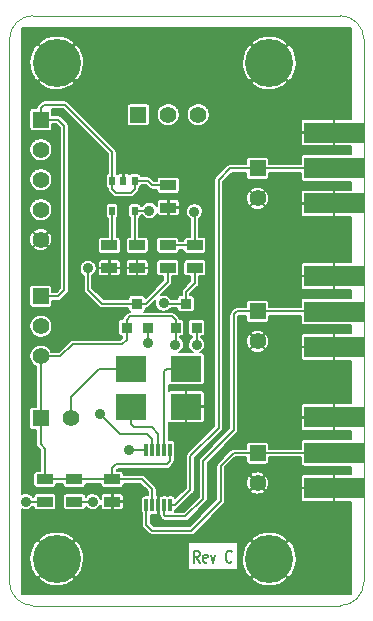
<source format=gtl>
G04 #@! TF.FileFunction,Copper,L1,Top,Signal*
%FSLAX46Y46*%
G04 Gerber Fmt 4.6, Leading zero omitted, Abs format (unit mm)*
G04 Created by KiCad (PCBNEW 0.201501172016+5377~20~ubuntu14.04.1-product) date Sun 18 Jan 2015 11:08:57 AM PST*
%MOMM*%
G01*
G04 APERTURE LIST*
%ADD10C,0.100000*%
%ADD11C,0.200000*%
%ADD12R,1.397000X0.889000*%
%ADD13R,1.397000X1.397000*%
%ADD14C,1.397000*%
%ADD15C,4.064000*%
%ADD16R,5.080000X1.800000*%
%ADD17R,0.914400X0.914400*%
%ADD18R,0.508000X0.762000*%
%ADD19R,0.300000X1.100000*%
%ADD20R,2.600000X2.250000*%
%ADD21C,0.500000*%
%ADD22C,0.889000*%
%ADD23C,0.150000*%
G04 APERTURE END LIST*
D10*
D11*
X116095238Y-96302381D02*
X115828571Y-95826190D01*
X115638095Y-96302381D02*
X115638095Y-95302381D01*
X115942857Y-95302381D01*
X116019048Y-95350000D01*
X116057143Y-95397619D01*
X116095238Y-95492857D01*
X116095238Y-95635714D01*
X116057143Y-95730952D01*
X116019048Y-95778571D01*
X115942857Y-95826190D01*
X115638095Y-95826190D01*
X116742857Y-96254762D02*
X116666667Y-96302381D01*
X116514286Y-96302381D01*
X116438095Y-96254762D01*
X116400000Y-96159524D01*
X116400000Y-95778571D01*
X116438095Y-95683333D01*
X116514286Y-95635714D01*
X116666667Y-95635714D01*
X116742857Y-95683333D01*
X116780952Y-95778571D01*
X116780952Y-95873810D01*
X116400000Y-95969048D01*
X117047619Y-95635714D02*
X117238095Y-96302381D01*
X117428571Y-95635714D01*
X118800000Y-96207143D02*
X118761905Y-96254762D01*
X118647619Y-96302381D01*
X118571429Y-96302381D01*
X118457143Y-96254762D01*
X118380952Y-96159524D01*
X118342857Y-96064286D01*
X118304762Y-95873810D01*
X118304762Y-95730952D01*
X118342857Y-95540476D01*
X118380952Y-95445238D01*
X118457143Y-95350000D01*
X118571429Y-95302381D01*
X118647619Y-95302381D01*
X118761905Y-95350000D01*
X118800000Y-95397619D01*
D10*
X128000000Y-99950000D02*
G75*
G03X130000000Y-97950000I0J2000000D01*
G01*
X100000000Y-97950000D02*
G75*
G03X102000000Y-99950000I2000000J0D01*
G01*
X130000000Y-52000000D02*
G75*
G03X128000000Y-50000000I-2000000J0D01*
G01*
X102000000Y-50000000D02*
G75*
G03X100000000Y-52000000I0J-2000000D01*
G01*
X128000000Y-50000000D02*
X102000000Y-50000000D01*
X130000000Y-97900000D02*
X130000000Y-52000000D01*
X102000000Y-99950000D02*
X128000000Y-99950000D01*
X100000000Y-52000000D02*
X100000000Y-97900000D01*
D12*
X113450000Y-64347500D03*
X113450000Y-66252500D03*
D13*
X121000000Y-62930000D03*
D14*
X121000000Y-65470000D03*
D12*
X113400000Y-69447500D03*
X113400000Y-71352500D03*
X115700000Y-69447500D03*
X115700000Y-71352500D03*
D15*
X104000000Y-54000000D03*
X122000000Y-54000000D03*
X104000000Y-96000000D03*
X122000000Y-96000000D03*
D12*
X108450000Y-69447500D03*
X108450000Y-71352500D03*
X110800000Y-69447500D03*
X110800000Y-71352500D03*
X108700000Y-89247500D03*
X108700000Y-91152500D03*
D13*
X102650000Y-58800000D03*
D14*
X102650000Y-61340000D03*
X102650000Y-63880000D03*
X102650000Y-66420000D03*
X102650000Y-68960000D03*
D13*
X102650000Y-73760000D03*
D14*
X102650000Y-76300000D03*
X102650000Y-78840000D03*
D13*
X110910000Y-58400000D03*
D14*
X113450000Y-58400000D03*
X115990000Y-58400000D03*
D16*
X127460000Y-75050000D03*
X127460000Y-72050000D03*
X127460000Y-78050000D03*
X127460000Y-87000000D03*
X127460000Y-84000000D03*
X127460000Y-90000000D03*
D13*
X121000000Y-75030000D03*
D14*
X121000000Y-77570000D03*
D13*
X121000000Y-87030000D03*
D14*
X121000000Y-89570000D03*
D17*
X111689000Y-76416000D03*
X109911000Y-76416000D03*
X110800000Y-74384000D03*
X115839000Y-76416000D03*
X114061000Y-76416000D03*
X114950000Y-74384000D03*
D12*
X105500000Y-89247500D03*
X105500000Y-91152500D03*
X103000000Y-89247500D03*
X103000000Y-91152500D03*
D18*
X110602500Y-63980000D03*
X108697500Y-63980000D03*
X110602500Y-66520000D03*
X109650000Y-63980000D03*
X108697500Y-66520000D03*
D19*
X113600000Y-86750000D03*
X113100000Y-86750000D03*
X112600000Y-86750000D03*
X112100000Y-86750000D03*
X111600000Y-86750000D03*
X111584000Y-91450000D03*
X112092000Y-91450000D03*
X112600000Y-91450000D03*
X113108000Y-91450000D03*
X113616000Y-91450000D03*
D20*
X110250000Y-83100000D03*
X114950000Y-83100000D03*
X114950000Y-79900000D03*
X110250000Y-79900000D03*
D16*
X127460000Y-62900000D03*
X127460000Y-59900000D03*
X127460000Y-65900000D03*
D13*
X102630000Y-84100000D03*
D14*
X105170000Y-84100000D03*
D21*
X112350000Y-92650000D03*
X113350000Y-93000000D03*
X114500000Y-93000000D03*
X115600000Y-92550000D03*
X116500000Y-91600000D03*
X117150000Y-90450000D03*
X117150000Y-89400000D03*
X117150000Y-88350000D03*
X117600000Y-87400000D03*
X118400000Y-86700000D03*
X114650000Y-90000000D03*
X114650000Y-88900000D03*
X114650000Y-87800000D03*
X114900000Y-86800000D03*
X115650000Y-86050000D03*
X116450000Y-85300000D03*
X117100000Y-84450000D03*
X117100000Y-83300000D03*
X117100000Y-82100000D03*
X117100000Y-80800000D03*
X117100000Y-79500000D03*
X117100000Y-78150000D03*
X117100000Y-76900000D03*
X117100000Y-75600000D03*
X117100000Y-74250000D03*
X117100000Y-72800000D03*
X117100000Y-71300000D03*
X117100000Y-69800000D03*
X117100000Y-68350000D03*
X117100000Y-67000000D03*
X117100000Y-65600000D03*
X117100000Y-64350000D03*
X117350000Y-63150000D03*
X118250000Y-62400000D03*
X114600000Y-91650000D03*
X115350000Y-90950000D03*
X115850000Y-90000000D03*
X115850000Y-88900000D03*
X115850000Y-87800000D03*
X116550000Y-86800000D03*
X117350000Y-86000000D03*
X118150000Y-85200000D03*
X119150000Y-86000000D03*
X119600000Y-84850000D03*
X118350000Y-83950000D03*
X118350000Y-82700000D03*
X118350000Y-81350000D03*
X118350000Y-80000000D03*
X118350000Y-78800000D03*
X118350000Y-77550000D03*
X118350000Y-76300000D03*
X118350000Y-74950000D03*
X118350000Y-73550000D03*
X118350000Y-72050000D03*
X118350000Y-70550000D03*
X118350000Y-69050000D03*
X118350000Y-67650000D03*
X118350000Y-66250000D03*
X118350000Y-64950000D03*
X118850000Y-63850000D03*
X119600000Y-83350000D03*
X119600000Y-81950000D03*
X119600000Y-80700000D03*
X119600000Y-79400000D03*
X110950000Y-92650000D03*
X111350000Y-93850000D03*
X112500000Y-94150000D03*
X113750000Y-94150000D03*
X114850000Y-94150000D03*
X116100000Y-93850000D03*
X116950000Y-93100000D03*
X117750000Y-92250000D03*
X118550000Y-91250000D03*
X118550000Y-89950000D03*
X118550000Y-88850000D03*
X119000000Y-87900000D03*
D22*
X106650000Y-71400000D03*
X115650000Y-66600000D03*
X111850000Y-66500000D03*
X113050000Y-74350000D03*
X107050000Y-91150000D03*
X107700000Y-83750000D03*
X111700000Y-77700000D03*
X115850000Y-77850000D03*
X110150000Y-86750000D03*
X101400000Y-91150000D03*
X114050000Y-77850000D03*
D11*
X107834000Y-74384000D02*
X110800000Y-74384000D01*
X106650000Y-73200000D02*
X107834000Y-74384000D01*
X106650000Y-71400000D02*
X106650000Y-73200000D01*
X110800000Y-74384000D02*
X111566000Y-74384000D01*
X113400000Y-72550000D02*
X113400000Y-71352500D01*
X111566000Y-74384000D02*
X113400000Y-72550000D01*
X115700000Y-66650000D02*
X115700000Y-69447500D01*
X115650000Y-66600000D02*
X115700000Y-66650000D01*
X115700000Y-69447500D02*
X113400000Y-69447500D01*
X121000000Y-62930000D02*
X127430000Y-62930000D01*
X127430000Y-62930000D02*
X127460000Y-62900000D01*
X114000000Y-91450000D02*
X115300000Y-90150000D01*
X115300000Y-90150000D02*
X115300000Y-87300000D01*
X115300000Y-87300000D02*
X117700000Y-84900000D01*
X117700000Y-84900000D02*
X117700000Y-63900000D01*
X117700000Y-63900000D02*
X118670000Y-62930000D01*
X118670000Y-62930000D02*
X121000000Y-62930000D01*
X113616000Y-91450000D02*
X114000000Y-91450000D01*
X108697500Y-63980000D02*
X108697500Y-61547500D01*
X102650000Y-57850000D02*
X102650000Y-58800000D01*
X102950000Y-57550000D02*
X102650000Y-57850000D01*
X104700000Y-57550000D02*
X102950000Y-57550000D01*
X108697500Y-61547500D02*
X104700000Y-57550000D01*
X102650000Y-73760000D02*
X104140000Y-73760000D01*
X104140000Y-73760000D02*
X104650000Y-73250000D01*
X104650000Y-73250000D02*
X104650000Y-59350000D01*
X104650000Y-59350000D02*
X104100000Y-58800000D01*
X104100000Y-58800000D02*
X102650000Y-58800000D01*
X108697500Y-63980000D02*
X108697500Y-64647500D01*
X110602500Y-64647500D02*
X110602500Y-63980000D01*
X110250000Y-65000000D02*
X110602500Y-64647500D01*
X109050000Y-65000000D02*
X110250000Y-65000000D01*
X108697500Y-64647500D02*
X109050000Y-65000000D01*
X110602500Y-63980000D02*
X111730000Y-63980000D01*
X112097500Y-64347500D02*
X113450000Y-64347500D01*
X111730000Y-63980000D02*
X112097500Y-64347500D01*
X108697500Y-66520000D02*
X108697500Y-69200000D01*
X108697500Y-69200000D02*
X108450000Y-69447500D01*
X111830000Y-66520000D02*
X110602500Y-66520000D01*
X111850000Y-66500000D02*
X111830000Y-66520000D01*
X110602500Y-66520000D02*
X110602500Y-69250000D01*
X110602500Y-69250000D02*
X110800000Y-69447500D01*
X113084000Y-74384000D02*
X114950000Y-74384000D01*
X113050000Y-74350000D02*
X113084000Y-74384000D01*
X114950000Y-74384000D02*
X114950000Y-73400000D01*
X115700000Y-72650000D02*
X115700000Y-71352500D01*
X114950000Y-73400000D02*
X115700000Y-72650000D01*
X121000000Y-75030000D02*
X127440000Y-75030000D01*
X127440000Y-75030000D02*
X127460000Y-75050000D01*
X113108000Y-92308000D02*
X113200000Y-92400000D01*
X113200000Y-92400000D02*
X114900000Y-92400000D01*
X114900000Y-92400000D02*
X116400000Y-90900000D01*
X116400000Y-90900000D02*
X116400000Y-87700000D01*
X116400000Y-87700000D02*
X119000000Y-85100000D01*
X119000000Y-85100000D02*
X119000000Y-75300000D01*
X119000000Y-75300000D02*
X119270000Y-75030000D01*
X119270000Y-75030000D02*
X121000000Y-75030000D01*
X113108000Y-91450000D02*
X113108000Y-92308000D01*
X121000000Y-87030000D02*
X127430000Y-87030000D01*
X127430000Y-87030000D02*
X127460000Y-87000000D01*
X111584000Y-93084000D02*
X112100000Y-93600000D01*
X112100000Y-93600000D02*
X115400000Y-93600000D01*
X115400000Y-93600000D02*
X117900000Y-91100000D01*
X117900000Y-91100000D02*
X117900000Y-88100000D01*
X117900000Y-88100000D02*
X118970000Y-87030000D01*
X118970000Y-87030000D02*
X121000000Y-87030000D01*
X111584000Y-91450000D02*
X111584000Y-93084000D01*
X105500000Y-91152500D02*
X107047500Y-91152500D01*
X107047500Y-91152500D02*
X107050000Y-91150000D01*
X111689000Y-76416000D02*
X111689000Y-77689000D01*
X112100000Y-85850000D02*
X112100000Y-86750000D01*
X111650000Y-85400000D02*
X112100000Y-85850000D01*
X109350000Y-85400000D02*
X111650000Y-85400000D01*
X107700000Y-83750000D02*
X109350000Y-85400000D01*
X111689000Y-77689000D02*
X111700000Y-77700000D01*
X115839000Y-76416000D02*
X115839000Y-77839000D01*
X115839000Y-77839000D02*
X115850000Y-77850000D01*
X103000000Y-91152500D02*
X101402500Y-91152500D01*
X110150000Y-86750000D02*
X111600000Y-86750000D01*
X101402500Y-91152500D02*
X101400000Y-91150000D01*
X114950000Y-79900000D02*
X113300000Y-79900000D01*
X113100000Y-80100000D02*
X113100000Y-86750000D01*
X113300000Y-79900000D02*
X113100000Y-80100000D01*
X110250000Y-83100000D02*
X110250000Y-84550000D01*
X112600000Y-85400000D02*
X112600000Y-86750000D01*
X112050000Y-84850000D02*
X112600000Y-85400000D01*
X110550000Y-84850000D02*
X112050000Y-84850000D01*
X110250000Y-84550000D02*
X110550000Y-84850000D01*
X114061000Y-77839000D02*
X114061000Y-76416000D01*
X114050000Y-77850000D02*
X114061000Y-77839000D01*
X109911000Y-76416000D02*
X109911000Y-77439000D01*
X104310000Y-78840000D02*
X102650000Y-78840000D01*
X105350000Y-77800000D02*
X104310000Y-78840000D01*
X109550000Y-77800000D02*
X105350000Y-77800000D01*
X109911000Y-77439000D02*
X109550000Y-77800000D01*
X114061000Y-76416000D02*
X114061000Y-75761000D01*
X109911000Y-75739000D02*
X109911000Y-76416000D01*
X110200000Y-75450000D02*
X109911000Y-75739000D01*
X113750000Y-75450000D02*
X110200000Y-75450000D01*
X114061000Y-75761000D02*
X113750000Y-75450000D01*
X105500000Y-89247500D02*
X108700000Y-89247500D01*
X103000000Y-89247500D02*
X105500000Y-89247500D01*
X108700000Y-89247500D02*
X111247500Y-89247500D01*
X111247500Y-89247500D02*
X112092000Y-90092000D01*
X112092000Y-90092000D02*
X112092000Y-91450000D01*
X113600000Y-86750000D02*
X113600000Y-87700000D01*
X113600000Y-87700000D02*
X113300000Y-88000000D01*
X113300000Y-88000000D02*
X109000000Y-88000000D01*
X109000000Y-88000000D02*
X108700000Y-88300000D01*
X108700000Y-88300000D02*
X108700000Y-89247500D01*
X103000000Y-89247500D02*
X103000000Y-86650000D01*
X102630000Y-86280000D02*
X102630000Y-84100000D01*
X103000000Y-86650000D02*
X102630000Y-86280000D01*
X102650000Y-78840000D02*
X102650000Y-84080000D01*
X102650000Y-84080000D02*
X102630000Y-84100000D01*
X105170000Y-84100000D02*
X105170000Y-82280000D01*
X107550000Y-79900000D02*
X110250000Y-79900000D01*
X105170000Y-82280000D02*
X107550000Y-79900000D01*
D23*
G36*
X128925000Y-73873669D02*
X127435000Y-73873669D01*
X127435000Y-73156250D01*
X127435000Y-72075000D01*
X127435000Y-72025000D01*
X127435000Y-70943750D01*
X127435000Y-67006250D01*
X127435000Y-65925000D01*
X127435000Y-65875000D01*
X127435000Y-64793750D01*
X127366250Y-64725000D01*
X124947085Y-64725000D01*
X124892915Y-64725000D01*
X124839785Y-64735568D01*
X124789739Y-64756298D01*
X124744698Y-64786394D01*
X124706393Y-64824698D01*
X124676298Y-64869739D01*
X124655568Y-64919786D01*
X124645000Y-64972915D01*
X124645000Y-65806250D01*
X124713750Y-65875000D01*
X127435000Y-65875000D01*
X127435000Y-65925000D01*
X124713750Y-65925000D01*
X124645000Y-65993750D01*
X124645000Y-66827085D01*
X124655568Y-66880214D01*
X124676298Y-66930261D01*
X124706393Y-66975302D01*
X124744698Y-67013606D01*
X124789739Y-67043702D01*
X124839785Y-67064432D01*
X124892915Y-67075000D01*
X124947085Y-67075000D01*
X127366250Y-67075000D01*
X127435000Y-67006250D01*
X127435000Y-70943750D01*
X127366250Y-70875000D01*
X124947085Y-70875000D01*
X124892915Y-70875000D01*
X124839785Y-70885568D01*
X124789739Y-70906298D01*
X124744698Y-70936394D01*
X124706393Y-70974698D01*
X124676298Y-71019739D01*
X124655568Y-71069786D01*
X124645000Y-71122915D01*
X124645000Y-71956250D01*
X124713750Y-72025000D01*
X127435000Y-72025000D01*
X127435000Y-72075000D01*
X124713750Y-72075000D01*
X124645000Y-72143750D01*
X124645000Y-72977085D01*
X124655568Y-73030214D01*
X124676298Y-73080261D01*
X124706393Y-73125302D01*
X124744698Y-73163606D01*
X124789739Y-73193702D01*
X124839785Y-73214432D01*
X124892915Y-73225000D01*
X124947085Y-73225000D01*
X127366250Y-73225000D01*
X127435000Y-73156250D01*
X127435000Y-73873669D01*
X124920000Y-73873669D01*
X124875375Y-73877296D01*
X124801321Y-73900453D01*
X124736623Y-73943284D01*
X124686384Y-74002413D01*
X124654563Y-74073178D01*
X124643669Y-74150000D01*
X124643669Y-74655000D01*
X121978117Y-74655000D01*
X121978117Y-65483412D01*
X121961940Y-65292332D01*
X121908795Y-65108082D01*
X121820725Y-64937739D01*
X121805825Y-64915436D01*
X121660520Y-64844836D01*
X121625164Y-64880191D01*
X121625164Y-64809480D01*
X121554564Y-64664175D01*
X121386700Y-64571470D01*
X121203975Y-64513293D01*
X121013412Y-64491883D01*
X120822332Y-64508060D01*
X120638082Y-64561205D01*
X120467739Y-64649275D01*
X120445436Y-64664175D01*
X120374836Y-64809480D01*
X121000000Y-65434645D01*
X121625164Y-64809480D01*
X121625164Y-64880191D01*
X121035355Y-65470000D01*
X121660520Y-66095164D01*
X121805825Y-66024564D01*
X121898530Y-65856700D01*
X121956707Y-65673975D01*
X121978117Y-65483412D01*
X121978117Y-74655000D01*
X121974831Y-74655000D01*
X121974831Y-74331500D01*
X121971204Y-74286875D01*
X121948047Y-74212821D01*
X121905216Y-74148123D01*
X121846087Y-74097884D01*
X121775322Y-74066063D01*
X121698500Y-74055169D01*
X121625164Y-74055169D01*
X121625164Y-66130520D01*
X121000000Y-65505355D01*
X120964645Y-65540710D01*
X120964645Y-65470000D01*
X120339480Y-64844836D01*
X120194175Y-64915436D01*
X120101470Y-65083300D01*
X120043293Y-65266025D01*
X120021883Y-65456588D01*
X120038060Y-65647668D01*
X120091205Y-65831918D01*
X120179275Y-66002261D01*
X120194175Y-66024564D01*
X120339480Y-66095164D01*
X120964645Y-65470000D01*
X120964645Y-65540710D01*
X120374836Y-66130520D01*
X120445436Y-66275825D01*
X120613300Y-66368530D01*
X120796025Y-66426707D01*
X120986588Y-66448117D01*
X121177668Y-66431940D01*
X121361918Y-66378795D01*
X121532261Y-66290725D01*
X121554564Y-66275825D01*
X121625164Y-66130520D01*
X121625164Y-74055169D01*
X120301500Y-74055169D01*
X120256875Y-74058796D01*
X120182821Y-74081953D01*
X120118123Y-74124784D01*
X120067884Y-74183913D01*
X120036063Y-74254678D01*
X120025169Y-74331500D01*
X120025169Y-74655000D01*
X119270000Y-74655000D01*
X119235621Y-74658370D01*
X119201018Y-74661398D01*
X119199117Y-74661950D01*
X119197162Y-74662142D01*
X119164049Y-74672138D01*
X119130737Y-74681818D01*
X119128987Y-74682724D01*
X119127099Y-74683295D01*
X119096528Y-74699549D01*
X119065761Y-74715498D01*
X119064217Y-74716729D01*
X119062478Y-74717655D01*
X119035635Y-74739546D01*
X119008564Y-74761158D01*
X119005820Y-74763863D01*
X119005762Y-74763911D01*
X119005717Y-74763964D01*
X119004835Y-74764835D01*
X118734835Y-75034835D01*
X118712870Y-75061574D01*
X118690582Y-75088137D01*
X118689630Y-75089867D01*
X118688381Y-75091389D01*
X118672022Y-75121896D01*
X118655324Y-75152272D01*
X118654728Y-75154150D01*
X118653796Y-75155889D01*
X118643673Y-75188998D01*
X118633195Y-75222033D01*
X118632974Y-75223995D01*
X118632399Y-75225879D01*
X118628896Y-75260352D01*
X118625037Y-75294764D01*
X118625009Y-75298614D01*
X118625002Y-75298691D01*
X118625008Y-75298762D01*
X118625000Y-75300000D01*
X118625000Y-84944670D01*
X116134835Y-87434835D01*
X116112870Y-87461574D01*
X116090582Y-87488137D01*
X116089630Y-87489867D01*
X116088381Y-87491389D01*
X116072022Y-87521896D01*
X116055324Y-87552272D01*
X116054728Y-87554150D01*
X116053796Y-87555889D01*
X116043673Y-87588998D01*
X116033195Y-87622033D01*
X116032974Y-87623995D01*
X116032399Y-87625879D01*
X116028896Y-87660352D01*
X116025037Y-87694764D01*
X116025009Y-87698614D01*
X116025002Y-87698691D01*
X116025008Y-87698762D01*
X116025000Y-87700000D01*
X116025000Y-90744670D01*
X114744670Y-92025000D01*
X114038785Y-92025000D01*
X114042331Y-92000000D01*
X114042331Y-91820932D01*
X114068982Y-91818601D01*
X114070877Y-91818050D01*
X114072838Y-91817858D01*
X114105991Y-91807848D01*
X114139263Y-91798182D01*
X114141012Y-91797275D01*
X114142901Y-91796705D01*
X114173510Y-91780429D01*
X114204239Y-91764501D01*
X114205778Y-91763272D01*
X114207522Y-91762345D01*
X114234422Y-91740406D01*
X114261436Y-91718841D01*
X114264178Y-91716137D01*
X114264238Y-91716089D01*
X114264283Y-91716033D01*
X114265165Y-91715165D01*
X115565165Y-90415165D01*
X115587111Y-90388447D01*
X115609418Y-90361863D01*
X115610371Y-90360129D01*
X115611619Y-90358610D01*
X115627965Y-90328124D01*
X115644676Y-90297728D01*
X115645272Y-90295849D01*
X115646204Y-90294111D01*
X115656339Y-90260960D01*
X115666805Y-90227967D01*
X115667024Y-90226009D01*
X115667602Y-90224121D01*
X115671108Y-90189597D01*
X115674963Y-90155236D01*
X115674990Y-90151385D01*
X115674998Y-90151309D01*
X115674991Y-90151237D01*
X115675000Y-90150000D01*
X115675000Y-87455330D01*
X117965165Y-85165165D01*
X117987111Y-85138447D01*
X118009418Y-85111863D01*
X118010371Y-85110129D01*
X118011619Y-85108610D01*
X118027965Y-85078124D01*
X118044676Y-85047728D01*
X118045272Y-85045849D01*
X118046204Y-85044111D01*
X118056339Y-85010960D01*
X118066805Y-84977967D01*
X118067024Y-84976009D01*
X118067602Y-84974121D01*
X118071108Y-84939597D01*
X118074963Y-84905236D01*
X118074990Y-84901385D01*
X118074998Y-84901309D01*
X118074991Y-84901237D01*
X118075000Y-84900000D01*
X118075000Y-64055330D01*
X118825330Y-63305000D01*
X120025169Y-63305000D01*
X120025169Y-63628500D01*
X120028796Y-63673125D01*
X120051953Y-63747179D01*
X120094784Y-63811877D01*
X120153913Y-63862116D01*
X120224678Y-63893937D01*
X120301500Y-63904831D01*
X121698500Y-63904831D01*
X121743125Y-63901204D01*
X121817179Y-63878047D01*
X121881877Y-63835216D01*
X121932116Y-63776087D01*
X121963937Y-63705322D01*
X121974831Y-63628500D01*
X121974831Y-63305000D01*
X124643669Y-63305000D01*
X124643669Y-63800000D01*
X124647296Y-63844625D01*
X124670453Y-63918679D01*
X124713284Y-63983377D01*
X124772413Y-64033616D01*
X124843178Y-64065437D01*
X124920000Y-64076331D01*
X128925000Y-64076331D01*
X128925000Y-64725000D01*
X127553750Y-64725000D01*
X127485000Y-64793750D01*
X127485000Y-65875000D01*
X127505000Y-65875000D01*
X127505000Y-65925000D01*
X127485000Y-65925000D01*
X127485000Y-67006250D01*
X127553750Y-67075000D01*
X128925000Y-67075000D01*
X128925000Y-70875000D01*
X127553750Y-70875000D01*
X127485000Y-70943750D01*
X127485000Y-72025000D01*
X127505000Y-72025000D01*
X127505000Y-72075000D01*
X127485000Y-72075000D01*
X127485000Y-73156250D01*
X127553750Y-73225000D01*
X128925000Y-73225000D01*
X128925000Y-73873669D01*
X128925000Y-73873669D01*
G37*
X128925000Y-73873669D02*
X127435000Y-73873669D01*
X127435000Y-73156250D01*
X127435000Y-72075000D01*
X127435000Y-72025000D01*
X127435000Y-70943750D01*
X127435000Y-67006250D01*
X127435000Y-65925000D01*
X127435000Y-65875000D01*
X127435000Y-64793750D01*
X127366250Y-64725000D01*
X124947085Y-64725000D01*
X124892915Y-64725000D01*
X124839785Y-64735568D01*
X124789739Y-64756298D01*
X124744698Y-64786394D01*
X124706393Y-64824698D01*
X124676298Y-64869739D01*
X124655568Y-64919786D01*
X124645000Y-64972915D01*
X124645000Y-65806250D01*
X124713750Y-65875000D01*
X127435000Y-65875000D01*
X127435000Y-65925000D01*
X124713750Y-65925000D01*
X124645000Y-65993750D01*
X124645000Y-66827085D01*
X124655568Y-66880214D01*
X124676298Y-66930261D01*
X124706393Y-66975302D01*
X124744698Y-67013606D01*
X124789739Y-67043702D01*
X124839785Y-67064432D01*
X124892915Y-67075000D01*
X124947085Y-67075000D01*
X127366250Y-67075000D01*
X127435000Y-67006250D01*
X127435000Y-70943750D01*
X127366250Y-70875000D01*
X124947085Y-70875000D01*
X124892915Y-70875000D01*
X124839785Y-70885568D01*
X124789739Y-70906298D01*
X124744698Y-70936394D01*
X124706393Y-70974698D01*
X124676298Y-71019739D01*
X124655568Y-71069786D01*
X124645000Y-71122915D01*
X124645000Y-71956250D01*
X124713750Y-72025000D01*
X127435000Y-72025000D01*
X127435000Y-72075000D01*
X124713750Y-72075000D01*
X124645000Y-72143750D01*
X124645000Y-72977085D01*
X124655568Y-73030214D01*
X124676298Y-73080261D01*
X124706393Y-73125302D01*
X124744698Y-73163606D01*
X124789739Y-73193702D01*
X124839785Y-73214432D01*
X124892915Y-73225000D01*
X124947085Y-73225000D01*
X127366250Y-73225000D01*
X127435000Y-73156250D01*
X127435000Y-73873669D01*
X124920000Y-73873669D01*
X124875375Y-73877296D01*
X124801321Y-73900453D01*
X124736623Y-73943284D01*
X124686384Y-74002413D01*
X124654563Y-74073178D01*
X124643669Y-74150000D01*
X124643669Y-74655000D01*
X121978117Y-74655000D01*
X121978117Y-65483412D01*
X121961940Y-65292332D01*
X121908795Y-65108082D01*
X121820725Y-64937739D01*
X121805825Y-64915436D01*
X121660520Y-64844836D01*
X121625164Y-64880191D01*
X121625164Y-64809480D01*
X121554564Y-64664175D01*
X121386700Y-64571470D01*
X121203975Y-64513293D01*
X121013412Y-64491883D01*
X120822332Y-64508060D01*
X120638082Y-64561205D01*
X120467739Y-64649275D01*
X120445436Y-64664175D01*
X120374836Y-64809480D01*
X121000000Y-65434645D01*
X121625164Y-64809480D01*
X121625164Y-64880191D01*
X121035355Y-65470000D01*
X121660520Y-66095164D01*
X121805825Y-66024564D01*
X121898530Y-65856700D01*
X121956707Y-65673975D01*
X121978117Y-65483412D01*
X121978117Y-74655000D01*
X121974831Y-74655000D01*
X121974831Y-74331500D01*
X121971204Y-74286875D01*
X121948047Y-74212821D01*
X121905216Y-74148123D01*
X121846087Y-74097884D01*
X121775322Y-74066063D01*
X121698500Y-74055169D01*
X121625164Y-74055169D01*
X121625164Y-66130520D01*
X121000000Y-65505355D01*
X120964645Y-65540710D01*
X120964645Y-65470000D01*
X120339480Y-64844836D01*
X120194175Y-64915436D01*
X120101470Y-65083300D01*
X120043293Y-65266025D01*
X120021883Y-65456588D01*
X120038060Y-65647668D01*
X120091205Y-65831918D01*
X120179275Y-66002261D01*
X120194175Y-66024564D01*
X120339480Y-66095164D01*
X120964645Y-65470000D01*
X120964645Y-65540710D01*
X120374836Y-66130520D01*
X120445436Y-66275825D01*
X120613300Y-66368530D01*
X120796025Y-66426707D01*
X120986588Y-66448117D01*
X121177668Y-66431940D01*
X121361918Y-66378795D01*
X121532261Y-66290725D01*
X121554564Y-66275825D01*
X121625164Y-66130520D01*
X121625164Y-74055169D01*
X120301500Y-74055169D01*
X120256875Y-74058796D01*
X120182821Y-74081953D01*
X120118123Y-74124784D01*
X120067884Y-74183913D01*
X120036063Y-74254678D01*
X120025169Y-74331500D01*
X120025169Y-74655000D01*
X119270000Y-74655000D01*
X119235621Y-74658370D01*
X119201018Y-74661398D01*
X119199117Y-74661950D01*
X119197162Y-74662142D01*
X119164049Y-74672138D01*
X119130737Y-74681818D01*
X119128987Y-74682724D01*
X119127099Y-74683295D01*
X119096528Y-74699549D01*
X119065761Y-74715498D01*
X119064217Y-74716729D01*
X119062478Y-74717655D01*
X119035635Y-74739546D01*
X119008564Y-74761158D01*
X119005820Y-74763863D01*
X119005762Y-74763911D01*
X119005717Y-74763964D01*
X119004835Y-74764835D01*
X118734835Y-75034835D01*
X118712870Y-75061574D01*
X118690582Y-75088137D01*
X118689630Y-75089867D01*
X118688381Y-75091389D01*
X118672022Y-75121896D01*
X118655324Y-75152272D01*
X118654728Y-75154150D01*
X118653796Y-75155889D01*
X118643673Y-75188998D01*
X118633195Y-75222033D01*
X118632974Y-75223995D01*
X118632399Y-75225879D01*
X118628896Y-75260352D01*
X118625037Y-75294764D01*
X118625009Y-75298614D01*
X118625002Y-75298691D01*
X118625008Y-75298762D01*
X118625000Y-75300000D01*
X118625000Y-84944670D01*
X116134835Y-87434835D01*
X116112870Y-87461574D01*
X116090582Y-87488137D01*
X116089630Y-87489867D01*
X116088381Y-87491389D01*
X116072022Y-87521896D01*
X116055324Y-87552272D01*
X116054728Y-87554150D01*
X116053796Y-87555889D01*
X116043673Y-87588998D01*
X116033195Y-87622033D01*
X116032974Y-87623995D01*
X116032399Y-87625879D01*
X116028896Y-87660352D01*
X116025037Y-87694764D01*
X116025009Y-87698614D01*
X116025002Y-87698691D01*
X116025008Y-87698762D01*
X116025000Y-87700000D01*
X116025000Y-90744670D01*
X114744670Y-92025000D01*
X114038785Y-92025000D01*
X114042331Y-92000000D01*
X114042331Y-91820932D01*
X114068982Y-91818601D01*
X114070877Y-91818050D01*
X114072838Y-91817858D01*
X114105991Y-91807848D01*
X114139263Y-91798182D01*
X114141012Y-91797275D01*
X114142901Y-91796705D01*
X114173510Y-91780429D01*
X114204239Y-91764501D01*
X114205778Y-91763272D01*
X114207522Y-91762345D01*
X114234422Y-91740406D01*
X114261436Y-91718841D01*
X114264178Y-91716137D01*
X114264238Y-91716089D01*
X114264283Y-91716033D01*
X114265165Y-91715165D01*
X115565165Y-90415165D01*
X115587111Y-90388447D01*
X115609418Y-90361863D01*
X115610371Y-90360129D01*
X115611619Y-90358610D01*
X115627965Y-90328124D01*
X115644676Y-90297728D01*
X115645272Y-90295849D01*
X115646204Y-90294111D01*
X115656339Y-90260960D01*
X115666805Y-90227967D01*
X115667024Y-90226009D01*
X115667602Y-90224121D01*
X115671108Y-90189597D01*
X115674963Y-90155236D01*
X115674990Y-90151385D01*
X115674998Y-90151309D01*
X115674991Y-90151237D01*
X115675000Y-90150000D01*
X115675000Y-87455330D01*
X117965165Y-85165165D01*
X117987111Y-85138447D01*
X118009418Y-85111863D01*
X118010371Y-85110129D01*
X118011619Y-85108610D01*
X118027965Y-85078124D01*
X118044676Y-85047728D01*
X118045272Y-85045849D01*
X118046204Y-85044111D01*
X118056339Y-85010960D01*
X118066805Y-84977967D01*
X118067024Y-84976009D01*
X118067602Y-84974121D01*
X118071108Y-84939597D01*
X118074963Y-84905236D01*
X118074990Y-84901385D01*
X118074998Y-84901309D01*
X118074991Y-84901237D01*
X118075000Y-84900000D01*
X118075000Y-64055330D01*
X118825330Y-63305000D01*
X120025169Y-63305000D01*
X120025169Y-63628500D01*
X120028796Y-63673125D01*
X120051953Y-63747179D01*
X120094784Y-63811877D01*
X120153913Y-63862116D01*
X120224678Y-63893937D01*
X120301500Y-63904831D01*
X121698500Y-63904831D01*
X121743125Y-63901204D01*
X121817179Y-63878047D01*
X121881877Y-63835216D01*
X121932116Y-63776087D01*
X121963937Y-63705322D01*
X121974831Y-63628500D01*
X121974831Y-63305000D01*
X124643669Y-63305000D01*
X124643669Y-63800000D01*
X124647296Y-63844625D01*
X124670453Y-63918679D01*
X124713284Y-63983377D01*
X124772413Y-64033616D01*
X124843178Y-64065437D01*
X124920000Y-64076331D01*
X128925000Y-64076331D01*
X128925000Y-64725000D01*
X127553750Y-64725000D01*
X127485000Y-64793750D01*
X127485000Y-65875000D01*
X127505000Y-65875000D01*
X127505000Y-65925000D01*
X127485000Y-65925000D01*
X127485000Y-67006250D01*
X127553750Y-67075000D01*
X128925000Y-67075000D01*
X128925000Y-70875000D01*
X127553750Y-70875000D01*
X127485000Y-70943750D01*
X127485000Y-72025000D01*
X127505000Y-72025000D01*
X127505000Y-72075000D01*
X127485000Y-72075000D01*
X127485000Y-73156250D01*
X127553750Y-73225000D01*
X128925000Y-73225000D01*
X128925000Y-73873669D01*
G36*
X128925000Y-98918934D02*
X128918934Y-98925000D01*
X127435000Y-98925000D01*
X127435000Y-91106250D01*
X127435000Y-90025000D01*
X127435000Y-89975000D01*
X127435000Y-88893750D01*
X127366250Y-88825000D01*
X124947085Y-88825000D01*
X124892915Y-88825000D01*
X124839785Y-88835568D01*
X124789739Y-88856298D01*
X124744698Y-88886394D01*
X124706393Y-88924698D01*
X124676298Y-88969739D01*
X124655568Y-89019786D01*
X124645000Y-89072915D01*
X124645000Y-89906250D01*
X124713750Y-89975000D01*
X127435000Y-89975000D01*
X127435000Y-90025000D01*
X124713750Y-90025000D01*
X124645000Y-90093750D01*
X124645000Y-90927085D01*
X124655568Y-90980214D01*
X124676298Y-91030261D01*
X124706393Y-91075302D01*
X124744698Y-91113606D01*
X124789739Y-91143702D01*
X124839785Y-91164432D01*
X124892915Y-91175000D01*
X124947085Y-91175000D01*
X127366250Y-91175000D01*
X127435000Y-91106250D01*
X127435000Y-98925000D01*
X124317221Y-98925000D01*
X124317221Y-96066024D01*
X124285577Y-95612688D01*
X124166099Y-95174236D01*
X123963380Y-94767517D01*
X123890019Y-94657723D01*
X123608155Y-94427201D01*
X123572799Y-94462556D01*
X123572799Y-94391845D01*
X123342277Y-94109981D01*
X122947761Y-93884433D01*
X122516823Y-93740184D01*
X122066024Y-93682779D01*
X121978117Y-93688915D01*
X121978117Y-89583412D01*
X121961940Y-89392332D01*
X121908795Y-89208082D01*
X121820725Y-89037739D01*
X121805825Y-89015436D01*
X121660520Y-88944836D01*
X121625164Y-88980191D01*
X121625164Y-88909480D01*
X121554564Y-88764175D01*
X121386700Y-88671470D01*
X121203975Y-88613293D01*
X121013412Y-88591883D01*
X120822332Y-88608060D01*
X120638082Y-88661205D01*
X120467739Y-88749275D01*
X120445436Y-88764175D01*
X120374836Y-88909480D01*
X121000000Y-89534645D01*
X121625164Y-88909480D01*
X121625164Y-88980191D01*
X121035355Y-89570000D01*
X121660520Y-90195164D01*
X121805825Y-90124564D01*
X121898530Y-89956700D01*
X121956707Y-89773975D01*
X121978117Y-89583412D01*
X121978117Y-93688915D01*
X121625164Y-93713552D01*
X121625164Y-90230520D01*
X121000000Y-89605355D01*
X120964645Y-89640710D01*
X120964645Y-89570000D01*
X120339480Y-88944836D01*
X120194175Y-89015436D01*
X120101470Y-89183300D01*
X120043293Y-89366025D01*
X120021883Y-89556588D01*
X120038060Y-89747668D01*
X120091205Y-89931918D01*
X120179275Y-90102261D01*
X120194175Y-90124564D01*
X120339480Y-90195164D01*
X120964645Y-89570000D01*
X120964645Y-89640710D01*
X120374836Y-90230520D01*
X120445436Y-90375825D01*
X120613300Y-90468530D01*
X120796025Y-90526707D01*
X120986588Y-90548117D01*
X121177668Y-90531940D01*
X121361918Y-90478795D01*
X121532261Y-90390725D01*
X121554564Y-90375825D01*
X121625164Y-90230520D01*
X121625164Y-93713552D01*
X121612688Y-93714423D01*
X121174236Y-93833901D01*
X120767517Y-94036620D01*
X120657723Y-94109981D01*
X120427201Y-94391845D01*
X122000000Y-95964645D01*
X123572799Y-94391845D01*
X123572799Y-94462556D01*
X122035355Y-96000000D01*
X123608155Y-97572799D01*
X123890019Y-97342277D01*
X124115567Y-96947761D01*
X124259816Y-96516823D01*
X124317221Y-96066024D01*
X124317221Y-98925000D01*
X123572799Y-98925000D01*
X123572799Y-97608155D01*
X122000000Y-96035355D01*
X121964645Y-96070710D01*
X121964645Y-96000000D01*
X120391845Y-94427201D01*
X120109981Y-94657723D01*
X119884433Y-95052239D01*
X119740184Y-95483177D01*
X119682779Y-95933976D01*
X119714423Y-96387312D01*
X119833901Y-96825764D01*
X120036620Y-97232483D01*
X120109981Y-97342277D01*
X120391845Y-97572799D01*
X121964645Y-96000000D01*
X121964645Y-96070710D01*
X120427201Y-97608155D01*
X120657723Y-97890019D01*
X121052239Y-98115567D01*
X121483177Y-98259816D01*
X121933976Y-98317221D01*
X122387312Y-98285577D01*
X122825764Y-98166099D01*
X123232483Y-97963380D01*
X123342277Y-97890019D01*
X123572799Y-97608155D01*
X123572799Y-98925000D01*
X119327381Y-98925000D01*
X119327381Y-96925000D01*
X119327381Y-94575000D01*
X115072619Y-94575000D01*
X115072619Y-96925000D01*
X119327381Y-96925000D01*
X119327381Y-98925000D01*
X109673500Y-98925000D01*
X109673500Y-91624085D01*
X109673500Y-91246250D01*
X109673500Y-91058750D01*
X109673500Y-90680915D01*
X109662932Y-90627786D01*
X109642202Y-90577739D01*
X109612107Y-90532698D01*
X109573802Y-90494394D01*
X109528761Y-90464298D01*
X109478715Y-90443568D01*
X109425585Y-90433000D01*
X109371415Y-90433000D01*
X108793750Y-90433000D01*
X108725000Y-90501750D01*
X108725000Y-91127500D01*
X109604750Y-91127500D01*
X109673500Y-91058750D01*
X109673500Y-91246250D01*
X109604750Y-91177500D01*
X108725000Y-91177500D01*
X108725000Y-91803250D01*
X108793750Y-91872000D01*
X109371415Y-91872000D01*
X109425585Y-91872000D01*
X109478715Y-91861432D01*
X109528761Y-91840702D01*
X109573802Y-91810606D01*
X109612107Y-91772302D01*
X109642202Y-91727261D01*
X109662932Y-91677214D01*
X109673500Y-91624085D01*
X109673500Y-98925000D01*
X108675000Y-98925000D01*
X108675000Y-91803250D01*
X108675000Y-91177500D01*
X108655000Y-91177500D01*
X108655000Y-91127500D01*
X108675000Y-91127500D01*
X108675000Y-90501750D01*
X108606250Y-90433000D01*
X108028585Y-90433000D01*
X107974415Y-90433000D01*
X107921285Y-90443568D01*
X107871239Y-90464298D01*
X107826198Y-90494394D01*
X107787893Y-90532698D01*
X107757798Y-90577739D01*
X107737068Y-90627786D01*
X107726500Y-90680915D01*
X107726500Y-90903129D01*
X107688354Y-90810581D01*
X107610270Y-90693055D01*
X107510845Y-90592934D01*
X107393867Y-90514031D01*
X107263791Y-90459352D01*
X107125572Y-90430980D01*
X106984474Y-90429995D01*
X106845872Y-90456434D01*
X106715046Y-90509292D01*
X106596977Y-90586553D01*
X106496164Y-90685277D01*
X106474831Y-90716433D01*
X106474831Y-90708000D01*
X106471204Y-90663375D01*
X106448047Y-90589321D01*
X106405216Y-90524623D01*
X106346087Y-90474384D01*
X106275322Y-90442563D01*
X106198500Y-90431669D01*
X104801500Y-90431669D01*
X104756875Y-90435296D01*
X104682821Y-90458453D01*
X104618123Y-90501284D01*
X104567884Y-90560413D01*
X104536063Y-90631178D01*
X104525169Y-90708000D01*
X104525169Y-91597000D01*
X104528796Y-91641625D01*
X104551953Y-91715679D01*
X104594784Y-91780377D01*
X104653913Y-91830616D01*
X104724678Y-91862437D01*
X104801500Y-91873331D01*
X106198500Y-91873331D01*
X106243125Y-91869704D01*
X106317179Y-91846547D01*
X106381877Y-91803716D01*
X106432116Y-91744587D01*
X106463937Y-91673822D01*
X106474831Y-91597000D01*
X106474831Y-91585773D01*
X106483405Y-91599078D01*
X106581422Y-91700578D01*
X106697287Y-91781106D01*
X106826587Y-91837596D01*
X106964396Y-91867895D01*
X107105466Y-91870850D01*
X107244424Y-91846348D01*
X107375976Y-91795323D01*
X107495112Y-91719717D01*
X107597293Y-91622411D01*
X107678628Y-91507111D01*
X107726500Y-91399588D01*
X107726500Y-91624085D01*
X107737068Y-91677214D01*
X107757798Y-91727261D01*
X107787893Y-91772302D01*
X107826198Y-91810606D01*
X107871239Y-91840702D01*
X107921285Y-91861432D01*
X107974415Y-91872000D01*
X108028585Y-91872000D01*
X108606250Y-91872000D01*
X108675000Y-91803250D01*
X108675000Y-98925000D01*
X106317221Y-98925000D01*
X106317221Y-96066024D01*
X106285577Y-95612688D01*
X106166099Y-95174236D01*
X105963380Y-94767517D01*
X105890019Y-94657723D01*
X105608155Y-94427201D01*
X105572799Y-94462556D01*
X105572799Y-94391845D01*
X105342277Y-94109981D01*
X104947761Y-93884433D01*
X104516823Y-93740184D01*
X104066024Y-93682779D01*
X103612688Y-93714423D01*
X103174236Y-93833901D01*
X102767517Y-94036620D01*
X102657723Y-94109981D01*
X102427201Y-94391845D01*
X104000000Y-95964645D01*
X105572799Y-94391845D01*
X105572799Y-94462556D01*
X104035355Y-96000000D01*
X105608155Y-97572799D01*
X105890019Y-97342277D01*
X106115567Y-96947761D01*
X106259816Y-96516823D01*
X106317221Y-96066024D01*
X106317221Y-98925000D01*
X105572799Y-98925000D01*
X105572799Y-97608155D01*
X104000000Y-96035355D01*
X103964645Y-96070710D01*
X103964645Y-96000000D01*
X102391845Y-94427201D01*
X102109981Y-94657723D01*
X101884433Y-95052239D01*
X101740184Y-95483177D01*
X101682779Y-95933976D01*
X101714423Y-96387312D01*
X101833901Y-96825764D01*
X102036620Y-97232483D01*
X102109981Y-97342277D01*
X102391845Y-97572799D01*
X103964645Y-96000000D01*
X103964645Y-96070710D01*
X102427201Y-97608155D01*
X102657723Y-97890019D01*
X103052239Y-98115567D01*
X103483177Y-98259816D01*
X103933976Y-98317221D01*
X104387312Y-98285577D01*
X104825764Y-98166099D01*
X105232483Y-97963380D01*
X105342277Y-97890019D01*
X105572799Y-97608155D01*
X105572799Y-98925000D01*
X101081066Y-98925000D01*
X101075000Y-98918934D01*
X101075000Y-91793213D01*
X101176587Y-91837596D01*
X101314396Y-91867895D01*
X101455466Y-91870850D01*
X101594424Y-91846348D01*
X101725976Y-91795323D01*
X101845112Y-91719717D01*
X101947293Y-91622411D01*
X102014245Y-91527500D01*
X102025169Y-91527500D01*
X102025169Y-91597000D01*
X102028796Y-91641625D01*
X102051953Y-91715679D01*
X102094784Y-91780377D01*
X102153913Y-91830616D01*
X102224678Y-91862437D01*
X102301500Y-91873331D01*
X103698500Y-91873331D01*
X103743125Y-91869704D01*
X103817179Y-91846547D01*
X103881877Y-91803716D01*
X103932116Y-91744587D01*
X103963937Y-91673822D01*
X103974831Y-91597000D01*
X103974831Y-90708000D01*
X103971204Y-90663375D01*
X103948047Y-90589321D01*
X103905216Y-90524623D01*
X103846087Y-90474384D01*
X103775322Y-90442563D01*
X103698500Y-90431669D01*
X102301500Y-90431669D01*
X102256875Y-90435296D01*
X102182821Y-90458453D01*
X102118123Y-90501284D01*
X102067884Y-90560413D01*
X102036063Y-90631178D01*
X102025169Y-90708000D01*
X102025169Y-90777500D01*
X102016375Y-90777500D01*
X101960270Y-90693055D01*
X101860845Y-90592934D01*
X101743867Y-90514031D01*
X101613791Y-90459352D01*
X101475572Y-90430980D01*
X101334474Y-90429995D01*
X101195872Y-90456434D01*
X101075000Y-90505270D01*
X101075000Y-51081066D01*
X101081066Y-51075000D01*
X128918934Y-51075000D01*
X128925000Y-51081066D01*
X128925000Y-58725000D01*
X127553750Y-58725000D01*
X127485000Y-58793750D01*
X127485000Y-59875000D01*
X127505000Y-59875000D01*
X127505000Y-59925000D01*
X127485000Y-59925000D01*
X127485000Y-61006250D01*
X127553750Y-61075000D01*
X128925000Y-61075000D01*
X128925000Y-61723669D01*
X127435000Y-61723669D01*
X127435000Y-61006250D01*
X127435000Y-59925000D01*
X127435000Y-59875000D01*
X127435000Y-58793750D01*
X127366250Y-58725000D01*
X124947085Y-58725000D01*
X124892915Y-58725000D01*
X124839785Y-58735568D01*
X124789739Y-58756298D01*
X124744698Y-58786394D01*
X124706393Y-58824698D01*
X124676298Y-58869739D01*
X124655568Y-58919786D01*
X124645000Y-58972915D01*
X124645000Y-59806250D01*
X124713750Y-59875000D01*
X127435000Y-59875000D01*
X127435000Y-59925000D01*
X124713750Y-59925000D01*
X124645000Y-59993750D01*
X124645000Y-60827085D01*
X124655568Y-60880214D01*
X124676298Y-60930261D01*
X124706393Y-60975302D01*
X124744698Y-61013606D01*
X124789739Y-61043702D01*
X124839785Y-61064432D01*
X124892915Y-61075000D01*
X124947085Y-61075000D01*
X127366250Y-61075000D01*
X127435000Y-61006250D01*
X127435000Y-61723669D01*
X124920000Y-61723669D01*
X124875375Y-61727296D01*
X124801321Y-61750453D01*
X124736623Y-61793284D01*
X124686384Y-61852413D01*
X124654563Y-61923178D01*
X124643669Y-62000000D01*
X124643669Y-62555000D01*
X124317221Y-62555000D01*
X124317221Y-54066024D01*
X124285577Y-53612688D01*
X124166099Y-53174236D01*
X123963380Y-52767517D01*
X123890019Y-52657723D01*
X123608155Y-52427201D01*
X123572799Y-52462556D01*
X123572799Y-52391845D01*
X123342277Y-52109981D01*
X122947761Y-51884433D01*
X122516823Y-51740184D01*
X122066024Y-51682779D01*
X121612688Y-51714423D01*
X121174236Y-51833901D01*
X120767517Y-52036620D01*
X120657723Y-52109981D01*
X120427201Y-52391845D01*
X122000000Y-53964645D01*
X123572799Y-52391845D01*
X123572799Y-52462556D01*
X122035355Y-54000000D01*
X123608155Y-55572799D01*
X123890019Y-55342277D01*
X124115567Y-54947761D01*
X124259816Y-54516823D01*
X124317221Y-54066024D01*
X124317221Y-62555000D01*
X123572799Y-62555000D01*
X123572799Y-55608155D01*
X122000000Y-54035355D01*
X121964645Y-54070710D01*
X121964645Y-54000000D01*
X120391845Y-52427201D01*
X120109981Y-52657723D01*
X119884433Y-53052239D01*
X119740184Y-53483177D01*
X119682779Y-53933976D01*
X119714423Y-54387312D01*
X119833901Y-54825764D01*
X120036620Y-55232483D01*
X120109981Y-55342277D01*
X120391845Y-55572799D01*
X121964645Y-54000000D01*
X121964645Y-54070710D01*
X120427201Y-55608155D01*
X120657723Y-55890019D01*
X121052239Y-56115567D01*
X121483177Y-56259816D01*
X121933976Y-56317221D01*
X122387312Y-56285577D01*
X122825764Y-56166099D01*
X123232483Y-55963380D01*
X123342277Y-55890019D01*
X123572799Y-55608155D01*
X123572799Y-62555000D01*
X121974831Y-62555000D01*
X121974831Y-62231500D01*
X121971204Y-62186875D01*
X121948047Y-62112821D01*
X121905216Y-62048123D01*
X121846087Y-61997884D01*
X121775322Y-61966063D01*
X121698500Y-61955169D01*
X120301500Y-61955169D01*
X120256875Y-61958796D01*
X120182821Y-61981953D01*
X120118123Y-62024784D01*
X120067884Y-62083913D01*
X120036063Y-62154678D01*
X120025169Y-62231500D01*
X120025169Y-62555000D01*
X118670000Y-62555000D01*
X118635530Y-62558379D01*
X118601018Y-62561399D01*
X118599122Y-62561949D01*
X118597162Y-62562142D01*
X118564008Y-62572151D01*
X118530737Y-62581818D01*
X118528987Y-62582724D01*
X118527099Y-62583295D01*
X118496489Y-62599570D01*
X118465761Y-62615499D01*
X118464221Y-62616727D01*
X118462478Y-62617655D01*
X118435602Y-62639574D01*
X118408563Y-62661159D01*
X118405820Y-62663863D01*
X118405762Y-62663911D01*
X118405717Y-62663964D01*
X118404835Y-62664835D01*
X117434835Y-63634835D01*
X117412870Y-63661574D01*
X117390582Y-63688137D01*
X117389630Y-63689867D01*
X117388381Y-63691389D01*
X117372022Y-63721896D01*
X117355324Y-63752272D01*
X117354728Y-63754150D01*
X117353796Y-63755889D01*
X117343673Y-63788998D01*
X117333195Y-63822033D01*
X117332974Y-63823995D01*
X117332399Y-63825879D01*
X117328896Y-63860352D01*
X117325037Y-63894764D01*
X117325009Y-63898614D01*
X117325002Y-63898691D01*
X117325008Y-63898762D01*
X117325000Y-63900000D01*
X117325000Y-84744670D01*
X116963541Y-85106129D01*
X116963541Y-58304543D01*
X116926460Y-58117266D01*
X116853708Y-57940758D01*
X116748058Y-57781743D01*
X116613535Y-57646276D01*
X116455260Y-57539519D01*
X116279265Y-57465537D01*
X116092251Y-57427149D01*
X115901342Y-57425816D01*
X115713811Y-57461589D01*
X115536799Y-57533107D01*
X115377050Y-57637644D01*
X115240648Y-57771219D01*
X115132788Y-57928744D01*
X115057579Y-58104219D01*
X115017886Y-58290960D01*
X115015221Y-58481855D01*
X115049684Y-58669631D01*
X115119964Y-58847138D01*
X115223383Y-59007613D01*
X115356003Y-59144944D01*
X115512771Y-59253901D01*
X115687716Y-59330333D01*
X115874176Y-59371329D01*
X116065047Y-59375327D01*
X116253060Y-59342175D01*
X116431053Y-59273136D01*
X116592246Y-59170840D01*
X116730500Y-59039183D01*
X116840549Y-58883179D01*
X116918200Y-58708771D01*
X116960497Y-58522602D01*
X116963541Y-58304543D01*
X116963541Y-85106129D01*
X116525000Y-85544670D01*
X116525000Y-84252085D01*
X116525000Y-84197915D01*
X116525000Y-83193750D01*
X116525000Y-83006250D01*
X116525000Y-82002085D01*
X116525000Y-81947915D01*
X116514432Y-81894785D01*
X116493702Y-81844739D01*
X116463606Y-81799698D01*
X116425302Y-81761393D01*
X116380261Y-81731298D01*
X116330214Y-81710568D01*
X116277085Y-81700000D01*
X115043750Y-81700000D01*
X114975000Y-81768750D01*
X114975000Y-83075000D01*
X116456250Y-83075000D01*
X116525000Y-83006250D01*
X116525000Y-83193750D01*
X116456250Y-83125000D01*
X114975000Y-83125000D01*
X114975000Y-84431250D01*
X115043750Y-84500000D01*
X116277085Y-84500000D01*
X116330214Y-84489432D01*
X116380261Y-84468702D01*
X116425302Y-84438607D01*
X116463606Y-84400302D01*
X116493702Y-84355261D01*
X116514432Y-84305215D01*
X116525000Y-84252085D01*
X116525000Y-85544670D01*
X115034835Y-87034835D01*
X115012870Y-87061574D01*
X114990582Y-87088137D01*
X114989630Y-87089867D01*
X114988381Y-87091389D01*
X114972022Y-87121896D01*
X114955324Y-87152272D01*
X114954728Y-87154150D01*
X114953796Y-87155889D01*
X114943673Y-87188998D01*
X114933195Y-87222033D01*
X114932974Y-87223995D01*
X114932399Y-87225879D01*
X114928896Y-87260352D01*
X114925037Y-87294764D01*
X114925009Y-87298614D01*
X114925002Y-87298691D01*
X114925008Y-87298762D01*
X114925000Y-87300000D01*
X114925000Y-89994670D01*
X114040627Y-90879042D01*
X114038704Y-90855375D01*
X114015547Y-90781321D01*
X113972716Y-90716623D01*
X113913587Y-90666384D01*
X113842822Y-90634563D01*
X113766000Y-90623669D01*
X113466000Y-90623669D01*
X113421375Y-90627296D01*
X113360791Y-90646240D01*
X113334822Y-90634563D01*
X113258000Y-90623669D01*
X112958000Y-90623669D01*
X112913375Y-90627296D01*
X112854608Y-90645672D01*
X112830214Y-90635568D01*
X112777085Y-90625000D01*
X112693750Y-90625000D01*
X112625000Y-90693750D01*
X112625000Y-91425000D01*
X112645000Y-91425000D01*
X112645000Y-91475000D01*
X112625000Y-91475000D01*
X112625000Y-92206250D01*
X112693750Y-92275000D01*
X112733000Y-92275000D01*
X112733000Y-92308000D01*
X112736380Y-92342473D01*
X112739399Y-92376982D01*
X112739949Y-92378877D01*
X112740142Y-92380838D01*
X112750151Y-92413991D01*
X112759818Y-92447263D01*
X112760724Y-92449012D01*
X112761295Y-92450901D01*
X112777570Y-92481510D01*
X112793499Y-92512239D01*
X112794727Y-92513778D01*
X112795655Y-92515522D01*
X112817593Y-92542422D01*
X112839159Y-92569436D01*
X112841862Y-92572178D01*
X112841911Y-92572238D01*
X112841966Y-92572283D01*
X112842835Y-92573165D01*
X112934835Y-92665165D01*
X112961552Y-92687111D01*
X112988137Y-92709418D01*
X112989870Y-92710371D01*
X112991390Y-92711619D01*
X113021875Y-92727965D01*
X113052272Y-92744676D01*
X113054150Y-92745272D01*
X113055889Y-92746204D01*
X113089039Y-92756339D01*
X113122033Y-92766805D01*
X113123990Y-92767024D01*
X113125879Y-92767602D01*
X113160402Y-92771108D01*
X113194764Y-92774963D01*
X113198614Y-92774990D01*
X113198691Y-92774998D01*
X113198762Y-92774991D01*
X113200000Y-92775000D01*
X114900000Y-92775000D01*
X114934473Y-92771619D01*
X114968982Y-92768601D01*
X114970877Y-92768050D01*
X114972838Y-92767858D01*
X115005991Y-92757848D01*
X115039263Y-92748182D01*
X115041012Y-92747275D01*
X115042901Y-92746705D01*
X115073510Y-92730429D01*
X115104239Y-92714501D01*
X115105778Y-92713272D01*
X115107522Y-92712345D01*
X115134422Y-92690406D01*
X115161436Y-92668841D01*
X115164178Y-92666137D01*
X115164238Y-92666089D01*
X115164283Y-92666033D01*
X115165165Y-92665165D01*
X116665165Y-91165165D01*
X116687129Y-91138425D01*
X116709418Y-91111863D01*
X116710369Y-91110132D01*
X116711619Y-91108611D01*
X116727957Y-91078138D01*
X116744676Y-91047728D01*
X116745273Y-91045844D01*
X116746203Y-91044111D01*
X116756311Y-91011047D01*
X116766805Y-90977967D01*
X116767025Y-90976004D01*
X116767601Y-90974121D01*
X116771103Y-90939647D01*
X116774963Y-90905236D01*
X116774990Y-90901385D01*
X116774998Y-90901309D01*
X116774991Y-90901237D01*
X116775000Y-90900000D01*
X116775000Y-87855330D01*
X119265165Y-85365165D01*
X119287129Y-85338425D01*
X119309418Y-85311863D01*
X119310369Y-85310132D01*
X119311619Y-85308611D01*
X119327977Y-85278103D01*
X119344676Y-85247728D01*
X119345271Y-85245849D01*
X119346204Y-85244111D01*
X119356326Y-85211001D01*
X119366805Y-85177967D01*
X119367025Y-85176004D01*
X119367601Y-85174121D01*
X119371103Y-85139647D01*
X119374963Y-85105236D01*
X119374990Y-85101385D01*
X119374998Y-85101309D01*
X119374991Y-85101237D01*
X119375000Y-85100000D01*
X119375000Y-75455330D01*
X119425330Y-75405000D01*
X120025169Y-75405000D01*
X120025169Y-75728500D01*
X120028796Y-75773125D01*
X120051953Y-75847179D01*
X120094784Y-75911877D01*
X120153913Y-75962116D01*
X120224678Y-75993937D01*
X120301500Y-76004831D01*
X121698500Y-76004831D01*
X121743125Y-76001204D01*
X121817179Y-75978047D01*
X121881877Y-75935216D01*
X121932116Y-75876087D01*
X121963937Y-75805322D01*
X121974831Y-75728500D01*
X121974831Y-75405000D01*
X124643669Y-75405000D01*
X124643669Y-75950000D01*
X124647296Y-75994625D01*
X124670453Y-76068679D01*
X124713284Y-76133377D01*
X124772413Y-76183616D01*
X124843178Y-76215437D01*
X124920000Y-76226331D01*
X128925000Y-76226331D01*
X128925000Y-76875000D01*
X127553750Y-76875000D01*
X127485000Y-76943750D01*
X127485000Y-78025000D01*
X127505000Y-78025000D01*
X127505000Y-78075000D01*
X127485000Y-78075000D01*
X127485000Y-79156250D01*
X127553750Y-79225000D01*
X128925000Y-79225000D01*
X128925000Y-82825000D01*
X127553750Y-82825000D01*
X127485000Y-82893750D01*
X127485000Y-83975000D01*
X127505000Y-83975000D01*
X127505000Y-84025000D01*
X127485000Y-84025000D01*
X127485000Y-85106250D01*
X127553750Y-85175000D01*
X128925000Y-85175000D01*
X128925000Y-85823669D01*
X127435000Y-85823669D01*
X127435000Y-85106250D01*
X127435000Y-84025000D01*
X127435000Y-83975000D01*
X127435000Y-82893750D01*
X127435000Y-79156250D01*
X127435000Y-78075000D01*
X127435000Y-78025000D01*
X127435000Y-76943750D01*
X127366250Y-76875000D01*
X124947085Y-76875000D01*
X124892915Y-76875000D01*
X124839785Y-76885568D01*
X124789739Y-76906298D01*
X124744698Y-76936394D01*
X124706393Y-76974698D01*
X124676298Y-77019739D01*
X124655568Y-77069786D01*
X124645000Y-77122915D01*
X124645000Y-77956250D01*
X124713750Y-78025000D01*
X127435000Y-78025000D01*
X127435000Y-78075000D01*
X124713750Y-78075000D01*
X124645000Y-78143750D01*
X124645000Y-78977085D01*
X124655568Y-79030214D01*
X124676298Y-79080261D01*
X124706393Y-79125302D01*
X124744698Y-79163606D01*
X124789739Y-79193702D01*
X124839785Y-79214432D01*
X124892915Y-79225000D01*
X124947085Y-79225000D01*
X127366250Y-79225000D01*
X127435000Y-79156250D01*
X127435000Y-82893750D01*
X127366250Y-82825000D01*
X124947085Y-82825000D01*
X124892915Y-82825000D01*
X124839785Y-82835568D01*
X124789739Y-82856298D01*
X124744698Y-82886394D01*
X124706393Y-82924698D01*
X124676298Y-82969739D01*
X124655568Y-83019786D01*
X124645000Y-83072915D01*
X124645000Y-83906250D01*
X124713750Y-83975000D01*
X127435000Y-83975000D01*
X127435000Y-84025000D01*
X124713750Y-84025000D01*
X124645000Y-84093750D01*
X124645000Y-84927085D01*
X124655568Y-84980214D01*
X124676298Y-85030261D01*
X124706393Y-85075302D01*
X124744698Y-85113606D01*
X124789739Y-85143702D01*
X124839785Y-85164432D01*
X124892915Y-85175000D01*
X124947085Y-85175000D01*
X127366250Y-85175000D01*
X127435000Y-85106250D01*
X127435000Y-85823669D01*
X124920000Y-85823669D01*
X124875375Y-85827296D01*
X124801321Y-85850453D01*
X124736623Y-85893284D01*
X124686384Y-85952413D01*
X124654563Y-86023178D01*
X124643669Y-86100000D01*
X124643669Y-86655000D01*
X121978117Y-86655000D01*
X121978117Y-77583412D01*
X121961940Y-77392332D01*
X121908795Y-77208082D01*
X121820725Y-77037739D01*
X121805825Y-77015436D01*
X121660520Y-76944836D01*
X121625164Y-76980191D01*
X121625164Y-76909480D01*
X121554564Y-76764175D01*
X121386700Y-76671470D01*
X121203975Y-76613293D01*
X121013412Y-76591883D01*
X120822332Y-76608060D01*
X120638082Y-76661205D01*
X120467739Y-76749275D01*
X120445436Y-76764175D01*
X120374836Y-76909480D01*
X121000000Y-77534645D01*
X121625164Y-76909480D01*
X121625164Y-76980191D01*
X121035355Y-77570000D01*
X121660520Y-78195164D01*
X121805825Y-78124564D01*
X121898530Y-77956700D01*
X121956707Y-77773975D01*
X121978117Y-77583412D01*
X121978117Y-86655000D01*
X121974831Y-86655000D01*
X121974831Y-86331500D01*
X121971204Y-86286875D01*
X121948047Y-86212821D01*
X121905216Y-86148123D01*
X121846087Y-86097884D01*
X121775322Y-86066063D01*
X121698500Y-86055169D01*
X121625164Y-86055169D01*
X121625164Y-78230520D01*
X121000000Y-77605355D01*
X120964645Y-77640710D01*
X120964645Y-77570000D01*
X120339480Y-76944836D01*
X120194175Y-77015436D01*
X120101470Y-77183300D01*
X120043293Y-77366025D01*
X120021883Y-77556588D01*
X120038060Y-77747668D01*
X120091205Y-77931918D01*
X120179275Y-78102261D01*
X120194175Y-78124564D01*
X120339480Y-78195164D01*
X120964645Y-77570000D01*
X120964645Y-77640710D01*
X120374836Y-78230520D01*
X120445436Y-78375825D01*
X120613300Y-78468530D01*
X120796025Y-78526707D01*
X120986588Y-78548117D01*
X121177668Y-78531940D01*
X121361918Y-78478795D01*
X121532261Y-78390725D01*
X121554564Y-78375825D01*
X121625164Y-78230520D01*
X121625164Y-86055169D01*
X120301500Y-86055169D01*
X120256875Y-86058796D01*
X120182821Y-86081953D01*
X120118123Y-86124784D01*
X120067884Y-86183913D01*
X120036063Y-86254678D01*
X120025169Y-86331500D01*
X120025169Y-86655000D01*
X118970000Y-86655000D01*
X118935617Y-86658371D01*
X118901019Y-86661398D01*
X118899118Y-86661950D01*
X118897162Y-86662142D01*
X118864084Y-86672128D01*
X118830737Y-86681817D01*
X118828983Y-86682726D01*
X118827099Y-86683295D01*
X118796564Y-86699530D01*
X118765761Y-86715498D01*
X118764217Y-86716729D01*
X118762478Y-86717655D01*
X118735635Y-86739546D01*
X118708564Y-86761158D01*
X118705820Y-86763863D01*
X118705762Y-86763911D01*
X118705717Y-86763964D01*
X118704835Y-86764835D01*
X117634835Y-87834835D01*
X117612870Y-87861574D01*
X117590582Y-87888137D01*
X117589630Y-87889867D01*
X117588381Y-87891389D01*
X117572022Y-87921896D01*
X117555324Y-87952272D01*
X117554728Y-87954150D01*
X117553796Y-87955889D01*
X117543673Y-87988998D01*
X117533195Y-88022033D01*
X117532974Y-88023995D01*
X117532399Y-88025879D01*
X117528896Y-88060352D01*
X117525037Y-88094764D01*
X117525009Y-88098614D01*
X117525002Y-88098691D01*
X117525008Y-88098762D01*
X117525000Y-88100000D01*
X117525000Y-90944670D01*
X115244670Y-93225000D01*
X112255330Y-93225000D01*
X111959000Y-92928670D01*
X111959000Y-92276331D01*
X112242000Y-92276331D01*
X112286625Y-92272704D01*
X112345391Y-92254327D01*
X112369786Y-92264432D01*
X112422915Y-92275000D01*
X112506250Y-92275000D01*
X112575000Y-92206250D01*
X112575000Y-91475000D01*
X112555000Y-91475000D01*
X112555000Y-91425000D01*
X112575000Y-91425000D01*
X112575000Y-90693750D01*
X112506250Y-90625000D01*
X112467000Y-90625000D01*
X112467000Y-90092000D01*
X112463620Y-90057530D01*
X112460601Y-90023018D01*
X112460050Y-90021122D01*
X112459858Y-90019162D01*
X112449852Y-89986021D01*
X112440182Y-89952736D01*
X112439274Y-89950985D01*
X112438705Y-89949099D01*
X112422449Y-89918528D01*
X112406501Y-89887760D01*
X112405270Y-89886218D01*
X112404345Y-89884478D01*
X112382443Y-89857624D01*
X112360841Y-89830563D01*
X112358136Y-89827820D01*
X112358089Y-89827762D01*
X112358035Y-89827717D01*
X112357165Y-89826835D01*
X111512665Y-88982335D01*
X111485925Y-88960370D01*
X111459363Y-88938082D01*
X111457632Y-88937130D01*
X111456111Y-88935881D01*
X111425603Y-88919522D01*
X111395228Y-88902824D01*
X111393349Y-88902228D01*
X111391611Y-88901296D01*
X111358501Y-88891173D01*
X111325467Y-88880695D01*
X111323504Y-88880474D01*
X111321621Y-88879899D01*
X111287147Y-88876396D01*
X111252736Y-88872537D01*
X111248885Y-88872509D01*
X111248809Y-88872502D01*
X111248737Y-88872508D01*
X111247500Y-88872500D01*
X109674831Y-88872500D01*
X109674831Y-88803000D01*
X109671204Y-88758375D01*
X109648047Y-88684321D01*
X109605216Y-88619623D01*
X109546087Y-88569384D01*
X109475322Y-88537563D01*
X109398500Y-88526669D01*
X109075000Y-88526669D01*
X109075000Y-88455330D01*
X109155330Y-88375000D01*
X113300000Y-88375000D01*
X113334473Y-88371619D01*
X113368982Y-88368601D01*
X113370877Y-88368050D01*
X113372838Y-88367858D01*
X113405991Y-88357848D01*
X113439263Y-88348182D01*
X113441012Y-88347275D01*
X113442901Y-88346705D01*
X113473510Y-88330429D01*
X113504239Y-88314501D01*
X113505778Y-88313272D01*
X113507522Y-88312345D01*
X113534422Y-88290406D01*
X113561436Y-88268841D01*
X113564178Y-88266137D01*
X113564238Y-88266089D01*
X113564283Y-88266033D01*
X113565165Y-88265165D01*
X113865165Y-87965165D01*
X113887129Y-87938425D01*
X113909418Y-87911863D01*
X113910369Y-87910132D01*
X113911619Y-87908611D01*
X113927977Y-87878103D01*
X113944676Y-87847728D01*
X113945271Y-87845849D01*
X113946204Y-87844111D01*
X113956326Y-87811001D01*
X113966805Y-87777967D01*
X113967025Y-87776004D01*
X113967601Y-87774121D01*
X113971103Y-87739647D01*
X113974963Y-87705236D01*
X113974990Y-87701385D01*
X113974998Y-87701309D01*
X113974991Y-87701237D01*
X113975000Y-87700000D01*
X113975000Y-87457727D01*
X113983616Y-87447587D01*
X114015437Y-87376822D01*
X114026331Y-87300000D01*
X114026331Y-86200000D01*
X114022704Y-86155375D01*
X113999547Y-86081321D01*
X113956716Y-86016623D01*
X113897587Y-85966384D01*
X113826822Y-85934563D01*
X113750000Y-85923669D01*
X113475000Y-85923669D01*
X113475000Y-84438808D01*
X113519739Y-84468702D01*
X113569786Y-84489432D01*
X113622915Y-84500000D01*
X114856250Y-84500000D01*
X114925000Y-84431250D01*
X114925000Y-83125000D01*
X114905000Y-83125000D01*
X114905000Y-83075000D01*
X114925000Y-83075000D01*
X114925000Y-81768750D01*
X114856250Y-81700000D01*
X113622915Y-81700000D01*
X113569786Y-81710568D01*
X113519739Y-81731298D01*
X113475000Y-81761191D01*
X113475000Y-81235324D01*
X113502413Y-81258616D01*
X113573178Y-81290437D01*
X113650000Y-81301331D01*
X116250000Y-81301331D01*
X116294625Y-81297704D01*
X116368679Y-81274547D01*
X116433377Y-81231716D01*
X116483616Y-81172587D01*
X116515437Y-81101822D01*
X116526331Y-81025000D01*
X116526331Y-78775000D01*
X116522704Y-78730375D01*
X116499547Y-78656321D01*
X116456716Y-78591623D01*
X116397587Y-78541384D01*
X116326822Y-78509563D01*
X116250000Y-78498669D01*
X116167349Y-78498669D01*
X116175976Y-78495323D01*
X116295112Y-78419717D01*
X116397293Y-78322411D01*
X116478628Y-78207111D01*
X116536019Y-78078208D01*
X116567280Y-77940614D01*
X116569531Y-77779449D01*
X116542124Y-77641036D01*
X116488354Y-77510581D01*
X116410270Y-77393055D01*
X116310845Y-77292934D01*
X116214000Y-77227610D01*
X116214000Y-77149531D01*
X116296200Y-77149531D01*
X116340825Y-77145904D01*
X116414879Y-77122747D01*
X116479577Y-77079916D01*
X116529816Y-77020787D01*
X116561637Y-76950022D01*
X116572531Y-76873200D01*
X116572531Y-75958800D01*
X116568904Y-75914175D01*
X116545747Y-75840121D01*
X116502916Y-75775423D01*
X116443787Y-75725184D01*
X116373022Y-75693363D01*
X116296200Y-75682469D01*
X115381800Y-75682469D01*
X115337175Y-75686096D01*
X115263121Y-75709253D01*
X115198423Y-75752084D01*
X115148184Y-75811213D01*
X115116363Y-75881978D01*
X115105469Y-75958800D01*
X115105469Y-76873200D01*
X115109096Y-76917825D01*
X115132253Y-76991879D01*
X115175084Y-77056577D01*
X115234213Y-77106816D01*
X115304978Y-77138637D01*
X115381800Y-77149531D01*
X115464000Y-77149531D01*
X115464000Y-77242695D01*
X115396977Y-77286553D01*
X115296164Y-77385277D01*
X115216447Y-77501701D01*
X115160861Y-77631392D01*
X115131525Y-77769410D01*
X115129555Y-77910497D01*
X115155026Y-78049281D01*
X115206969Y-78180473D01*
X115283405Y-78299078D01*
X115381422Y-78400578D01*
X115497287Y-78481106D01*
X115537486Y-78498669D01*
X114367349Y-78498669D01*
X114375976Y-78495323D01*
X114495112Y-78419717D01*
X114597293Y-78322411D01*
X114678628Y-78207111D01*
X114736019Y-78078208D01*
X114767280Y-77940614D01*
X114769531Y-77779449D01*
X114742124Y-77641036D01*
X114688354Y-77510581D01*
X114610270Y-77393055D01*
X114510845Y-77292934D01*
X114436000Y-77242450D01*
X114436000Y-77149531D01*
X114518200Y-77149531D01*
X114562825Y-77145904D01*
X114636879Y-77122747D01*
X114701577Y-77079916D01*
X114751816Y-77020787D01*
X114783637Y-76950022D01*
X114794531Y-76873200D01*
X114794531Y-75958800D01*
X114790904Y-75914175D01*
X114767747Y-75840121D01*
X114724916Y-75775423D01*
X114665787Y-75725184D01*
X114595022Y-75693363D01*
X114518200Y-75682469D01*
X114427139Y-75682469D01*
X114418852Y-75655021D01*
X114409182Y-75621736D01*
X114408274Y-75619985D01*
X114407705Y-75618099D01*
X114391449Y-75587528D01*
X114375501Y-75556760D01*
X114374270Y-75555218D01*
X114373345Y-75553478D01*
X114351443Y-75526624D01*
X114329841Y-75499563D01*
X114327136Y-75496820D01*
X114327089Y-75496762D01*
X114327035Y-75496717D01*
X114326165Y-75495835D01*
X114015165Y-75184835D01*
X113988425Y-75162870D01*
X113961863Y-75140582D01*
X113960132Y-75139630D01*
X113958611Y-75138381D01*
X113928103Y-75122022D01*
X113897728Y-75105324D01*
X113895849Y-75104728D01*
X113894111Y-75103796D01*
X113861001Y-75093673D01*
X113827967Y-75083195D01*
X113826004Y-75082974D01*
X113824121Y-75082399D01*
X113789647Y-75078896D01*
X113755236Y-75075037D01*
X113751385Y-75075009D01*
X113751309Y-75075002D01*
X113751237Y-75075008D01*
X113750000Y-75075000D01*
X111399665Y-75075000D01*
X111440577Y-75047916D01*
X111490816Y-74988787D01*
X111522637Y-74918022D01*
X111533531Y-74841200D01*
X111533531Y-74759000D01*
X111566000Y-74759000D01*
X111600473Y-74755619D01*
X111634982Y-74752601D01*
X111636877Y-74752050D01*
X111638838Y-74751858D01*
X111671991Y-74741848D01*
X111705263Y-74732182D01*
X111707012Y-74731275D01*
X111708901Y-74730705D01*
X111739510Y-74714429D01*
X111770239Y-74698501D01*
X111771778Y-74697272D01*
X111773522Y-74696345D01*
X111800422Y-74674406D01*
X111827436Y-74652841D01*
X111830178Y-74650137D01*
X111830238Y-74650089D01*
X111830283Y-74650033D01*
X111831165Y-74649165D01*
X112369804Y-74110525D01*
X112360861Y-74131392D01*
X112331525Y-74269410D01*
X112329555Y-74410497D01*
X112355026Y-74549281D01*
X112406969Y-74680473D01*
X112483405Y-74799078D01*
X112581422Y-74900578D01*
X112697287Y-74981106D01*
X112826587Y-75037596D01*
X112964396Y-75067895D01*
X113105466Y-75070850D01*
X113244424Y-75046348D01*
X113375976Y-74995323D01*
X113495112Y-74919717D01*
X113597293Y-74822411D01*
X113642024Y-74759000D01*
X114216469Y-74759000D01*
X114216469Y-74841200D01*
X114220096Y-74885825D01*
X114243253Y-74959879D01*
X114286084Y-75024577D01*
X114345213Y-75074816D01*
X114415978Y-75106637D01*
X114492800Y-75117531D01*
X115407200Y-75117531D01*
X115451825Y-75113904D01*
X115525879Y-75090747D01*
X115590577Y-75047916D01*
X115640816Y-74988787D01*
X115672637Y-74918022D01*
X115683531Y-74841200D01*
X115683531Y-73926800D01*
X115679904Y-73882175D01*
X115656747Y-73808121D01*
X115613916Y-73743423D01*
X115554787Y-73693184D01*
X115484022Y-73661363D01*
X115407200Y-73650469D01*
X115325000Y-73650469D01*
X115325000Y-73555330D01*
X115965165Y-72915165D01*
X115987129Y-72888425D01*
X116009418Y-72861863D01*
X116010369Y-72860132D01*
X116011619Y-72858611D01*
X116027977Y-72828103D01*
X116044676Y-72797728D01*
X116045271Y-72795849D01*
X116046204Y-72794111D01*
X116056326Y-72761001D01*
X116066805Y-72727967D01*
X116067025Y-72726004D01*
X116067601Y-72724121D01*
X116071103Y-72689647D01*
X116074963Y-72655236D01*
X116074990Y-72651385D01*
X116074998Y-72651309D01*
X116074991Y-72651237D01*
X116075000Y-72650000D01*
X116075000Y-72073331D01*
X116398500Y-72073331D01*
X116443125Y-72069704D01*
X116517179Y-72046547D01*
X116581877Y-72003716D01*
X116632116Y-71944587D01*
X116663937Y-71873822D01*
X116674831Y-71797000D01*
X116674831Y-70908000D01*
X116674831Y-69892000D01*
X116674831Y-69003000D01*
X116671204Y-68958375D01*
X116648047Y-68884321D01*
X116605216Y-68819623D01*
X116546087Y-68769384D01*
X116475322Y-68737563D01*
X116398500Y-68726669D01*
X116075000Y-68726669D01*
X116075000Y-67182480D01*
X116095112Y-67169717D01*
X116197293Y-67072411D01*
X116278628Y-66957111D01*
X116336019Y-66828208D01*
X116367280Y-66690614D01*
X116369531Y-66529449D01*
X116342124Y-66391036D01*
X116288354Y-66260581D01*
X116210270Y-66143055D01*
X116110845Y-66042934D01*
X115993867Y-65964031D01*
X115863791Y-65909352D01*
X115725572Y-65880980D01*
X115584474Y-65879995D01*
X115445872Y-65906434D01*
X115315046Y-65959292D01*
X115196977Y-66036553D01*
X115096164Y-66135277D01*
X115016447Y-66251701D01*
X114960861Y-66381392D01*
X114931525Y-66519410D01*
X114929555Y-66660497D01*
X114955026Y-66799281D01*
X115006969Y-66930473D01*
X115083405Y-67049078D01*
X115181422Y-67150578D01*
X115297287Y-67231106D01*
X115325000Y-67243213D01*
X115325000Y-68726669D01*
X115001500Y-68726669D01*
X114956875Y-68730296D01*
X114882821Y-68753453D01*
X114818123Y-68796284D01*
X114767884Y-68855413D01*
X114736063Y-68926178D01*
X114725169Y-69003000D01*
X114725169Y-69072500D01*
X114424831Y-69072500D01*
X114424831Y-64792000D01*
X114424831Y-63903000D01*
X114423541Y-63887128D01*
X114423541Y-58304543D01*
X114386460Y-58117266D01*
X114313708Y-57940758D01*
X114208058Y-57781743D01*
X114073535Y-57646276D01*
X113915260Y-57539519D01*
X113739265Y-57465537D01*
X113552251Y-57427149D01*
X113361342Y-57425816D01*
X113173811Y-57461589D01*
X112996799Y-57533107D01*
X112837050Y-57637644D01*
X112700648Y-57771219D01*
X112592788Y-57928744D01*
X112517579Y-58104219D01*
X112477886Y-58290960D01*
X112475221Y-58481855D01*
X112509684Y-58669631D01*
X112579964Y-58847138D01*
X112683383Y-59007613D01*
X112816003Y-59144944D01*
X112972771Y-59253901D01*
X113147716Y-59330333D01*
X113334176Y-59371329D01*
X113525047Y-59375327D01*
X113713060Y-59342175D01*
X113891053Y-59273136D01*
X114052246Y-59170840D01*
X114190500Y-59039183D01*
X114300549Y-58883179D01*
X114378200Y-58708771D01*
X114420497Y-58522602D01*
X114423541Y-58304543D01*
X114423541Y-63887128D01*
X114421204Y-63858375D01*
X114398047Y-63784321D01*
X114355216Y-63719623D01*
X114296087Y-63669384D01*
X114225322Y-63637563D01*
X114148500Y-63626669D01*
X112751500Y-63626669D01*
X112706875Y-63630296D01*
X112632821Y-63653453D01*
X112568123Y-63696284D01*
X112517884Y-63755413D01*
X112486063Y-63826178D01*
X112475169Y-63903000D01*
X112475169Y-63972500D01*
X112252830Y-63972500D01*
X111995165Y-63714835D01*
X111968425Y-63692870D01*
X111941863Y-63670582D01*
X111940132Y-63669630D01*
X111938611Y-63668381D01*
X111908103Y-63652022D01*
X111884831Y-63639228D01*
X111884831Y-59098500D01*
X111884831Y-57701500D01*
X111881204Y-57656875D01*
X111858047Y-57582821D01*
X111815216Y-57518123D01*
X111756087Y-57467884D01*
X111685322Y-57436063D01*
X111608500Y-57425169D01*
X110211500Y-57425169D01*
X110166875Y-57428796D01*
X110092821Y-57451953D01*
X110028123Y-57494784D01*
X109977884Y-57553913D01*
X109946063Y-57624678D01*
X109935169Y-57701500D01*
X109935169Y-59098500D01*
X109938796Y-59143125D01*
X109961953Y-59217179D01*
X110004784Y-59281877D01*
X110063913Y-59332116D01*
X110134678Y-59363937D01*
X110211500Y-59374831D01*
X111608500Y-59374831D01*
X111653125Y-59371204D01*
X111727179Y-59348047D01*
X111791877Y-59305216D01*
X111842116Y-59246087D01*
X111873937Y-59175322D01*
X111884831Y-59098500D01*
X111884831Y-63639228D01*
X111877728Y-63635324D01*
X111875849Y-63634728D01*
X111874111Y-63633796D01*
X111841001Y-63623673D01*
X111807967Y-63613195D01*
X111806004Y-63612974D01*
X111804121Y-63612399D01*
X111769647Y-63608896D01*
X111735236Y-63605037D01*
X111731385Y-63605009D01*
X111731309Y-63605002D01*
X111731237Y-63605008D01*
X111730000Y-63605000D01*
X111132831Y-63605000D01*
X111132831Y-63599000D01*
X111129204Y-63554375D01*
X111106047Y-63480321D01*
X111063216Y-63415623D01*
X111004087Y-63365384D01*
X110933322Y-63333563D01*
X110856500Y-63322669D01*
X110348500Y-63322669D01*
X110303875Y-63326296D01*
X110229821Y-63349453D01*
X110165123Y-63392284D01*
X110126774Y-63437418D01*
X110117606Y-63423698D01*
X110079302Y-63385393D01*
X110034261Y-63355298D01*
X109984214Y-63334568D01*
X109931085Y-63324000D01*
X109743750Y-63324000D01*
X109675000Y-63392750D01*
X109675000Y-63955000D01*
X109695000Y-63955000D01*
X109695000Y-64005000D01*
X109675000Y-64005000D01*
X109675000Y-64025000D01*
X109625000Y-64025000D01*
X109625000Y-64005000D01*
X109605000Y-64005000D01*
X109605000Y-63955000D01*
X109625000Y-63955000D01*
X109625000Y-63392750D01*
X109556250Y-63324000D01*
X109368915Y-63324000D01*
X109315786Y-63334568D01*
X109265739Y-63355298D01*
X109220698Y-63385393D01*
X109182394Y-63423698D01*
X109172934Y-63437855D01*
X109158216Y-63415623D01*
X109099087Y-63365384D01*
X109072500Y-63353428D01*
X109072500Y-61547500D01*
X109069129Y-61513121D01*
X109066102Y-61478518D01*
X109065549Y-61476617D01*
X109065358Y-61474662D01*
X109055361Y-61441549D01*
X109045682Y-61408237D01*
X109044775Y-61406487D01*
X109044205Y-61404599D01*
X109027929Y-61373989D01*
X109012001Y-61343261D01*
X109010772Y-61341721D01*
X109009845Y-61339978D01*
X108987906Y-61313077D01*
X108966341Y-61286064D01*
X108963637Y-61283321D01*
X108963589Y-61283262D01*
X108963533Y-61283216D01*
X108962665Y-61282335D01*
X106317221Y-58636891D01*
X106317221Y-54066024D01*
X106285577Y-53612688D01*
X106166099Y-53174236D01*
X105963380Y-52767517D01*
X105890019Y-52657723D01*
X105608155Y-52427201D01*
X105572799Y-52462556D01*
X105572799Y-52391845D01*
X105342277Y-52109981D01*
X104947761Y-51884433D01*
X104516823Y-51740184D01*
X104066024Y-51682779D01*
X103612688Y-51714423D01*
X103174236Y-51833901D01*
X102767517Y-52036620D01*
X102657723Y-52109981D01*
X102427201Y-52391845D01*
X104000000Y-53964645D01*
X105572799Y-52391845D01*
X105572799Y-52462556D01*
X104035355Y-54000000D01*
X105608155Y-55572799D01*
X105890019Y-55342277D01*
X106115567Y-54947761D01*
X106259816Y-54516823D01*
X106317221Y-54066024D01*
X106317221Y-58636891D01*
X105572799Y-57892469D01*
X105572799Y-55608155D01*
X104000000Y-54035355D01*
X103964645Y-54070710D01*
X103964645Y-54000000D01*
X102391845Y-52427201D01*
X102109981Y-52657723D01*
X101884433Y-53052239D01*
X101740184Y-53483177D01*
X101682779Y-53933976D01*
X101714423Y-54387312D01*
X101833901Y-54825764D01*
X102036620Y-55232483D01*
X102109981Y-55342277D01*
X102391845Y-55572799D01*
X103964645Y-54000000D01*
X103964645Y-54070710D01*
X102427201Y-55608155D01*
X102657723Y-55890019D01*
X103052239Y-56115567D01*
X103483177Y-56259816D01*
X103933976Y-56317221D01*
X104387312Y-56285577D01*
X104825764Y-56166099D01*
X105232483Y-55963380D01*
X105342277Y-55890019D01*
X105572799Y-55608155D01*
X105572799Y-57892469D01*
X104965165Y-57284835D01*
X104938425Y-57262870D01*
X104911863Y-57240582D01*
X104910132Y-57239630D01*
X104908611Y-57238381D01*
X104878103Y-57222022D01*
X104847728Y-57205324D01*
X104845849Y-57204728D01*
X104844111Y-57203796D01*
X104811001Y-57193673D01*
X104777967Y-57183195D01*
X104776004Y-57182974D01*
X104774121Y-57182399D01*
X104739647Y-57178896D01*
X104705236Y-57175037D01*
X104701385Y-57175009D01*
X104701309Y-57175002D01*
X104701237Y-57175008D01*
X104700000Y-57175000D01*
X102950000Y-57175000D01*
X102915526Y-57178380D01*
X102881018Y-57181399D01*
X102879122Y-57181949D01*
X102877162Y-57182142D01*
X102844008Y-57192151D01*
X102810737Y-57201818D01*
X102808987Y-57202724D01*
X102807099Y-57203295D01*
X102776489Y-57219570D01*
X102745761Y-57235499D01*
X102744221Y-57236727D01*
X102742478Y-57237655D01*
X102715602Y-57259574D01*
X102688563Y-57281159D01*
X102685820Y-57283863D01*
X102685762Y-57283911D01*
X102685717Y-57283964D01*
X102684835Y-57284835D01*
X102384835Y-57584835D01*
X102362870Y-57611574D01*
X102340582Y-57638137D01*
X102339630Y-57639867D01*
X102338381Y-57641389D01*
X102322022Y-57671896D01*
X102305324Y-57702272D01*
X102304728Y-57704150D01*
X102303796Y-57705889D01*
X102293673Y-57738998D01*
X102283195Y-57772033D01*
X102282974Y-57773995D01*
X102282399Y-57775879D01*
X102278896Y-57810352D01*
X102277234Y-57825169D01*
X101951500Y-57825169D01*
X101906875Y-57828796D01*
X101832821Y-57851953D01*
X101768123Y-57894784D01*
X101717884Y-57953913D01*
X101686063Y-58024678D01*
X101675169Y-58101500D01*
X101675169Y-59498500D01*
X101678796Y-59543125D01*
X101701953Y-59617179D01*
X101744784Y-59681877D01*
X101803913Y-59732116D01*
X101874678Y-59763937D01*
X101951500Y-59774831D01*
X103348500Y-59774831D01*
X103393125Y-59771204D01*
X103467179Y-59748047D01*
X103531877Y-59705216D01*
X103582116Y-59646087D01*
X103613937Y-59575322D01*
X103624831Y-59498500D01*
X103624831Y-59175000D01*
X103944670Y-59175000D01*
X104275000Y-59505330D01*
X104275000Y-73094670D01*
X103984670Y-73385000D01*
X103628117Y-73385000D01*
X103628117Y-68973412D01*
X103623541Y-68919361D01*
X103623541Y-66324543D01*
X103623541Y-63784543D01*
X103623541Y-61244543D01*
X103586460Y-61057266D01*
X103513708Y-60880758D01*
X103408058Y-60721743D01*
X103273535Y-60586276D01*
X103115260Y-60479519D01*
X102939265Y-60405537D01*
X102752251Y-60367149D01*
X102561342Y-60365816D01*
X102373811Y-60401589D01*
X102196799Y-60473107D01*
X102037050Y-60577644D01*
X101900648Y-60711219D01*
X101792788Y-60868744D01*
X101717579Y-61044219D01*
X101677886Y-61230960D01*
X101675221Y-61421855D01*
X101709684Y-61609631D01*
X101779964Y-61787138D01*
X101883383Y-61947613D01*
X102016003Y-62084944D01*
X102172771Y-62193901D01*
X102347716Y-62270333D01*
X102534176Y-62311329D01*
X102725047Y-62315327D01*
X102913060Y-62282175D01*
X103091053Y-62213136D01*
X103252246Y-62110840D01*
X103390500Y-61979183D01*
X103500549Y-61823179D01*
X103578200Y-61648771D01*
X103620497Y-61462602D01*
X103623541Y-61244543D01*
X103623541Y-63784543D01*
X103586460Y-63597266D01*
X103513708Y-63420758D01*
X103408058Y-63261743D01*
X103273535Y-63126276D01*
X103115260Y-63019519D01*
X102939265Y-62945537D01*
X102752251Y-62907149D01*
X102561342Y-62905816D01*
X102373811Y-62941589D01*
X102196799Y-63013107D01*
X102037050Y-63117644D01*
X101900648Y-63251219D01*
X101792788Y-63408744D01*
X101717579Y-63584219D01*
X101677886Y-63770960D01*
X101675221Y-63961855D01*
X101709684Y-64149631D01*
X101779964Y-64327138D01*
X101883383Y-64487613D01*
X102016003Y-64624944D01*
X102172771Y-64733901D01*
X102347716Y-64810333D01*
X102534176Y-64851329D01*
X102725047Y-64855327D01*
X102913060Y-64822175D01*
X103091053Y-64753136D01*
X103252246Y-64650840D01*
X103390500Y-64519183D01*
X103500549Y-64363179D01*
X103578200Y-64188771D01*
X103620497Y-64002602D01*
X103623541Y-63784543D01*
X103623541Y-66324543D01*
X103586460Y-66137266D01*
X103513708Y-65960758D01*
X103408058Y-65801743D01*
X103273535Y-65666276D01*
X103115260Y-65559519D01*
X102939265Y-65485537D01*
X102752251Y-65447149D01*
X102561342Y-65445816D01*
X102373811Y-65481589D01*
X102196799Y-65553107D01*
X102037050Y-65657644D01*
X101900648Y-65791219D01*
X101792788Y-65948744D01*
X101717579Y-66124219D01*
X101677886Y-66310960D01*
X101675221Y-66501855D01*
X101709684Y-66689631D01*
X101779964Y-66867138D01*
X101883383Y-67027613D01*
X102016003Y-67164944D01*
X102172771Y-67273901D01*
X102347716Y-67350333D01*
X102534176Y-67391329D01*
X102725047Y-67395327D01*
X102913060Y-67362175D01*
X103091053Y-67293136D01*
X103252246Y-67190840D01*
X103390500Y-67059183D01*
X103500549Y-66903179D01*
X103578200Y-66728771D01*
X103620497Y-66542602D01*
X103623541Y-66324543D01*
X103623541Y-68919361D01*
X103611940Y-68782332D01*
X103558795Y-68598082D01*
X103470725Y-68427739D01*
X103455825Y-68405436D01*
X103310520Y-68334836D01*
X103275164Y-68370191D01*
X103275164Y-68299480D01*
X103204564Y-68154175D01*
X103036700Y-68061470D01*
X102853975Y-68003293D01*
X102663412Y-67981883D01*
X102472332Y-67998060D01*
X102288082Y-68051205D01*
X102117739Y-68139275D01*
X102095436Y-68154175D01*
X102024836Y-68299480D01*
X102650000Y-68924645D01*
X103275164Y-68299480D01*
X103275164Y-68370191D01*
X102685355Y-68960000D01*
X103310520Y-69585164D01*
X103455825Y-69514564D01*
X103548530Y-69346700D01*
X103606707Y-69163975D01*
X103628117Y-68973412D01*
X103628117Y-73385000D01*
X103624831Y-73385000D01*
X103624831Y-73061500D01*
X103621204Y-73016875D01*
X103598047Y-72942821D01*
X103555216Y-72878123D01*
X103496087Y-72827884D01*
X103425322Y-72796063D01*
X103348500Y-72785169D01*
X103275164Y-72785169D01*
X103275164Y-69620520D01*
X102650000Y-68995355D01*
X102614645Y-69030710D01*
X102614645Y-68960000D01*
X101989480Y-68334836D01*
X101844175Y-68405436D01*
X101751470Y-68573300D01*
X101693293Y-68756025D01*
X101671883Y-68946588D01*
X101688060Y-69137668D01*
X101741205Y-69321918D01*
X101829275Y-69492261D01*
X101844175Y-69514564D01*
X101989480Y-69585164D01*
X102614645Y-68960000D01*
X102614645Y-69030710D01*
X102024836Y-69620520D01*
X102095436Y-69765825D01*
X102263300Y-69858530D01*
X102446025Y-69916707D01*
X102636588Y-69938117D01*
X102827668Y-69921940D01*
X103011918Y-69868795D01*
X103182261Y-69780725D01*
X103204564Y-69765825D01*
X103275164Y-69620520D01*
X103275164Y-72785169D01*
X101951500Y-72785169D01*
X101906875Y-72788796D01*
X101832821Y-72811953D01*
X101768123Y-72854784D01*
X101717884Y-72913913D01*
X101686063Y-72984678D01*
X101675169Y-73061500D01*
X101675169Y-74458500D01*
X101678796Y-74503125D01*
X101701953Y-74577179D01*
X101744784Y-74641877D01*
X101803913Y-74692116D01*
X101874678Y-74723937D01*
X101951500Y-74734831D01*
X103348500Y-74734831D01*
X103393125Y-74731204D01*
X103467179Y-74708047D01*
X103531877Y-74665216D01*
X103582116Y-74606087D01*
X103613937Y-74535322D01*
X103624831Y-74458500D01*
X103624831Y-74135000D01*
X104140000Y-74135000D01*
X104174473Y-74131619D01*
X104208982Y-74128601D01*
X104210877Y-74128050D01*
X104212838Y-74127858D01*
X104245991Y-74117848D01*
X104279263Y-74108182D01*
X104281012Y-74107275D01*
X104282901Y-74106705D01*
X104313510Y-74090429D01*
X104344239Y-74074501D01*
X104345778Y-74073272D01*
X104347522Y-74072345D01*
X104374422Y-74050406D01*
X104401436Y-74028841D01*
X104404178Y-74026137D01*
X104404238Y-74026089D01*
X104404283Y-74026033D01*
X104405165Y-74025165D01*
X104915165Y-73515165D01*
X104937129Y-73488425D01*
X104959418Y-73461863D01*
X104960369Y-73460132D01*
X104961619Y-73458611D01*
X104977977Y-73428103D01*
X104994676Y-73397728D01*
X104995271Y-73395849D01*
X104996204Y-73394111D01*
X105006339Y-73360960D01*
X105016805Y-73327967D01*
X105017024Y-73326009D01*
X105017602Y-73324121D01*
X105021108Y-73289597D01*
X105024963Y-73255236D01*
X105024990Y-73251385D01*
X105024998Y-73251309D01*
X105024991Y-73251237D01*
X105025000Y-73250000D01*
X105025000Y-59350000D01*
X105021620Y-59315530D01*
X105018601Y-59281018D01*
X105018050Y-59279122D01*
X105017858Y-59277162D01*
X105007852Y-59244021D01*
X104998182Y-59210736D01*
X104997274Y-59208985D01*
X104996705Y-59207099D01*
X104980449Y-59176528D01*
X104964501Y-59145760D01*
X104963270Y-59144218D01*
X104962345Y-59142478D01*
X104940443Y-59115624D01*
X104918841Y-59088563D01*
X104916136Y-59085820D01*
X104916089Y-59085762D01*
X104916035Y-59085717D01*
X104915165Y-59084835D01*
X104365165Y-58534835D01*
X104338425Y-58512870D01*
X104311863Y-58490582D01*
X104310132Y-58489630D01*
X104308611Y-58488381D01*
X104278103Y-58472022D01*
X104247728Y-58455324D01*
X104245849Y-58454728D01*
X104244111Y-58453796D01*
X104211001Y-58443673D01*
X104177967Y-58433195D01*
X104176004Y-58432974D01*
X104174121Y-58432399D01*
X104139647Y-58428896D01*
X104105236Y-58425037D01*
X104101385Y-58425009D01*
X104101309Y-58425002D01*
X104101237Y-58425008D01*
X104100000Y-58425000D01*
X103624831Y-58425000D01*
X103624831Y-58101500D01*
X103621204Y-58056875D01*
X103598047Y-57982821D01*
X103559768Y-57925000D01*
X104544670Y-57925000D01*
X108322500Y-61702830D01*
X108322500Y-63350989D01*
X108260123Y-63392284D01*
X108209884Y-63451413D01*
X108178063Y-63522178D01*
X108167169Y-63599000D01*
X108167169Y-64361000D01*
X108170796Y-64405625D01*
X108193953Y-64479679D01*
X108236784Y-64544377D01*
X108295913Y-64594616D01*
X108322500Y-64606571D01*
X108322500Y-64647500D01*
X108325880Y-64681973D01*
X108328899Y-64716482D01*
X108329449Y-64718377D01*
X108329642Y-64720338D01*
X108339651Y-64753491D01*
X108349318Y-64786763D01*
X108350224Y-64788512D01*
X108350795Y-64790401D01*
X108367070Y-64821010D01*
X108382999Y-64851739D01*
X108384227Y-64853278D01*
X108385155Y-64855022D01*
X108407093Y-64881922D01*
X108428659Y-64908936D01*
X108431362Y-64911678D01*
X108431411Y-64911738D01*
X108431466Y-64911783D01*
X108432335Y-64912665D01*
X108784835Y-65265165D01*
X108811574Y-65287129D01*
X108838137Y-65309418D01*
X108839867Y-65310369D01*
X108841389Y-65311619D01*
X108871896Y-65327977D01*
X108902272Y-65344676D01*
X108904150Y-65345271D01*
X108905889Y-65346204D01*
X108938998Y-65356326D01*
X108972033Y-65366805D01*
X108973995Y-65367025D01*
X108975879Y-65367601D01*
X109010352Y-65371103D01*
X109044764Y-65374963D01*
X109048614Y-65374990D01*
X109048691Y-65374998D01*
X109048762Y-65374991D01*
X109050000Y-65375000D01*
X110250000Y-65375000D01*
X110284473Y-65371619D01*
X110318982Y-65368601D01*
X110320877Y-65368050D01*
X110322838Y-65367858D01*
X110355991Y-65357848D01*
X110389263Y-65348182D01*
X110391012Y-65347275D01*
X110392901Y-65346705D01*
X110423510Y-65330429D01*
X110454239Y-65314501D01*
X110455778Y-65313272D01*
X110457522Y-65312345D01*
X110484422Y-65290406D01*
X110511436Y-65268841D01*
X110514178Y-65266137D01*
X110514238Y-65266089D01*
X110514283Y-65266033D01*
X110515165Y-65265165D01*
X110867665Y-64912665D01*
X110889629Y-64885925D01*
X110911918Y-64859363D01*
X110912869Y-64857632D01*
X110914119Y-64856111D01*
X110930477Y-64825603D01*
X110947176Y-64795228D01*
X110947771Y-64793349D01*
X110948704Y-64791611D01*
X110958826Y-64758501D01*
X110969305Y-64725467D01*
X110969525Y-64723504D01*
X110970101Y-64721621D01*
X110973603Y-64687147D01*
X110977463Y-64652736D01*
X110977490Y-64648885D01*
X110977498Y-64648809D01*
X110977491Y-64648737D01*
X110977500Y-64647500D01*
X110977500Y-64609010D01*
X111039877Y-64567716D01*
X111090116Y-64508587D01*
X111121937Y-64437822D01*
X111132831Y-64361000D01*
X111132831Y-64355000D01*
X111574670Y-64355000D01*
X111832335Y-64612665D01*
X111859074Y-64634629D01*
X111885637Y-64656918D01*
X111887367Y-64657869D01*
X111888889Y-64659119D01*
X111919380Y-64675468D01*
X111949772Y-64692176D01*
X111951652Y-64692772D01*
X111953388Y-64693703D01*
X111986466Y-64703816D01*
X112019533Y-64714305D01*
X112021495Y-64714525D01*
X112023379Y-64715101D01*
X112057808Y-64718598D01*
X112092264Y-64722463D01*
X112096124Y-64722490D01*
X112096191Y-64722497D01*
X112096252Y-64722491D01*
X112097500Y-64722500D01*
X112475169Y-64722500D01*
X112475169Y-64792000D01*
X112478796Y-64836625D01*
X112501953Y-64910679D01*
X112544784Y-64975377D01*
X112603913Y-65025616D01*
X112674678Y-65057437D01*
X112751500Y-65068331D01*
X114148500Y-65068331D01*
X114193125Y-65064704D01*
X114267179Y-65041547D01*
X114331877Y-64998716D01*
X114382116Y-64939587D01*
X114413937Y-64868822D01*
X114424831Y-64792000D01*
X114424831Y-69072500D01*
X114423500Y-69072500D01*
X114423500Y-66724085D01*
X114423500Y-66346250D01*
X114423500Y-66158750D01*
X114423500Y-65780915D01*
X114412932Y-65727786D01*
X114392202Y-65677739D01*
X114362107Y-65632698D01*
X114323802Y-65594394D01*
X114278761Y-65564298D01*
X114228715Y-65543568D01*
X114175585Y-65533000D01*
X114121415Y-65533000D01*
X113543750Y-65533000D01*
X113475000Y-65601750D01*
X113475000Y-66227500D01*
X114354750Y-66227500D01*
X114423500Y-66158750D01*
X114423500Y-66346250D01*
X114354750Y-66277500D01*
X113475000Y-66277500D01*
X113475000Y-66903250D01*
X113543750Y-66972000D01*
X114121415Y-66972000D01*
X114175585Y-66972000D01*
X114228715Y-66961432D01*
X114278761Y-66940702D01*
X114323802Y-66910606D01*
X114362107Y-66872302D01*
X114392202Y-66827261D01*
X114412932Y-66777214D01*
X114423500Y-66724085D01*
X114423500Y-69072500D01*
X114374831Y-69072500D01*
X114374831Y-69003000D01*
X114371204Y-68958375D01*
X114348047Y-68884321D01*
X114305216Y-68819623D01*
X114246087Y-68769384D01*
X114175322Y-68737563D01*
X114098500Y-68726669D01*
X113425000Y-68726669D01*
X113425000Y-66903250D01*
X113425000Y-66277500D01*
X113405000Y-66277500D01*
X113405000Y-66227500D01*
X113425000Y-66227500D01*
X113425000Y-65601750D01*
X113356250Y-65533000D01*
X112778585Y-65533000D01*
X112724415Y-65533000D01*
X112671285Y-65543568D01*
X112621239Y-65564298D01*
X112576198Y-65594394D01*
X112537893Y-65632698D01*
X112507798Y-65677739D01*
X112487068Y-65727786D01*
X112476500Y-65780915D01*
X112476500Y-66142739D01*
X112410270Y-66043055D01*
X112310845Y-65942934D01*
X112193867Y-65864031D01*
X112063791Y-65809352D01*
X111925572Y-65780980D01*
X111784474Y-65779995D01*
X111645872Y-65806434D01*
X111515046Y-65859292D01*
X111396977Y-65936553D01*
X111296164Y-66035277D01*
X111221035Y-66145000D01*
X111132831Y-66145000D01*
X111132831Y-66139000D01*
X111129204Y-66094375D01*
X111106047Y-66020321D01*
X111063216Y-65955623D01*
X111004087Y-65905384D01*
X110933322Y-65873563D01*
X110856500Y-65862669D01*
X110348500Y-65862669D01*
X110303875Y-65866296D01*
X110229821Y-65889453D01*
X110165123Y-65932284D01*
X110114884Y-65991413D01*
X110083063Y-66062178D01*
X110072169Y-66139000D01*
X110072169Y-66901000D01*
X110075796Y-66945625D01*
X110098953Y-67019679D01*
X110141784Y-67084377D01*
X110200913Y-67134616D01*
X110227500Y-67146571D01*
X110227500Y-68726669D01*
X110101500Y-68726669D01*
X110056875Y-68730296D01*
X109982821Y-68753453D01*
X109918123Y-68796284D01*
X109867884Y-68855413D01*
X109836063Y-68926178D01*
X109825169Y-69003000D01*
X109825169Y-69892000D01*
X109828796Y-69936625D01*
X109851953Y-70010679D01*
X109894784Y-70075377D01*
X109953913Y-70125616D01*
X110024678Y-70157437D01*
X110101500Y-70168331D01*
X111498500Y-70168331D01*
X111543125Y-70164704D01*
X111617179Y-70141547D01*
X111681877Y-70098716D01*
X111732116Y-70039587D01*
X111763937Y-69968822D01*
X111774831Y-69892000D01*
X111774831Y-69003000D01*
X111771204Y-68958375D01*
X111748047Y-68884321D01*
X111705216Y-68819623D01*
X111646087Y-68769384D01*
X111575322Y-68737563D01*
X111498500Y-68726669D01*
X110977500Y-68726669D01*
X110977500Y-67149010D01*
X111039877Y-67107716D01*
X111090116Y-67048587D01*
X111121937Y-66977822D01*
X111132831Y-66901000D01*
X111132831Y-66895000D01*
X111248553Y-66895000D01*
X111283405Y-66949078D01*
X111381422Y-67050578D01*
X111497287Y-67131106D01*
X111626587Y-67187596D01*
X111764396Y-67217895D01*
X111905466Y-67220850D01*
X112044424Y-67196348D01*
X112175976Y-67145323D01*
X112295112Y-67069717D01*
X112397293Y-66972411D01*
X112478628Y-66857111D01*
X112500144Y-66808783D01*
X112507798Y-66827261D01*
X112537893Y-66872302D01*
X112576198Y-66910606D01*
X112621239Y-66940702D01*
X112671285Y-66961432D01*
X112724415Y-66972000D01*
X112778585Y-66972000D01*
X113356250Y-66972000D01*
X113425000Y-66903250D01*
X113425000Y-68726669D01*
X112701500Y-68726669D01*
X112656875Y-68730296D01*
X112582821Y-68753453D01*
X112518123Y-68796284D01*
X112467884Y-68855413D01*
X112436063Y-68926178D01*
X112425169Y-69003000D01*
X112425169Y-69892000D01*
X112428796Y-69936625D01*
X112451953Y-70010679D01*
X112494784Y-70075377D01*
X112553913Y-70125616D01*
X112624678Y-70157437D01*
X112701500Y-70168331D01*
X114098500Y-70168331D01*
X114143125Y-70164704D01*
X114217179Y-70141547D01*
X114281877Y-70098716D01*
X114332116Y-70039587D01*
X114363937Y-69968822D01*
X114374831Y-69892000D01*
X114374831Y-69822500D01*
X114725169Y-69822500D01*
X114725169Y-69892000D01*
X114728796Y-69936625D01*
X114751953Y-70010679D01*
X114794784Y-70075377D01*
X114853913Y-70125616D01*
X114924678Y-70157437D01*
X115001500Y-70168331D01*
X116398500Y-70168331D01*
X116443125Y-70164704D01*
X116517179Y-70141547D01*
X116581877Y-70098716D01*
X116632116Y-70039587D01*
X116663937Y-69968822D01*
X116674831Y-69892000D01*
X116674831Y-70908000D01*
X116671204Y-70863375D01*
X116648047Y-70789321D01*
X116605216Y-70724623D01*
X116546087Y-70674384D01*
X116475322Y-70642563D01*
X116398500Y-70631669D01*
X115001500Y-70631669D01*
X114956875Y-70635296D01*
X114882821Y-70658453D01*
X114818123Y-70701284D01*
X114767884Y-70760413D01*
X114736063Y-70831178D01*
X114725169Y-70908000D01*
X114725169Y-71797000D01*
X114728796Y-71841625D01*
X114751953Y-71915679D01*
X114794784Y-71980377D01*
X114853913Y-72030616D01*
X114924678Y-72062437D01*
X115001500Y-72073331D01*
X115325000Y-72073331D01*
X115325000Y-72494670D01*
X114684835Y-73134835D01*
X114662870Y-73161574D01*
X114640582Y-73188137D01*
X114639630Y-73189867D01*
X114638381Y-73191389D01*
X114622022Y-73221896D01*
X114605324Y-73252272D01*
X114604728Y-73254150D01*
X114603796Y-73255889D01*
X114593673Y-73288998D01*
X114583195Y-73322033D01*
X114582974Y-73323995D01*
X114582399Y-73325879D01*
X114578896Y-73360352D01*
X114575037Y-73394764D01*
X114575009Y-73398614D01*
X114575002Y-73398691D01*
X114575008Y-73398762D01*
X114575000Y-73400000D01*
X114575000Y-73650469D01*
X114492800Y-73650469D01*
X114448175Y-73654096D01*
X114374121Y-73677253D01*
X114309423Y-73720084D01*
X114259184Y-73779213D01*
X114227363Y-73849978D01*
X114216469Y-73926800D01*
X114216469Y-74009000D01*
X113687303Y-74009000D01*
X113610270Y-73893055D01*
X113510845Y-73792934D01*
X113393867Y-73714031D01*
X113263791Y-73659352D01*
X113125572Y-73630980D01*
X112984474Y-73629995D01*
X112845872Y-73656434D01*
X112808997Y-73671332D01*
X113665165Y-72815165D01*
X113687111Y-72788447D01*
X113709418Y-72761863D01*
X113710371Y-72760129D01*
X113711619Y-72758610D01*
X113727965Y-72728124D01*
X113744676Y-72697728D01*
X113745272Y-72695849D01*
X113746204Y-72694111D01*
X113756339Y-72660960D01*
X113766805Y-72627967D01*
X113767024Y-72626009D01*
X113767602Y-72624121D01*
X113771108Y-72589597D01*
X113774963Y-72555236D01*
X113774990Y-72551385D01*
X113774998Y-72551309D01*
X113774991Y-72551237D01*
X113775000Y-72550000D01*
X113775000Y-72073331D01*
X114098500Y-72073331D01*
X114143125Y-72069704D01*
X114217179Y-72046547D01*
X114281877Y-72003716D01*
X114332116Y-71944587D01*
X114363937Y-71873822D01*
X114374831Y-71797000D01*
X114374831Y-70908000D01*
X114371204Y-70863375D01*
X114348047Y-70789321D01*
X114305216Y-70724623D01*
X114246087Y-70674384D01*
X114175322Y-70642563D01*
X114098500Y-70631669D01*
X112701500Y-70631669D01*
X112656875Y-70635296D01*
X112582821Y-70658453D01*
X112518123Y-70701284D01*
X112467884Y-70760413D01*
X112436063Y-70831178D01*
X112425169Y-70908000D01*
X112425169Y-71797000D01*
X112428796Y-71841625D01*
X112451953Y-71915679D01*
X112494784Y-71980377D01*
X112553913Y-72030616D01*
X112624678Y-72062437D01*
X112701500Y-72073331D01*
X113025000Y-72073331D01*
X113025000Y-72394670D01*
X111773500Y-73646169D01*
X111773500Y-71824085D01*
X111773500Y-71446250D01*
X111773500Y-71258750D01*
X111773500Y-70880915D01*
X111762932Y-70827786D01*
X111742202Y-70777739D01*
X111712107Y-70732698D01*
X111673802Y-70694394D01*
X111628761Y-70664298D01*
X111578715Y-70643568D01*
X111525585Y-70633000D01*
X111471415Y-70633000D01*
X110893750Y-70633000D01*
X110825000Y-70701750D01*
X110825000Y-71327500D01*
X111704750Y-71327500D01*
X111773500Y-71258750D01*
X111773500Y-71446250D01*
X111704750Y-71377500D01*
X110825000Y-71377500D01*
X110825000Y-72003250D01*
X110893750Y-72072000D01*
X111471415Y-72072000D01*
X111525585Y-72072000D01*
X111578715Y-72061432D01*
X111628761Y-72040702D01*
X111673802Y-72010606D01*
X111712107Y-71972302D01*
X111742202Y-71927261D01*
X111762932Y-71877214D01*
X111773500Y-71824085D01*
X111773500Y-73646169D01*
X111530474Y-73889195D01*
X111529904Y-73882175D01*
X111506747Y-73808121D01*
X111463916Y-73743423D01*
X111404787Y-73693184D01*
X111334022Y-73661363D01*
X111257200Y-73650469D01*
X110775000Y-73650469D01*
X110775000Y-72003250D01*
X110775000Y-71377500D01*
X110775000Y-71327500D01*
X110775000Y-70701750D01*
X110706250Y-70633000D01*
X110128585Y-70633000D01*
X110074415Y-70633000D01*
X110021285Y-70643568D01*
X109971239Y-70664298D01*
X109926198Y-70694394D01*
X109887893Y-70732698D01*
X109857798Y-70777739D01*
X109837068Y-70827786D01*
X109826500Y-70880915D01*
X109826500Y-71258750D01*
X109895250Y-71327500D01*
X110775000Y-71327500D01*
X110775000Y-71377500D01*
X109895250Y-71377500D01*
X109826500Y-71446250D01*
X109826500Y-71824085D01*
X109837068Y-71877214D01*
X109857798Y-71927261D01*
X109887893Y-71972302D01*
X109926198Y-72010606D01*
X109971239Y-72040702D01*
X110021285Y-72061432D01*
X110074415Y-72072000D01*
X110128585Y-72072000D01*
X110706250Y-72072000D01*
X110775000Y-72003250D01*
X110775000Y-73650469D01*
X110342800Y-73650469D01*
X110298175Y-73654096D01*
X110224121Y-73677253D01*
X110159423Y-73720084D01*
X110109184Y-73779213D01*
X110077363Y-73849978D01*
X110066469Y-73926800D01*
X110066469Y-74009000D01*
X109424831Y-74009000D01*
X109424831Y-69892000D01*
X109424831Y-69003000D01*
X109421204Y-68958375D01*
X109398047Y-68884321D01*
X109355216Y-68819623D01*
X109296087Y-68769384D01*
X109225322Y-68737563D01*
X109148500Y-68726669D01*
X109072500Y-68726669D01*
X109072500Y-67149010D01*
X109134877Y-67107716D01*
X109185116Y-67048587D01*
X109216937Y-66977822D01*
X109227831Y-66901000D01*
X109227831Y-66139000D01*
X109224204Y-66094375D01*
X109201047Y-66020321D01*
X109158216Y-65955623D01*
X109099087Y-65905384D01*
X109028322Y-65873563D01*
X108951500Y-65862669D01*
X108443500Y-65862669D01*
X108398875Y-65866296D01*
X108324821Y-65889453D01*
X108260123Y-65932284D01*
X108209884Y-65991413D01*
X108178063Y-66062178D01*
X108167169Y-66139000D01*
X108167169Y-66901000D01*
X108170796Y-66945625D01*
X108193953Y-67019679D01*
X108236784Y-67084377D01*
X108295913Y-67134616D01*
X108322500Y-67146571D01*
X108322500Y-68726669D01*
X107751500Y-68726669D01*
X107706875Y-68730296D01*
X107632821Y-68753453D01*
X107568123Y-68796284D01*
X107517884Y-68855413D01*
X107486063Y-68926178D01*
X107475169Y-69003000D01*
X107475169Y-69892000D01*
X107478796Y-69936625D01*
X107501953Y-70010679D01*
X107544784Y-70075377D01*
X107603913Y-70125616D01*
X107674678Y-70157437D01*
X107751500Y-70168331D01*
X109148500Y-70168331D01*
X109193125Y-70164704D01*
X109267179Y-70141547D01*
X109331877Y-70098716D01*
X109382116Y-70039587D01*
X109413937Y-69968822D01*
X109424831Y-69892000D01*
X109424831Y-74009000D01*
X109423500Y-74009000D01*
X109423500Y-71824085D01*
X109423500Y-71446250D01*
X109423500Y-71258750D01*
X109423500Y-70880915D01*
X109412932Y-70827786D01*
X109392202Y-70777739D01*
X109362107Y-70732698D01*
X109323802Y-70694394D01*
X109278761Y-70664298D01*
X109228715Y-70643568D01*
X109175585Y-70633000D01*
X109121415Y-70633000D01*
X108543750Y-70633000D01*
X108475000Y-70701750D01*
X108475000Y-71327500D01*
X109354750Y-71327500D01*
X109423500Y-71258750D01*
X109423500Y-71446250D01*
X109354750Y-71377500D01*
X108475000Y-71377500D01*
X108475000Y-72003250D01*
X108543750Y-72072000D01*
X109121415Y-72072000D01*
X109175585Y-72072000D01*
X109228715Y-72061432D01*
X109278761Y-72040702D01*
X109323802Y-72010606D01*
X109362107Y-71972302D01*
X109392202Y-71927261D01*
X109412932Y-71877214D01*
X109423500Y-71824085D01*
X109423500Y-74009000D01*
X108425000Y-74009000D01*
X108425000Y-72003250D01*
X108425000Y-71377500D01*
X108425000Y-71327500D01*
X108425000Y-70701750D01*
X108356250Y-70633000D01*
X107778585Y-70633000D01*
X107724415Y-70633000D01*
X107671285Y-70643568D01*
X107621239Y-70664298D01*
X107576198Y-70694394D01*
X107537893Y-70732698D01*
X107507798Y-70777739D01*
X107487068Y-70827786D01*
X107476500Y-70880915D01*
X107476500Y-71258750D01*
X107545250Y-71327500D01*
X108425000Y-71327500D01*
X108425000Y-71377500D01*
X107545250Y-71377500D01*
X107476500Y-71446250D01*
X107476500Y-71824085D01*
X107487068Y-71877214D01*
X107507798Y-71927261D01*
X107537893Y-71972302D01*
X107576198Y-72010606D01*
X107621239Y-72040702D01*
X107671285Y-72061432D01*
X107724415Y-72072000D01*
X107778585Y-72072000D01*
X108356250Y-72072000D01*
X108425000Y-72003250D01*
X108425000Y-74009000D01*
X107989330Y-74009000D01*
X107025000Y-73044670D01*
X107025000Y-72014211D01*
X107095112Y-71969717D01*
X107197293Y-71872411D01*
X107278628Y-71757111D01*
X107336019Y-71628208D01*
X107367280Y-71490614D01*
X107369531Y-71329449D01*
X107342124Y-71191036D01*
X107288354Y-71060581D01*
X107210270Y-70943055D01*
X107110845Y-70842934D01*
X106993867Y-70764031D01*
X106863791Y-70709352D01*
X106725572Y-70680980D01*
X106584474Y-70679995D01*
X106445872Y-70706434D01*
X106315046Y-70759292D01*
X106196977Y-70836553D01*
X106096164Y-70935277D01*
X106016447Y-71051701D01*
X105960861Y-71181392D01*
X105931525Y-71319410D01*
X105929555Y-71460497D01*
X105955026Y-71599281D01*
X106006969Y-71730473D01*
X106083405Y-71849078D01*
X106181422Y-71950578D01*
X106275000Y-72015616D01*
X106275000Y-73200000D01*
X106278380Y-73234473D01*
X106281399Y-73268982D01*
X106281949Y-73270877D01*
X106282142Y-73272838D01*
X106292151Y-73305991D01*
X106301818Y-73339263D01*
X106302724Y-73341012D01*
X106303295Y-73342901D01*
X106319570Y-73373510D01*
X106335499Y-73404239D01*
X106336727Y-73405778D01*
X106337655Y-73407522D01*
X106359593Y-73434422D01*
X106381159Y-73461436D01*
X106383862Y-73464178D01*
X106383911Y-73464238D01*
X106383966Y-73464283D01*
X106384835Y-73465165D01*
X107568835Y-74649165D01*
X107595574Y-74671129D01*
X107622137Y-74693418D01*
X107623867Y-74694369D01*
X107625389Y-74695619D01*
X107655896Y-74711977D01*
X107686272Y-74728676D01*
X107688150Y-74729271D01*
X107689889Y-74730204D01*
X107723039Y-74740339D01*
X107756033Y-74750805D01*
X107757990Y-74751024D01*
X107759879Y-74751602D01*
X107794402Y-74755108D01*
X107828764Y-74758963D01*
X107832614Y-74758990D01*
X107832691Y-74758998D01*
X107832762Y-74758991D01*
X107834000Y-74759000D01*
X110066469Y-74759000D01*
X110066469Y-74841200D01*
X110070096Y-74885825D01*
X110093253Y-74959879D01*
X110136084Y-75024577D01*
X110195213Y-75074816D01*
X110196405Y-75075352D01*
X110165621Y-75078370D01*
X110131018Y-75081398D01*
X110129117Y-75081950D01*
X110127162Y-75082142D01*
X110094049Y-75092138D01*
X110060737Y-75101818D01*
X110058987Y-75102724D01*
X110057099Y-75103295D01*
X110026489Y-75119570D01*
X109995761Y-75135499D01*
X109994221Y-75136727D01*
X109992478Y-75137655D01*
X109965577Y-75159593D01*
X109938564Y-75181159D01*
X109935821Y-75183862D01*
X109935762Y-75183911D01*
X109935716Y-75183966D01*
X109934835Y-75184835D01*
X109645835Y-75473835D01*
X109623870Y-75500574D01*
X109601582Y-75527137D01*
X109600630Y-75528867D01*
X109599381Y-75530389D01*
X109583022Y-75560896D01*
X109566324Y-75591272D01*
X109565728Y-75593150D01*
X109564796Y-75594889D01*
X109554673Y-75627998D01*
X109544195Y-75661033D01*
X109543974Y-75662995D01*
X109543399Y-75664879D01*
X109541612Y-75682469D01*
X109453800Y-75682469D01*
X109409175Y-75686096D01*
X109335121Y-75709253D01*
X109270423Y-75752084D01*
X109220184Y-75811213D01*
X109188363Y-75881978D01*
X109177469Y-75958800D01*
X109177469Y-76873200D01*
X109181096Y-76917825D01*
X109204253Y-76991879D01*
X109247084Y-77056577D01*
X109306213Y-77106816D01*
X109376978Y-77138637D01*
X109453800Y-77149531D01*
X109536000Y-77149531D01*
X109536000Y-77283670D01*
X109394670Y-77425000D01*
X105350000Y-77425000D01*
X105315530Y-77428379D01*
X105281018Y-77431399D01*
X105279122Y-77431949D01*
X105277162Y-77432142D01*
X105244008Y-77442151D01*
X105210737Y-77451818D01*
X105208987Y-77452724D01*
X105207099Y-77453295D01*
X105176489Y-77469570D01*
X105145761Y-77485499D01*
X105144221Y-77486727D01*
X105142478Y-77487655D01*
X105115602Y-77509574D01*
X105088563Y-77531159D01*
X105085820Y-77533863D01*
X105085762Y-77533911D01*
X105085717Y-77533964D01*
X105084835Y-77534835D01*
X104154670Y-78465000D01*
X103623541Y-78465000D01*
X103623541Y-76204543D01*
X103586460Y-76017266D01*
X103513708Y-75840758D01*
X103408058Y-75681743D01*
X103273535Y-75546276D01*
X103115260Y-75439519D01*
X102939265Y-75365537D01*
X102752251Y-75327149D01*
X102561342Y-75325816D01*
X102373811Y-75361589D01*
X102196799Y-75433107D01*
X102037050Y-75537644D01*
X101900648Y-75671219D01*
X101792788Y-75828744D01*
X101717579Y-76004219D01*
X101677886Y-76190960D01*
X101675221Y-76381855D01*
X101709684Y-76569631D01*
X101779964Y-76747138D01*
X101883383Y-76907613D01*
X102016003Y-77044944D01*
X102172771Y-77153901D01*
X102347716Y-77230333D01*
X102534176Y-77271329D01*
X102725047Y-77275327D01*
X102913060Y-77242175D01*
X103091053Y-77173136D01*
X103252246Y-77070840D01*
X103390500Y-76939183D01*
X103500549Y-76783179D01*
X103578200Y-76608771D01*
X103620497Y-76422602D01*
X103623541Y-76204543D01*
X103623541Y-78465000D01*
X103548430Y-78465000D01*
X103513708Y-78380758D01*
X103408058Y-78221743D01*
X103273535Y-78086276D01*
X103115260Y-77979519D01*
X102939265Y-77905537D01*
X102752251Y-77867149D01*
X102561342Y-77865816D01*
X102373811Y-77901589D01*
X102196799Y-77973107D01*
X102037050Y-78077644D01*
X101900648Y-78211219D01*
X101792788Y-78368744D01*
X101717579Y-78544219D01*
X101677886Y-78730960D01*
X101675221Y-78921855D01*
X101709684Y-79109631D01*
X101779964Y-79287138D01*
X101883383Y-79447613D01*
X102016003Y-79584944D01*
X102172771Y-79693901D01*
X102275000Y-79738563D01*
X102275000Y-83125169D01*
X101931500Y-83125169D01*
X101886875Y-83128796D01*
X101812821Y-83151953D01*
X101748123Y-83194784D01*
X101697884Y-83253913D01*
X101666063Y-83324678D01*
X101655169Y-83401500D01*
X101655169Y-84798500D01*
X101658796Y-84843125D01*
X101681953Y-84917179D01*
X101724784Y-84981877D01*
X101783913Y-85032116D01*
X101854678Y-85063937D01*
X101931500Y-85074831D01*
X102255000Y-85074831D01*
X102255000Y-86280000D01*
X102258380Y-86314473D01*
X102261399Y-86348982D01*
X102261949Y-86350877D01*
X102262142Y-86352838D01*
X102272151Y-86385991D01*
X102281818Y-86419263D01*
X102282724Y-86421012D01*
X102283295Y-86422901D01*
X102299570Y-86453510D01*
X102315499Y-86484239D01*
X102316727Y-86485778D01*
X102317655Y-86487522D01*
X102339593Y-86514422D01*
X102361159Y-86541436D01*
X102363862Y-86544178D01*
X102363911Y-86544238D01*
X102363966Y-86544283D01*
X102364835Y-86545165D01*
X102625000Y-86805330D01*
X102625000Y-88526669D01*
X102301500Y-88526669D01*
X102256875Y-88530296D01*
X102182821Y-88553453D01*
X102118123Y-88596284D01*
X102067884Y-88655413D01*
X102036063Y-88726178D01*
X102025169Y-88803000D01*
X102025169Y-89692000D01*
X102028796Y-89736625D01*
X102051953Y-89810679D01*
X102094784Y-89875377D01*
X102153913Y-89925616D01*
X102224678Y-89957437D01*
X102301500Y-89968331D01*
X103698500Y-89968331D01*
X103743125Y-89964704D01*
X103817179Y-89941547D01*
X103881877Y-89898716D01*
X103932116Y-89839587D01*
X103963937Y-89768822D01*
X103974831Y-89692000D01*
X103974831Y-89622500D01*
X104525169Y-89622500D01*
X104525169Y-89692000D01*
X104528796Y-89736625D01*
X104551953Y-89810679D01*
X104594784Y-89875377D01*
X104653913Y-89925616D01*
X104724678Y-89957437D01*
X104801500Y-89968331D01*
X106198500Y-89968331D01*
X106243125Y-89964704D01*
X106317179Y-89941547D01*
X106381877Y-89898716D01*
X106432116Y-89839587D01*
X106463937Y-89768822D01*
X106474831Y-89692000D01*
X106474831Y-89622500D01*
X107725169Y-89622500D01*
X107725169Y-89692000D01*
X107728796Y-89736625D01*
X107751953Y-89810679D01*
X107794784Y-89875377D01*
X107853913Y-89925616D01*
X107924678Y-89957437D01*
X108001500Y-89968331D01*
X109398500Y-89968331D01*
X109443125Y-89964704D01*
X109517179Y-89941547D01*
X109581877Y-89898716D01*
X109632116Y-89839587D01*
X109663937Y-89768822D01*
X109674831Y-89692000D01*
X109674831Y-89622500D01*
X111092170Y-89622500D01*
X111717000Y-90247330D01*
X111717000Y-90623669D01*
X111434000Y-90623669D01*
X111389375Y-90627296D01*
X111315321Y-90650453D01*
X111250623Y-90693284D01*
X111200384Y-90752413D01*
X111168563Y-90823178D01*
X111157669Y-90900000D01*
X111157669Y-92000000D01*
X111161296Y-92044625D01*
X111184453Y-92118679D01*
X111209000Y-92155758D01*
X111209000Y-93084000D01*
X111212380Y-93118473D01*
X111215399Y-93152982D01*
X111215949Y-93154877D01*
X111216142Y-93156838D01*
X111226151Y-93189991D01*
X111235818Y-93223263D01*
X111236724Y-93225012D01*
X111237295Y-93226901D01*
X111253570Y-93257510D01*
X111269499Y-93288239D01*
X111270727Y-93289778D01*
X111271655Y-93291522D01*
X111293593Y-93318422D01*
X111315159Y-93345436D01*
X111317862Y-93348178D01*
X111317911Y-93348238D01*
X111317966Y-93348283D01*
X111318835Y-93349165D01*
X111834835Y-93865165D01*
X111861574Y-93887129D01*
X111888137Y-93909418D01*
X111889867Y-93910369D01*
X111891389Y-93911619D01*
X111921896Y-93927977D01*
X111952272Y-93944676D01*
X111954150Y-93945271D01*
X111955889Y-93946204D01*
X111988998Y-93956326D01*
X112022033Y-93966805D01*
X112023995Y-93967025D01*
X112025879Y-93967601D01*
X112060352Y-93971103D01*
X112094764Y-93974963D01*
X112098614Y-93974990D01*
X112098691Y-93974998D01*
X112098762Y-93974991D01*
X112100000Y-93975000D01*
X115400000Y-93975000D01*
X115434473Y-93971619D01*
X115468982Y-93968601D01*
X115470877Y-93968050D01*
X115472838Y-93967858D01*
X115505991Y-93957848D01*
X115539263Y-93948182D01*
X115541012Y-93947275D01*
X115542901Y-93946705D01*
X115573510Y-93930429D01*
X115604239Y-93914501D01*
X115605778Y-93913272D01*
X115607522Y-93912345D01*
X115634422Y-93890406D01*
X115661436Y-93868841D01*
X115664178Y-93866137D01*
X115664238Y-93866089D01*
X115664283Y-93866033D01*
X115665165Y-93865165D01*
X118165165Y-91365165D01*
X118187129Y-91338425D01*
X118209418Y-91311863D01*
X118210369Y-91310132D01*
X118211619Y-91308611D01*
X118227977Y-91278103D01*
X118244676Y-91247728D01*
X118245271Y-91245849D01*
X118246204Y-91244111D01*
X118256339Y-91210960D01*
X118266805Y-91177967D01*
X118267024Y-91176009D01*
X118267602Y-91174121D01*
X118271108Y-91139597D01*
X118274963Y-91105236D01*
X118274990Y-91101385D01*
X118274998Y-91101309D01*
X118274991Y-91101237D01*
X118275000Y-91100000D01*
X118275000Y-88255330D01*
X119125330Y-87405000D01*
X120025169Y-87405000D01*
X120025169Y-87728500D01*
X120028796Y-87773125D01*
X120051953Y-87847179D01*
X120094784Y-87911877D01*
X120153913Y-87962116D01*
X120224678Y-87993937D01*
X120301500Y-88004831D01*
X121698500Y-88004831D01*
X121743125Y-88001204D01*
X121817179Y-87978047D01*
X121881877Y-87935216D01*
X121932116Y-87876087D01*
X121963937Y-87805322D01*
X121974831Y-87728500D01*
X121974831Y-87405000D01*
X124643669Y-87405000D01*
X124643669Y-87900000D01*
X124647296Y-87944625D01*
X124670453Y-88018679D01*
X124713284Y-88083377D01*
X124772413Y-88133616D01*
X124843178Y-88165437D01*
X124920000Y-88176331D01*
X128925000Y-88176331D01*
X128925000Y-88825000D01*
X127553750Y-88825000D01*
X127485000Y-88893750D01*
X127485000Y-89975000D01*
X127505000Y-89975000D01*
X127505000Y-90025000D01*
X127485000Y-90025000D01*
X127485000Y-91106250D01*
X127553750Y-91175000D01*
X128925000Y-91175000D01*
X128925000Y-98918934D01*
X128925000Y-98918934D01*
G37*
X128925000Y-98918934D02*
X128918934Y-98925000D01*
X127435000Y-98925000D01*
X127435000Y-91106250D01*
X127435000Y-90025000D01*
X127435000Y-89975000D01*
X127435000Y-88893750D01*
X127366250Y-88825000D01*
X124947085Y-88825000D01*
X124892915Y-88825000D01*
X124839785Y-88835568D01*
X124789739Y-88856298D01*
X124744698Y-88886394D01*
X124706393Y-88924698D01*
X124676298Y-88969739D01*
X124655568Y-89019786D01*
X124645000Y-89072915D01*
X124645000Y-89906250D01*
X124713750Y-89975000D01*
X127435000Y-89975000D01*
X127435000Y-90025000D01*
X124713750Y-90025000D01*
X124645000Y-90093750D01*
X124645000Y-90927085D01*
X124655568Y-90980214D01*
X124676298Y-91030261D01*
X124706393Y-91075302D01*
X124744698Y-91113606D01*
X124789739Y-91143702D01*
X124839785Y-91164432D01*
X124892915Y-91175000D01*
X124947085Y-91175000D01*
X127366250Y-91175000D01*
X127435000Y-91106250D01*
X127435000Y-98925000D01*
X124317221Y-98925000D01*
X124317221Y-96066024D01*
X124285577Y-95612688D01*
X124166099Y-95174236D01*
X123963380Y-94767517D01*
X123890019Y-94657723D01*
X123608155Y-94427201D01*
X123572799Y-94462556D01*
X123572799Y-94391845D01*
X123342277Y-94109981D01*
X122947761Y-93884433D01*
X122516823Y-93740184D01*
X122066024Y-93682779D01*
X121978117Y-93688915D01*
X121978117Y-89583412D01*
X121961940Y-89392332D01*
X121908795Y-89208082D01*
X121820725Y-89037739D01*
X121805825Y-89015436D01*
X121660520Y-88944836D01*
X121625164Y-88980191D01*
X121625164Y-88909480D01*
X121554564Y-88764175D01*
X121386700Y-88671470D01*
X121203975Y-88613293D01*
X121013412Y-88591883D01*
X120822332Y-88608060D01*
X120638082Y-88661205D01*
X120467739Y-88749275D01*
X120445436Y-88764175D01*
X120374836Y-88909480D01*
X121000000Y-89534645D01*
X121625164Y-88909480D01*
X121625164Y-88980191D01*
X121035355Y-89570000D01*
X121660520Y-90195164D01*
X121805825Y-90124564D01*
X121898530Y-89956700D01*
X121956707Y-89773975D01*
X121978117Y-89583412D01*
X121978117Y-93688915D01*
X121625164Y-93713552D01*
X121625164Y-90230520D01*
X121000000Y-89605355D01*
X120964645Y-89640710D01*
X120964645Y-89570000D01*
X120339480Y-88944836D01*
X120194175Y-89015436D01*
X120101470Y-89183300D01*
X120043293Y-89366025D01*
X120021883Y-89556588D01*
X120038060Y-89747668D01*
X120091205Y-89931918D01*
X120179275Y-90102261D01*
X120194175Y-90124564D01*
X120339480Y-90195164D01*
X120964645Y-89570000D01*
X120964645Y-89640710D01*
X120374836Y-90230520D01*
X120445436Y-90375825D01*
X120613300Y-90468530D01*
X120796025Y-90526707D01*
X120986588Y-90548117D01*
X121177668Y-90531940D01*
X121361918Y-90478795D01*
X121532261Y-90390725D01*
X121554564Y-90375825D01*
X121625164Y-90230520D01*
X121625164Y-93713552D01*
X121612688Y-93714423D01*
X121174236Y-93833901D01*
X120767517Y-94036620D01*
X120657723Y-94109981D01*
X120427201Y-94391845D01*
X122000000Y-95964645D01*
X123572799Y-94391845D01*
X123572799Y-94462556D01*
X122035355Y-96000000D01*
X123608155Y-97572799D01*
X123890019Y-97342277D01*
X124115567Y-96947761D01*
X124259816Y-96516823D01*
X124317221Y-96066024D01*
X124317221Y-98925000D01*
X123572799Y-98925000D01*
X123572799Y-97608155D01*
X122000000Y-96035355D01*
X121964645Y-96070710D01*
X121964645Y-96000000D01*
X120391845Y-94427201D01*
X120109981Y-94657723D01*
X119884433Y-95052239D01*
X119740184Y-95483177D01*
X119682779Y-95933976D01*
X119714423Y-96387312D01*
X119833901Y-96825764D01*
X120036620Y-97232483D01*
X120109981Y-97342277D01*
X120391845Y-97572799D01*
X121964645Y-96000000D01*
X121964645Y-96070710D01*
X120427201Y-97608155D01*
X120657723Y-97890019D01*
X121052239Y-98115567D01*
X121483177Y-98259816D01*
X121933976Y-98317221D01*
X122387312Y-98285577D01*
X122825764Y-98166099D01*
X123232483Y-97963380D01*
X123342277Y-97890019D01*
X123572799Y-97608155D01*
X123572799Y-98925000D01*
X119327381Y-98925000D01*
X119327381Y-96925000D01*
X119327381Y-94575000D01*
X115072619Y-94575000D01*
X115072619Y-96925000D01*
X119327381Y-96925000D01*
X119327381Y-98925000D01*
X109673500Y-98925000D01*
X109673500Y-91624085D01*
X109673500Y-91246250D01*
X109673500Y-91058750D01*
X109673500Y-90680915D01*
X109662932Y-90627786D01*
X109642202Y-90577739D01*
X109612107Y-90532698D01*
X109573802Y-90494394D01*
X109528761Y-90464298D01*
X109478715Y-90443568D01*
X109425585Y-90433000D01*
X109371415Y-90433000D01*
X108793750Y-90433000D01*
X108725000Y-90501750D01*
X108725000Y-91127500D01*
X109604750Y-91127500D01*
X109673500Y-91058750D01*
X109673500Y-91246250D01*
X109604750Y-91177500D01*
X108725000Y-91177500D01*
X108725000Y-91803250D01*
X108793750Y-91872000D01*
X109371415Y-91872000D01*
X109425585Y-91872000D01*
X109478715Y-91861432D01*
X109528761Y-91840702D01*
X109573802Y-91810606D01*
X109612107Y-91772302D01*
X109642202Y-91727261D01*
X109662932Y-91677214D01*
X109673500Y-91624085D01*
X109673500Y-98925000D01*
X108675000Y-98925000D01*
X108675000Y-91803250D01*
X108675000Y-91177500D01*
X108655000Y-91177500D01*
X108655000Y-91127500D01*
X108675000Y-91127500D01*
X108675000Y-90501750D01*
X108606250Y-90433000D01*
X108028585Y-90433000D01*
X107974415Y-90433000D01*
X107921285Y-90443568D01*
X107871239Y-90464298D01*
X107826198Y-90494394D01*
X107787893Y-90532698D01*
X107757798Y-90577739D01*
X107737068Y-90627786D01*
X107726500Y-90680915D01*
X107726500Y-90903129D01*
X107688354Y-90810581D01*
X107610270Y-90693055D01*
X107510845Y-90592934D01*
X107393867Y-90514031D01*
X107263791Y-90459352D01*
X107125572Y-90430980D01*
X106984474Y-90429995D01*
X106845872Y-90456434D01*
X106715046Y-90509292D01*
X106596977Y-90586553D01*
X106496164Y-90685277D01*
X106474831Y-90716433D01*
X106474831Y-90708000D01*
X106471204Y-90663375D01*
X106448047Y-90589321D01*
X106405216Y-90524623D01*
X106346087Y-90474384D01*
X106275322Y-90442563D01*
X106198500Y-90431669D01*
X104801500Y-90431669D01*
X104756875Y-90435296D01*
X104682821Y-90458453D01*
X104618123Y-90501284D01*
X104567884Y-90560413D01*
X104536063Y-90631178D01*
X104525169Y-90708000D01*
X104525169Y-91597000D01*
X104528796Y-91641625D01*
X104551953Y-91715679D01*
X104594784Y-91780377D01*
X104653913Y-91830616D01*
X104724678Y-91862437D01*
X104801500Y-91873331D01*
X106198500Y-91873331D01*
X106243125Y-91869704D01*
X106317179Y-91846547D01*
X106381877Y-91803716D01*
X106432116Y-91744587D01*
X106463937Y-91673822D01*
X106474831Y-91597000D01*
X106474831Y-91585773D01*
X106483405Y-91599078D01*
X106581422Y-91700578D01*
X106697287Y-91781106D01*
X106826587Y-91837596D01*
X106964396Y-91867895D01*
X107105466Y-91870850D01*
X107244424Y-91846348D01*
X107375976Y-91795323D01*
X107495112Y-91719717D01*
X107597293Y-91622411D01*
X107678628Y-91507111D01*
X107726500Y-91399588D01*
X107726500Y-91624085D01*
X107737068Y-91677214D01*
X107757798Y-91727261D01*
X107787893Y-91772302D01*
X107826198Y-91810606D01*
X107871239Y-91840702D01*
X107921285Y-91861432D01*
X107974415Y-91872000D01*
X108028585Y-91872000D01*
X108606250Y-91872000D01*
X108675000Y-91803250D01*
X108675000Y-98925000D01*
X106317221Y-98925000D01*
X106317221Y-96066024D01*
X106285577Y-95612688D01*
X106166099Y-95174236D01*
X105963380Y-94767517D01*
X105890019Y-94657723D01*
X105608155Y-94427201D01*
X105572799Y-94462556D01*
X105572799Y-94391845D01*
X105342277Y-94109981D01*
X104947761Y-93884433D01*
X104516823Y-93740184D01*
X104066024Y-93682779D01*
X103612688Y-93714423D01*
X103174236Y-93833901D01*
X102767517Y-94036620D01*
X102657723Y-94109981D01*
X102427201Y-94391845D01*
X104000000Y-95964645D01*
X105572799Y-94391845D01*
X105572799Y-94462556D01*
X104035355Y-96000000D01*
X105608155Y-97572799D01*
X105890019Y-97342277D01*
X106115567Y-96947761D01*
X106259816Y-96516823D01*
X106317221Y-96066024D01*
X106317221Y-98925000D01*
X105572799Y-98925000D01*
X105572799Y-97608155D01*
X104000000Y-96035355D01*
X103964645Y-96070710D01*
X103964645Y-96000000D01*
X102391845Y-94427201D01*
X102109981Y-94657723D01*
X101884433Y-95052239D01*
X101740184Y-95483177D01*
X101682779Y-95933976D01*
X101714423Y-96387312D01*
X101833901Y-96825764D01*
X102036620Y-97232483D01*
X102109981Y-97342277D01*
X102391845Y-97572799D01*
X103964645Y-96000000D01*
X103964645Y-96070710D01*
X102427201Y-97608155D01*
X102657723Y-97890019D01*
X103052239Y-98115567D01*
X103483177Y-98259816D01*
X103933976Y-98317221D01*
X104387312Y-98285577D01*
X104825764Y-98166099D01*
X105232483Y-97963380D01*
X105342277Y-97890019D01*
X105572799Y-97608155D01*
X105572799Y-98925000D01*
X101081066Y-98925000D01*
X101075000Y-98918934D01*
X101075000Y-91793213D01*
X101176587Y-91837596D01*
X101314396Y-91867895D01*
X101455466Y-91870850D01*
X101594424Y-91846348D01*
X101725976Y-91795323D01*
X101845112Y-91719717D01*
X101947293Y-91622411D01*
X102014245Y-91527500D01*
X102025169Y-91527500D01*
X102025169Y-91597000D01*
X102028796Y-91641625D01*
X102051953Y-91715679D01*
X102094784Y-91780377D01*
X102153913Y-91830616D01*
X102224678Y-91862437D01*
X102301500Y-91873331D01*
X103698500Y-91873331D01*
X103743125Y-91869704D01*
X103817179Y-91846547D01*
X103881877Y-91803716D01*
X103932116Y-91744587D01*
X103963937Y-91673822D01*
X103974831Y-91597000D01*
X103974831Y-90708000D01*
X103971204Y-90663375D01*
X103948047Y-90589321D01*
X103905216Y-90524623D01*
X103846087Y-90474384D01*
X103775322Y-90442563D01*
X103698500Y-90431669D01*
X102301500Y-90431669D01*
X102256875Y-90435296D01*
X102182821Y-90458453D01*
X102118123Y-90501284D01*
X102067884Y-90560413D01*
X102036063Y-90631178D01*
X102025169Y-90708000D01*
X102025169Y-90777500D01*
X102016375Y-90777500D01*
X101960270Y-90693055D01*
X101860845Y-90592934D01*
X101743867Y-90514031D01*
X101613791Y-90459352D01*
X101475572Y-90430980D01*
X101334474Y-90429995D01*
X101195872Y-90456434D01*
X101075000Y-90505270D01*
X101075000Y-51081066D01*
X101081066Y-51075000D01*
X128918934Y-51075000D01*
X128925000Y-51081066D01*
X128925000Y-58725000D01*
X127553750Y-58725000D01*
X127485000Y-58793750D01*
X127485000Y-59875000D01*
X127505000Y-59875000D01*
X127505000Y-59925000D01*
X127485000Y-59925000D01*
X127485000Y-61006250D01*
X127553750Y-61075000D01*
X128925000Y-61075000D01*
X128925000Y-61723669D01*
X127435000Y-61723669D01*
X127435000Y-61006250D01*
X127435000Y-59925000D01*
X127435000Y-59875000D01*
X127435000Y-58793750D01*
X127366250Y-58725000D01*
X124947085Y-58725000D01*
X124892915Y-58725000D01*
X124839785Y-58735568D01*
X124789739Y-58756298D01*
X124744698Y-58786394D01*
X124706393Y-58824698D01*
X124676298Y-58869739D01*
X124655568Y-58919786D01*
X124645000Y-58972915D01*
X124645000Y-59806250D01*
X124713750Y-59875000D01*
X127435000Y-59875000D01*
X127435000Y-59925000D01*
X124713750Y-59925000D01*
X124645000Y-59993750D01*
X124645000Y-60827085D01*
X124655568Y-60880214D01*
X124676298Y-60930261D01*
X124706393Y-60975302D01*
X124744698Y-61013606D01*
X124789739Y-61043702D01*
X124839785Y-61064432D01*
X124892915Y-61075000D01*
X124947085Y-61075000D01*
X127366250Y-61075000D01*
X127435000Y-61006250D01*
X127435000Y-61723669D01*
X124920000Y-61723669D01*
X124875375Y-61727296D01*
X124801321Y-61750453D01*
X124736623Y-61793284D01*
X124686384Y-61852413D01*
X124654563Y-61923178D01*
X124643669Y-62000000D01*
X124643669Y-62555000D01*
X124317221Y-62555000D01*
X124317221Y-54066024D01*
X124285577Y-53612688D01*
X124166099Y-53174236D01*
X123963380Y-52767517D01*
X123890019Y-52657723D01*
X123608155Y-52427201D01*
X123572799Y-52462556D01*
X123572799Y-52391845D01*
X123342277Y-52109981D01*
X122947761Y-51884433D01*
X122516823Y-51740184D01*
X122066024Y-51682779D01*
X121612688Y-51714423D01*
X121174236Y-51833901D01*
X120767517Y-52036620D01*
X120657723Y-52109981D01*
X120427201Y-52391845D01*
X122000000Y-53964645D01*
X123572799Y-52391845D01*
X123572799Y-52462556D01*
X122035355Y-54000000D01*
X123608155Y-55572799D01*
X123890019Y-55342277D01*
X124115567Y-54947761D01*
X124259816Y-54516823D01*
X124317221Y-54066024D01*
X124317221Y-62555000D01*
X123572799Y-62555000D01*
X123572799Y-55608155D01*
X122000000Y-54035355D01*
X121964645Y-54070710D01*
X121964645Y-54000000D01*
X120391845Y-52427201D01*
X120109981Y-52657723D01*
X119884433Y-53052239D01*
X119740184Y-53483177D01*
X119682779Y-53933976D01*
X119714423Y-54387312D01*
X119833901Y-54825764D01*
X120036620Y-55232483D01*
X120109981Y-55342277D01*
X120391845Y-55572799D01*
X121964645Y-54000000D01*
X121964645Y-54070710D01*
X120427201Y-55608155D01*
X120657723Y-55890019D01*
X121052239Y-56115567D01*
X121483177Y-56259816D01*
X121933976Y-56317221D01*
X122387312Y-56285577D01*
X122825764Y-56166099D01*
X123232483Y-55963380D01*
X123342277Y-55890019D01*
X123572799Y-55608155D01*
X123572799Y-62555000D01*
X121974831Y-62555000D01*
X121974831Y-62231500D01*
X121971204Y-62186875D01*
X121948047Y-62112821D01*
X121905216Y-62048123D01*
X121846087Y-61997884D01*
X121775322Y-61966063D01*
X121698500Y-61955169D01*
X120301500Y-61955169D01*
X120256875Y-61958796D01*
X120182821Y-61981953D01*
X120118123Y-62024784D01*
X120067884Y-62083913D01*
X120036063Y-62154678D01*
X120025169Y-62231500D01*
X120025169Y-62555000D01*
X118670000Y-62555000D01*
X118635530Y-62558379D01*
X118601018Y-62561399D01*
X118599122Y-62561949D01*
X118597162Y-62562142D01*
X118564008Y-62572151D01*
X118530737Y-62581818D01*
X118528987Y-62582724D01*
X118527099Y-62583295D01*
X118496489Y-62599570D01*
X118465761Y-62615499D01*
X118464221Y-62616727D01*
X118462478Y-62617655D01*
X118435602Y-62639574D01*
X118408563Y-62661159D01*
X118405820Y-62663863D01*
X118405762Y-62663911D01*
X118405717Y-62663964D01*
X118404835Y-62664835D01*
X117434835Y-63634835D01*
X117412870Y-63661574D01*
X117390582Y-63688137D01*
X117389630Y-63689867D01*
X117388381Y-63691389D01*
X117372022Y-63721896D01*
X117355324Y-63752272D01*
X117354728Y-63754150D01*
X117353796Y-63755889D01*
X117343673Y-63788998D01*
X117333195Y-63822033D01*
X117332974Y-63823995D01*
X117332399Y-63825879D01*
X117328896Y-63860352D01*
X117325037Y-63894764D01*
X117325009Y-63898614D01*
X117325002Y-63898691D01*
X117325008Y-63898762D01*
X117325000Y-63900000D01*
X117325000Y-84744670D01*
X116963541Y-85106129D01*
X116963541Y-58304543D01*
X116926460Y-58117266D01*
X116853708Y-57940758D01*
X116748058Y-57781743D01*
X116613535Y-57646276D01*
X116455260Y-57539519D01*
X116279265Y-57465537D01*
X116092251Y-57427149D01*
X115901342Y-57425816D01*
X115713811Y-57461589D01*
X115536799Y-57533107D01*
X115377050Y-57637644D01*
X115240648Y-57771219D01*
X115132788Y-57928744D01*
X115057579Y-58104219D01*
X115017886Y-58290960D01*
X115015221Y-58481855D01*
X115049684Y-58669631D01*
X115119964Y-58847138D01*
X115223383Y-59007613D01*
X115356003Y-59144944D01*
X115512771Y-59253901D01*
X115687716Y-59330333D01*
X115874176Y-59371329D01*
X116065047Y-59375327D01*
X116253060Y-59342175D01*
X116431053Y-59273136D01*
X116592246Y-59170840D01*
X116730500Y-59039183D01*
X116840549Y-58883179D01*
X116918200Y-58708771D01*
X116960497Y-58522602D01*
X116963541Y-58304543D01*
X116963541Y-85106129D01*
X116525000Y-85544670D01*
X116525000Y-84252085D01*
X116525000Y-84197915D01*
X116525000Y-83193750D01*
X116525000Y-83006250D01*
X116525000Y-82002085D01*
X116525000Y-81947915D01*
X116514432Y-81894785D01*
X116493702Y-81844739D01*
X116463606Y-81799698D01*
X116425302Y-81761393D01*
X116380261Y-81731298D01*
X116330214Y-81710568D01*
X116277085Y-81700000D01*
X115043750Y-81700000D01*
X114975000Y-81768750D01*
X114975000Y-83075000D01*
X116456250Y-83075000D01*
X116525000Y-83006250D01*
X116525000Y-83193750D01*
X116456250Y-83125000D01*
X114975000Y-83125000D01*
X114975000Y-84431250D01*
X115043750Y-84500000D01*
X116277085Y-84500000D01*
X116330214Y-84489432D01*
X116380261Y-84468702D01*
X116425302Y-84438607D01*
X116463606Y-84400302D01*
X116493702Y-84355261D01*
X116514432Y-84305215D01*
X116525000Y-84252085D01*
X116525000Y-85544670D01*
X115034835Y-87034835D01*
X115012870Y-87061574D01*
X114990582Y-87088137D01*
X114989630Y-87089867D01*
X114988381Y-87091389D01*
X114972022Y-87121896D01*
X114955324Y-87152272D01*
X114954728Y-87154150D01*
X114953796Y-87155889D01*
X114943673Y-87188998D01*
X114933195Y-87222033D01*
X114932974Y-87223995D01*
X114932399Y-87225879D01*
X114928896Y-87260352D01*
X114925037Y-87294764D01*
X114925009Y-87298614D01*
X114925002Y-87298691D01*
X114925008Y-87298762D01*
X114925000Y-87300000D01*
X114925000Y-89994670D01*
X114040627Y-90879042D01*
X114038704Y-90855375D01*
X114015547Y-90781321D01*
X113972716Y-90716623D01*
X113913587Y-90666384D01*
X113842822Y-90634563D01*
X113766000Y-90623669D01*
X113466000Y-90623669D01*
X113421375Y-90627296D01*
X113360791Y-90646240D01*
X113334822Y-90634563D01*
X113258000Y-90623669D01*
X112958000Y-90623669D01*
X112913375Y-90627296D01*
X112854608Y-90645672D01*
X112830214Y-90635568D01*
X112777085Y-90625000D01*
X112693750Y-90625000D01*
X112625000Y-90693750D01*
X112625000Y-91425000D01*
X112645000Y-91425000D01*
X112645000Y-91475000D01*
X112625000Y-91475000D01*
X112625000Y-92206250D01*
X112693750Y-92275000D01*
X112733000Y-92275000D01*
X112733000Y-92308000D01*
X112736380Y-92342473D01*
X112739399Y-92376982D01*
X112739949Y-92378877D01*
X112740142Y-92380838D01*
X112750151Y-92413991D01*
X112759818Y-92447263D01*
X112760724Y-92449012D01*
X112761295Y-92450901D01*
X112777570Y-92481510D01*
X112793499Y-92512239D01*
X112794727Y-92513778D01*
X112795655Y-92515522D01*
X112817593Y-92542422D01*
X112839159Y-92569436D01*
X112841862Y-92572178D01*
X112841911Y-92572238D01*
X112841966Y-92572283D01*
X112842835Y-92573165D01*
X112934835Y-92665165D01*
X112961552Y-92687111D01*
X112988137Y-92709418D01*
X112989870Y-92710371D01*
X112991390Y-92711619D01*
X113021875Y-92727965D01*
X113052272Y-92744676D01*
X113054150Y-92745272D01*
X113055889Y-92746204D01*
X113089039Y-92756339D01*
X113122033Y-92766805D01*
X113123990Y-92767024D01*
X113125879Y-92767602D01*
X113160402Y-92771108D01*
X113194764Y-92774963D01*
X113198614Y-92774990D01*
X113198691Y-92774998D01*
X113198762Y-92774991D01*
X113200000Y-92775000D01*
X114900000Y-92775000D01*
X114934473Y-92771619D01*
X114968982Y-92768601D01*
X114970877Y-92768050D01*
X114972838Y-92767858D01*
X115005991Y-92757848D01*
X115039263Y-92748182D01*
X115041012Y-92747275D01*
X115042901Y-92746705D01*
X115073510Y-92730429D01*
X115104239Y-92714501D01*
X115105778Y-92713272D01*
X115107522Y-92712345D01*
X115134422Y-92690406D01*
X115161436Y-92668841D01*
X115164178Y-92666137D01*
X115164238Y-92666089D01*
X115164283Y-92666033D01*
X115165165Y-92665165D01*
X116665165Y-91165165D01*
X116687129Y-91138425D01*
X116709418Y-91111863D01*
X116710369Y-91110132D01*
X116711619Y-91108611D01*
X116727957Y-91078138D01*
X116744676Y-91047728D01*
X116745273Y-91045844D01*
X116746203Y-91044111D01*
X116756311Y-91011047D01*
X116766805Y-90977967D01*
X116767025Y-90976004D01*
X116767601Y-90974121D01*
X116771103Y-90939647D01*
X116774963Y-90905236D01*
X116774990Y-90901385D01*
X116774998Y-90901309D01*
X116774991Y-90901237D01*
X116775000Y-90900000D01*
X116775000Y-87855330D01*
X119265165Y-85365165D01*
X119287129Y-85338425D01*
X119309418Y-85311863D01*
X119310369Y-85310132D01*
X119311619Y-85308611D01*
X119327977Y-85278103D01*
X119344676Y-85247728D01*
X119345271Y-85245849D01*
X119346204Y-85244111D01*
X119356326Y-85211001D01*
X119366805Y-85177967D01*
X119367025Y-85176004D01*
X119367601Y-85174121D01*
X119371103Y-85139647D01*
X119374963Y-85105236D01*
X119374990Y-85101385D01*
X119374998Y-85101309D01*
X119374991Y-85101237D01*
X119375000Y-85100000D01*
X119375000Y-75455330D01*
X119425330Y-75405000D01*
X120025169Y-75405000D01*
X120025169Y-75728500D01*
X120028796Y-75773125D01*
X120051953Y-75847179D01*
X120094784Y-75911877D01*
X120153913Y-75962116D01*
X120224678Y-75993937D01*
X120301500Y-76004831D01*
X121698500Y-76004831D01*
X121743125Y-76001204D01*
X121817179Y-75978047D01*
X121881877Y-75935216D01*
X121932116Y-75876087D01*
X121963937Y-75805322D01*
X121974831Y-75728500D01*
X121974831Y-75405000D01*
X124643669Y-75405000D01*
X124643669Y-75950000D01*
X124647296Y-75994625D01*
X124670453Y-76068679D01*
X124713284Y-76133377D01*
X124772413Y-76183616D01*
X124843178Y-76215437D01*
X124920000Y-76226331D01*
X128925000Y-76226331D01*
X128925000Y-76875000D01*
X127553750Y-76875000D01*
X127485000Y-76943750D01*
X127485000Y-78025000D01*
X127505000Y-78025000D01*
X127505000Y-78075000D01*
X127485000Y-78075000D01*
X127485000Y-79156250D01*
X127553750Y-79225000D01*
X128925000Y-79225000D01*
X128925000Y-82825000D01*
X127553750Y-82825000D01*
X127485000Y-82893750D01*
X127485000Y-83975000D01*
X127505000Y-83975000D01*
X127505000Y-84025000D01*
X127485000Y-84025000D01*
X127485000Y-85106250D01*
X127553750Y-85175000D01*
X128925000Y-85175000D01*
X128925000Y-85823669D01*
X127435000Y-85823669D01*
X127435000Y-85106250D01*
X127435000Y-84025000D01*
X127435000Y-83975000D01*
X127435000Y-82893750D01*
X127435000Y-79156250D01*
X127435000Y-78075000D01*
X127435000Y-78025000D01*
X127435000Y-76943750D01*
X127366250Y-76875000D01*
X124947085Y-76875000D01*
X124892915Y-76875000D01*
X124839785Y-76885568D01*
X124789739Y-76906298D01*
X124744698Y-76936394D01*
X124706393Y-76974698D01*
X124676298Y-77019739D01*
X124655568Y-77069786D01*
X124645000Y-77122915D01*
X124645000Y-77956250D01*
X124713750Y-78025000D01*
X127435000Y-78025000D01*
X127435000Y-78075000D01*
X124713750Y-78075000D01*
X124645000Y-78143750D01*
X124645000Y-78977085D01*
X124655568Y-79030214D01*
X124676298Y-79080261D01*
X124706393Y-79125302D01*
X124744698Y-79163606D01*
X124789739Y-79193702D01*
X124839785Y-79214432D01*
X124892915Y-79225000D01*
X124947085Y-79225000D01*
X127366250Y-79225000D01*
X127435000Y-79156250D01*
X127435000Y-82893750D01*
X127366250Y-82825000D01*
X124947085Y-82825000D01*
X124892915Y-82825000D01*
X124839785Y-82835568D01*
X124789739Y-82856298D01*
X124744698Y-82886394D01*
X124706393Y-82924698D01*
X124676298Y-82969739D01*
X124655568Y-83019786D01*
X124645000Y-83072915D01*
X124645000Y-83906250D01*
X124713750Y-83975000D01*
X127435000Y-83975000D01*
X127435000Y-84025000D01*
X124713750Y-84025000D01*
X124645000Y-84093750D01*
X124645000Y-84927085D01*
X124655568Y-84980214D01*
X124676298Y-85030261D01*
X124706393Y-85075302D01*
X124744698Y-85113606D01*
X124789739Y-85143702D01*
X124839785Y-85164432D01*
X124892915Y-85175000D01*
X124947085Y-85175000D01*
X127366250Y-85175000D01*
X127435000Y-85106250D01*
X127435000Y-85823669D01*
X124920000Y-85823669D01*
X124875375Y-85827296D01*
X124801321Y-85850453D01*
X124736623Y-85893284D01*
X124686384Y-85952413D01*
X124654563Y-86023178D01*
X124643669Y-86100000D01*
X124643669Y-86655000D01*
X121978117Y-86655000D01*
X121978117Y-77583412D01*
X121961940Y-77392332D01*
X121908795Y-77208082D01*
X121820725Y-77037739D01*
X121805825Y-77015436D01*
X121660520Y-76944836D01*
X121625164Y-76980191D01*
X121625164Y-76909480D01*
X121554564Y-76764175D01*
X121386700Y-76671470D01*
X121203975Y-76613293D01*
X121013412Y-76591883D01*
X120822332Y-76608060D01*
X120638082Y-76661205D01*
X120467739Y-76749275D01*
X120445436Y-76764175D01*
X120374836Y-76909480D01*
X121000000Y-77534645D01*
X121625164Y-76909480D01*
X121625164Y-76980191D01*
X121035355Y-77570000D01*
X121660520Y-78195164D01*
X121805825Y-78124564D01*
X121898530Y-77956700D01*
X121956707Y-77773975D01*
X121978117Y-77583412D01*
X121978117Y-86655000D01*
X121974831Y-86655000D01*
X121974831Y-86331500D01*
X121971204Y-86286875D01*
X121948047Y-86212821D01*
X121905216Y-86148123D01*
X121846087Y-86097884D01*
X121775322Y-86066063D01*
X121698500Y-86055169D01*
X121625164Y-86055169D01*
X121625164Y-78230520D01*
X121000000Y-77605355D01*
X120964645Y-77640710D01*
X120964645Y-77570000D01*
X120339480Y-76944836D01*
X120194175Y-77015436D01*
X120101470Y-77183300D01*
X120043293Y-77366025D01*
X120021883Y-77556588D01*
X120038060Y-77747668D01*
X120091205Y-77931918D01*
X120179275Y-78102261D01*
X120194175Y-78124564D01*
X120339480Y-78195164D01*
X120964645Y-77570000D01*
X120964645Y-77640710D01*
X120374836Y-78230520D01*
X120445436Y-78375825D01*
X120613300Y-78468530D01*
X120796025Y-78526707D01*
X120986588Y-78548117D01*
X121177668Y-78531940D01*
X121361918Y-78478795D01*
X121532261Y-78390725D01*
X121554564Y-78375825D01*
X121625164Y-78230520D01*
X121625164Y-86055169D01*
X120301500Y-86055169D01*
X120256875Y-86058796D01*
X120182821Y-86081953D01*
X120118123Y-86124784D01*
X120067884Y-86183913D01*
X120036063Y-86254678D01*
X120025169Y-86331500D01*
X120025169Y-86655000D01*
X118970000Y-86655000D01*
X118935617Y-86658371D01*
X118901019Y-86661398D01*
X118899118Y-86661950D01*
X118897162Y-86662142D01*
X118864084Y-86672128D01*
X118830737Y-86681817D01*
X118828983Y-86682726D01*
X118827099Y-86683295D01*
X118796564Y-86699530D01*
X118765761Y-86715498D01*
X118764217Y-86716729D01*
X118762478Y-86717655D01*
X118735635Y-86739546D01*
X118708564Y-86761158D01*
X118705820Y-86763863D01*
X118705762Y-86763911D01*
X118705717Y-86763964D01*
X118704835Y-86764835D01*
X117634835Y-87834835D01*
X117612870Y-87861574D01*
X117590582Y-87888137D01*
X117589630Y-87889867D01*
X117588381Y-87891389D01*
X117572022Y-87921896D01*
X117555324Y-87952272D01*
X117554728Y-87954150D01*
X117553796Y-87955889D01*
X117543673Y-87988998D01*
X117533195Y-88022033D01*
X117532974Y-88023995D01*
X117532399Y-88025879D01*
X117528896Y-88060352D01*
X117525037Y-88094764D01*
X117525009Y-88098614D01*
X117525002Y-88098691D01*
X117525008Y-88098762D01*
X117525000Y-88100000D01*
X117525000Y-90944670D01*
X115244670Y-93225000D01*
X112255330Y-93225000D01*
X111959000Y-92928670D01*
X111959000Y-92276331D01*
X112242000Y-92276331D01*
X112286625Y-92272704D01*
X112345391Y-92254327D01*
X112369786Y-92264432D01*
X112422915Y-92275000D01*
X112506250Y-92275000D01*
X112575000Y-92206250D01*
X112575000Y-91475000D01*
X112555000Y-91475000D01*
X112555000Y-91425000D01*
X112575000Y-91425000D01*
X112575000Y-90693750D01*
X112506250Y-90625000D01*
X112467000Y-90625000D01*
X112467000Y-90092000D01*
X112463620Y-90057530D01*
X112460601Y-90023018D01*
X112460050Y-90021122D01*
X112459858Y-90019162D01*
X112449852Y-89986021D01*
X112440182Y-89952736D01*
X112439274Y-89950985D01*
X112438705Y-89949099D01*
X112422449Y-89918528D01*
X112406501Y-89887760D01*
X112405270Y-89886218D01*
X112404345Y-89884478D01*
X112382443Y-89857624D01*
X112360841Y-89830563D01*
X112358136Y-89827820D01*
X112358089Y-89827762D01*
X112358035Y-89827717D01*
X112357165Y-89826835D01*
X111512665Y-88982335D01*
X111485925Y-88960370D01*
X111459363Y-88938082D01*
X111457632Y-88937130D01*
X111456111Y-88935881D01*
X111425603Y-88919522D01*
X111395228Y-88902824D01*
X111393349Y-88902228D01*
X111391611Y-88901296D01*
X111358501Y-88891173D01*
X111325467Y-88880695D01*
X111323504Y-88880474D01*
X111321621Y-88879899D01*
X111287147Y-88876396D01*
X111252736Y-88872537D01*
X111248885Y-88872509D01*
X111248809Y-88872502D01*
X111248737Y-88872508D01*
X111247500Y-88872500D01*
X109674831Y-88872500D01*
X109674831Y-88803000D01*
X109671204Y-88758375D01*
X109648047Y-88684321D01*
X109605216Y-88619623D01*
X109546087Y-88569384D01*
X109475322Y-88537563D01*
X109398500Y-88526669D01*
X109075000Y-88526669D01*
X109075000Y-88455330D01*
X109155330Y-88375000D01*
X113300000Y-88375000D01*
X113334473Y-88371619D01*
X113368982Y-88368601D01*
X113370877Y-88368050D01*
X113372838Y-88367858D01*
X113405991Y-88357848D01*
X113439263Y-88348182D01*
X113441012Y-88347275D01*
X113442901Y-88346705D01*
X113473510Y-88330429D01*
X113504239Y-88314501D01*
X113505778Y-88313272D01*
X113507522Y-88312345D01*
X113534422Y-88290406D01*
X113561436Y-88268841D01*
X113564178Y-88266137D01*
X113564238Y-88266089D01*
X113564283Y-88266033D01*
X113565165Y-88265165D01*
X113865165Y-87965165D01*
X113887129Y-87938425D01*
X113909418Y-87911863D01*
X113910369Y-87910132D01*
X113911619Y-87908611D01*
X113927977Y-87878103D01*
X113944676Y-87847728D01*
X113945271Y-87845849D01*
X113946204Y-87844111D01*
X113956326Y-87811001D01*
X113966805Y-87777967D01*
X113967025Y-87776004D01*
X113967601Y-87774121D01*
X113971103Y-87739647D01*
X113974963Y-87705236D01*
X113974990Y-87701385D01*
X113974998Y-87701309D01*
X113974991Y-87701237D01*
X113975000Y-87700000D01*
X113975000Y-87457727D01*
X113983616Y-87447587D01*
X114015437Y-87376822D01*
X114026331Y-87300000D01*
X114026331Y-86200000D01*
X114022704Y-86155375D01*
X113999547Y-86081321D01*
X113956716Y-86016623D01*
X113897587Y-85966384D01*
X113826822Y-85934563D01*
X113750000Y-85923669D01*
X113475000Y-85923669D01*
X113475000Y-84438808D01*
X113519739Y-84468702D01*
X113569786Y-84489432D01*
X113622915Y-84500000D01*
X114856250Y-84500000D01*
X114925000Y-84431250D01*
X114925000Y-83125000D01*
X114905000Y-83125000D01*
X114905000Y-83075000D01*
X114925000Y-83075000D01*
X114925000Y-81768750D01*
X114856250Y-81700000D01*
X113622915Y-81700000D01*
X113569786Y-81710568D01*
X113519739Y-81731298D01*
X113475000Y-81761191D01*
X113475000Y-81235324D01*
X113502413Y-81258616D01*
X113573178Y-81290437D01*
X113650000Y-81301331D01*
X116250000Y-81301331D01*
X116294625Y-81297704D01*
X116368679Y-81274547D01*
X116433377Y-81231716D01*
X116483616Y-81172587D01*
X116515437Y-81101822D01*
X116526331Y-81025000D01*
X116526331Y-78775000D01*
X116522704Y-78730375D01*
X116499547Y-78656321D01*
X116456716Y-78591623D01*
X116397587Y-78541384D01*
X116326822Y-78509563D01*
X116250000Y-78498669D01*
X116167349Y-78498669D01*
X116175976Y-78495323D01*
X116295112Y-78419717D01*
X116397293Y-78322411D01*
X116478628Y-78207111D01*
X116536019Y-78078208D01*
X116567280Y-77940614D01*
X116569531Y-77779449D01*
X116542124Y-77641036D01*
X116488354Y-77510581D01*
X116410270Y-77393055D01*
X116310845Y-77292934D01*
X116214000Y-77227610D01*
X116214000Y-77149531D01*
X116296200Y-77149531D01*
X116340825Y-77145904D01*
X116414879Y-77122747D01*
X116479577Y-77079916D01*
X116529816Y-77020787D01*
X116561637Y-76950022D01*
X116572531Y-76873200D01*
X116572531Y-75958800D01*
X116568904Y-75914175D01*
X116545747Y-75840121D01*
X116502916Y-75775423D01*
X116443787Y-75725184D01*
X116373022Y-75693363D01*
X116296200Y-75682469D01*
X115381800Y-75682469D01*
X115337175Y-75686096D01*
X115263121Y-75709253D01*
X115198423Y-75752084D01*
X115148184Y-75811213D01*
X115116363Y-75881978D01*
X115105469Y-75958800D01*
X115105469Y-76873200D01*
X115109096Y-76917825D01*
X115132253Y-76991879D01*
X115175084Y-77056577D01*
X115234213Y-77106816D01*
X115304978Y-77138637D01*
X115381800Y-77149531D01*
X115464000Y-77149531D01*
X115464000Y-77242695D01*
X115396977Y-77286553D01*
X115296164Y-77385277D01*
X115216447Y-77501701D01*
X115160861Y-77631392D01*
X115131525Y-77769410D01*
X115129555Y-77910497D01*
X115155026Y-78049281D01*
X115206969Y-78180473D01*
X115283405Y-78299078D01*
X115381422Y-78400578D01*
X115497287Y-78481106D01*
X115537486Y-78498669D01*
X114367349Y-78498669D01*
X114375976Y-78495323D01*
X114495112Y-78419717D01*
X114597293Y-78322411D01*
X114678628Y-78207111D01*
X114736019Y-78078208D01*
X114767280Y-77940614D01*
X114769531Y-77779449D01*
X114742124Y-77641036D01*
X114688354Y-77510581D01*
X114610270Y-77393055D01*
X114510845Y-77292934D01*
X114436000Y-77242450D01*
X114436000Y-77149531D01*
X114518200Y-77149531D01*
X114562825Y-77145904D01*
X114636879Y-77122747D01*
X114701577Y-77079916D01*
X114751816Y-77020787D01*
X114783637Y-76950022D01*
X114794531Y-76873200D01*
X114794531Y-75958800D01*
X114790904Y-75914175D01*
X114767747Y-75840121D01*
X114724916Y-75775423D01*
X114665787Y-75725184D01*
X114595022Y-75693363D01*
X114518200Y-75682469D01*
X114427139Y-75682469D01*
X114418852Y-75655021D01*
X114409182Y-75621736D01*
X114408274Y-75619985D01*
X114407705Y-75618099D01*
X114391449Y-75587528D01*
X114375501Y-75556760D01*
X114374270Y-75555218D01*
X114373345Y-75553478D01*
X114351443Y-75526624D01*
X114329841Y-75499563D01*
X114327136Y-75496820D01*
X114327089Y-75496762D01*
X114327035Y-75496717D01*
X114326165Y-75495835D01*
X114015165Y-75184835D01*
X113988425Y-75162870D01*
X113961863Y-75140582D01*
X113960132Y-75139630D01*
X113958611Y-75138381D01*
X113928103Y-75122022D01*
X113897728Y-75105324D01*
X113895849Y-75104728D01*
X113894111Y-75103796D01*
X113861001Y-75093673D01*
X113827967Y-75083195D01*
X113826004Y-75082974D01*
X113824121Y-75082399D01*
X113789647Y-75078896D01*
X113755236Y-75075037D01*
X113751385Y-75075009D01*
X113751309Y-75075002D01*
X113751237Y-75075008D01*
X113750000Y-75075000D01*
X111399665Y-75075000D01*
X111440577Y-75047916D01*
X111490816Y-74988787D01*
X111522637Y-74918022D01*
X111533531Y-74841200D01*
X111533531Y-74759000D01*
X111566000Y-74759000D01*
X111600473Y-74755619D01*
X111634982Y-74752601D01*
X111636877Y-74752050D01*
X111638838Y-74751858D01*
X111671991Y-74741848D01*
X111705263Y-74732182D01*
X111707012Y-74731275D01*
X111708901Y-74730705D01*
X111739510Y-74714429D01*
X111770239Y-74698501D01*
X111771778Y-74697272D01*
X111773522Y-74696345D01*
X111800422Y-74674406D01*
X111827436Y-74652841D01*
X111830178Y-74650137D01*
X111830238Y-74650089D01*
X111830283Y-74650033D01*
X111831165Y-74649165D01*
X112369804Y-74110525D01*
X112360861Y-74131392D01*
X112331525Y-74269410D01*
X112329555Y-74410497D01*
X112355026Y-74549281D01*
X112406969Y-74680473D01*
X112483405Y-74799078D01*
X112581422Y-74900578D01*
X112697287Y-74981106D01*
X112826587Y-75037596D01*
X112964396Y-75067895D01*
X113105466Y-75070850D01*
X113244424Y-75046348D01*
X113375976Y-74995323D01*
X113495112Y-74919717D01*
X113597293Y-74822411D01*
X113642024Y-74759000D01*
X114216469Y-74759000D01*
X114216469Y-74841200D01*
X114220096Y-74885825D01*
X114243253Y-74959879D01*
X114286084Y-75024577D01*
X114345213Y-75074816D01*
X114415978Y-75106637D01*
X114492800Y-75117531D01*
X115407200Y-75117531D01*
X115451825Y-75113904D01*
X115525879Y-75090747D01*
X115590577Y-75047916D01*
X115640816Y-74988787D01*
X115672637Y-74918022D01*
X115683531Y-74841200D01*
X115683531Y-73926800D01*
X115679904Y-73882175D01*
X115656747Y-73808121D01*
X115613916Y-73743423D01*
X115554787Y-73693184D01*
X115484022Y-73661363D01*
X115407200Y-73650469D01*
X115325000Y-73650469D01*
X115325000Y-73555330D01*
X115965165Y-72915165D01*
X115987129Y-72888425D01*
X116009418Y-72861863D01*
X116010369Y-72860132D01*
X116011619Y-72858611D01*
X116027977Y-72828103D01*
X116044676Y-72797728D01*
X116045271Y-72795849D01*
X116046204Y-72794111D01*
X116056326Y-72761001D01*
X116066805Y-72727967D01*
X116067025Y-72726004D01*
X116067601Y-72724121D01*
X116071103Y-72689647D01*
X116074963Y-72655236D01*
X116074990Y-72651385D01*
X116074998Y-72651309D01*
X116074991Y-72651237D01*
X116075000Y-72650000D01*
X116075000Y-72073331D01*
X116398500Y-72073331D01*
X116443125Y-72069704D01*
X116517179Y-72046547D01*
X116581877Y-72003716D01*
X116632116Y-71944587D01*
X116663937Y-71873822D01*
X116674831Y-71797000D01*
X116674831Y-70908000D01*
X116674831Y-69892000D01*
X116674831Y-69003000D01*
X116671204Y-68958375D01*
X116648047Y-68884321D01*
X116605216Y-68819623D01*
X116546087Y-68769384D01*
X116475322Y-68737563D01*
X116398500Y-68726669D01*
X116075000Y-68726669D01*
X116075000Y-67182480D01*
X116095112Y-67169717D01*
X116197293Y-67072411D01*
X116278628Y-66957111D01*
X116336019Y-66828208D01*
X116367280Y-66690614D01*
X116369531Y-66529449D01*
X116342124Y-66391036D01*
X116288354Y-66260581D01*
X116210270Y-66143055D01*
X116110845Y-66042934D01*
X115993867Y-65964031D01*
X115863791Y-65909352D01*
X115725572Y-65880980D01*
X115584474Y-65879995D01*
X115445872Y-65906434D01*
X115315046Y-65959292D01*
X115196977Y-66036553D01*
X115096164Y-66135277D01*
X115016447Y-66251701D01*
X114960861Y-66381392D01*
X114931525Y-66519410D01*
X114929555Y-66660497D01*
X114955026Y-66799281D01*
X115006969Y-66930473D01*
X115083405Y-67049078D01*
X115181422Y-67150578D01*
X115297287Y-67231106D01*
X115325000Y-67243213D01*
X115325000Y-68726669D01*
X115001500Y-68726669D01*
X114956875Y-68730296D01*
X114882821Y-68753453D01*
X114818123Y-68796284D01*
X114767884Y-68855413D01*
X114736063Y-68926178D01*
X114725169Y-69003000D01*
X114725169Y-69072500D01*
X114424831Y-69072500D01*
X114424831Y-64792000D01*
X114424831Y-63903000D01*
X114423541Y-63887128D01*
X114423541Y-58304543D01*
X114386460Y-58117266D01*
X114313708Y-57940758D01*
X114208058Y-57781743D01*
X114073535Y-57646276D01*
X113915260Y-57539519D01*
X113739265Y-57465537D01*
X113552251Y-57427149D01*
X113361342Y-57425816D01*
X113173811Y-57461589D01*
X112996799Y-57533107D01*
X112837050Y-57637644D01*
X112700648Y-57771219D01*
X112592788Y-57928744D01*
X112517579Y-58104219D01*
X112477886Y-58290960D01*
X112475221Y-58481855D01*
X112509684Y-58669631D01*
X112579964Y-58847138D01*
X112683383Y-59007613D01*
X112816003Y-59144944D01*
X112972771Y-59253901D01*
X113147716Y-59330333D01*
X113334176Y-59371329D01*
X113525047Y-59375327D01*
X113713060Y-59342175D01*
X113891053Y-59273136D01*
X114052246Y-59170840D01*
X114190500Y-59039183D01*
X114300549Y-58883179D01*
X114378200Y-58708771D01*
X114420497Y-58522602D01*
X114423541Y-58304543D01*
X114423541Y-63887128D01*
X114421204Y-63858375D01*
X114398047Y-63784321D01*
X114355216Y-63719623D01*
X114296087Y-63669384D01*
X114225322Y-63637563D01*
X114148500Y-63626669D01*
X112751500Y-63626669D01*
X112706875Y-63630296D01*
X112632821Y-63653453D01*
X112568123Y-63696284D01*
X112517884Y-63755413D01*
X112486063Y-63826178D01*
X112475169Y-63903000D01*
X112475169Y-63972500D01*
X112252830Y-63972500D01*
X111995165Y-63714835D01*
X111968425Y-63692870D01*
X111941863Y-63670582D01*
X111940132Y-63669630D01*
X111938611Y-63668381D01*
X111908103Y-63652022D01*
X111884831Y-63639228D01*
X111884831Y-59098500D01*
X111884831Y-57701500D01*
X111881204Y-57656875D01*
X111858047Y-57582821D01*
X111815216Y-57518123D01*
X111756087Y-57467884D01*
X111685322Y-57436063D01*
X111608500Y-57425169D01*
X110211500Y-57425169D01*
X110166875Y-57428796D01*
X110092821Y-57451953D01*
X110028123Y-57494784D01*
X109977884Y-57553913D01*
X109946063Y-57624678D01*
X109935169Y-57701500D01*
X109935169Y-59098500D01*
X109938796Y-59143125D01*
X109961953Y-59217179D01*
X110004784Y-59281877D01*
X110063913Y-59332116D01*
X110134678Y-59363937D01*
X110211500Y-59374831D01*
X111608500Y-59374831D01*
X111653125Y-59371204D01*
X111727179Y-59348047D01*
X111791877Y-59305216D01*
X111842116Y-59246087D01*
X111873937Y-59175322D01*
X111884831Y-59098500D01*
X111884831Y-63639228D01*
X111877728Y-63635324D01*
X111875849Y-63634728D01*
X111874111Y-63633796D01*
X111841001Y-63623673D01*
X111807967Y-63613195D01*
X111806004Y-63612974D01*
X111804121Y-63612399D01*
X111769647Y-63608896D01*
X111735236Y-63605037D01*
X111731385Y-63605009D01*
X111731309Y-63605002D01*
X111731237Y-63605008D01*
X111730000Y-63605000D01*
X111132831Y-63605000D01*
X111132831Y-63599000D01*
X111129204Y-63554375D01*
X111106047Y-63480321D01*
X111063216Y-63415623D01*
X111004087Y-63365384D01*
X110933322Y-63333563D01*
X110856500Y-63322669D01*
X110348500Y-63322669D01*
X110303875Y-63326296D01*
X110229821Y-63349453D01*
X110165123Y-63392284D01*
X110126774Y-63437418D01*
X110117606Y-63423698D01*
X110079302Y-63385393D01*
X110034261Y-63355298D01*
X109984214Y-63334568D01*
X109931085Y-63324000D01*
X109743750Y-63324000D01*
X109675000Y-63392750D01*
X109675000Y-63955000D01*
X109695000Y-63955000D01*
X109695000Y-64005000D01*
X109675000Y-64005000D01*
X109675000Y-64025000D01*
X109625000Y-64025000D01*
X109625000Y-64005000D01*
X109605000Y-64005000D01*
X109605000Y-63955000D01*
X109625000Y-63955000D01*
X109625000Y-63392750D01*
X109556250Y-63324000D01*
X109368915Y-63324000D01*
X109315786Y-63334568D01*
X109265739Y-63355298D01*
X109220698Y-63385393D01*
X109182394Y-63423698D01*
X109172934Y-63437855D01*
X109158216Y-63415623D01*
X109099087Y-63365384D01*
X109072500Y-63353428D01*
X109072500Y-61547500D01*
X109069129Y-61513121D01*
X109066102Y-61478518D01*
X109065549Y-61476617D01*
X109065358Y-61474662D01*
X109055361Y-61441549D01*
X109045682Y-61408237D01*
X109044775Y-61406487D01*
X109044205Y-61404599D01*
X109027929Y-61373989D01*
X109012001Y-61343261D01*
X109010772Y-61341721D01*
X109009845Y-61339978D01*
X108987906Y-61313077D01*
X108966341Y-61286064D01*
X108963637Y-61283321D01*
X108963589Y-61283262D01*
X108963533Y-61283216D01*
X108962665Y-61282335D01*
X106317221Y-58636891D01*
X106317221Y-54066024D01*
X106285577Y-53612688D01*
X106166099Y-53174236D01*
X105963380Y-52767517D01*
X105890019Y-52657723D01*
X105608155Y-52427201D01*
X105572799Y-52462556D01*
X105572799Y-52391845D01*
X105342277Y-52109981D01*
X104947761Y-51884433D01*
X104516823Y-51740184D01*
X104066024Y-51682779D01*
X103612688Y-51714423D01*
X103174236Y-51833901D01*
X102767517Y-52036620D01*
X102657723Y-52109981D01*
X102427201Y-52391845D01*
X104000000Y-53964645D01*
X105572799Y-52391845D01*
X105572799Y-52462556D01*
X104035355Y-54000000D01*
X105608155Y-55572799D01*
X105890019Y-55342277D01*
X106115567Y-54947761D01*
X106259816Y-54516823D01*
X106317221Y-54066024D01*
X106317221Y-58636891D01*
X105572799Y-57892469D01*
X105572799Y-55608155D01*
X104000000Y-54035355D01*
X103964645Y-54070710D01*
X103964645Y-54000000D01*
X102391845Y-52427201D01*
X102109981Y-52657723D01*
X101884433Y-53052239D01*
X101740184Y-53483177D01*
X101682779Y-53933976D01*
X101714423Y-54387312D01*
X101833901Y-54825764D01*
X102036620Y-55232483D01*
X102109981Y-55342277D01*
X102391845Y-55572799D01*
X103964645Y-54000000D01*
X103964645Y-54070710D01*
X102427201Y-55608155D01*
X102657723Y-55890019D01*
X103052239Y-56115567D01*
X103483177Y-56259816D01*
X103933976Y-56317221D01*
X104387312Y-56285577D01*
X104825764Y-56166099D01*
X105232483Y-55963380D01*
X105342277Y-55890019D01*
X105572799Y-55608155D01*
X105572799Y-57892469D01*
X104965165Y-57284835D01*
X104938425Y-57262870D01*
X104911863Y-57240582D01*
X104910132Y-57239630D01*
X104908611Y-57238381D01*
X104878103Y-57222022D01*
X104847728Y-57205324D01*
X104845849Y-57204728D01*
X104844111Y-57203796D01*
X104811001Y-57193673D01*
X104777967Y-57183195D01*
X104776004Y-57182974D01*
X104774121Y-57182399D01*
X104739647Y-57178896D01*
X104705236Y-57175037D01*
X104701385Y-57175009D01*
X104701309Y-57175002D01*
X104701237Y-57175008D01*
X104700000Y-57175000D01*
X102950000Y-57175000D01*
X102915526Y-57178380D01*
X102881018Y-57181399D01*
X102879122Y-57181949D01*
X102877162Y-57182142D01*
X102844008Y-57192151D01*
X102810737Y-57201818D01*
X102808987Y-57202724D01*
X102807099Y-57203295D01*
X102776489Y-57219570D01*
X102745761Y-57235499D01*
X102744221Y-57236727D01*
X102742478Y-57237655D01*
X102715602Y-57259574D01*
X102688563Y-57281159D01*
X102685820Y-57283863D01*
X102685762Y-57283911D01*
X102685717Y-57283964D01*
X102684835Y-57284835D01*
X102384835Y-57584835D01*
X102362870Y-57611574D01*
X102340582Y-57638137D01*
X102339630Y-57639867D01*
X102338381Y-57641389D01*
X102322022Y-57671896D01*
X102305324Y-57702272D01*
X102304728Y-57704150D01*
X102303796Y-57705889D01*
X102293673Y-57738998D01*
X102283195Y-57772033D01*
X102282974Y-57773995D01*
X102282399Y-57775879D01*
X102278896Y-57810352D01*
X102277234Y-57825169D01*
X101951500Y-57825169D01*
X101906875Y-57828796D01*
X101832821Y-57851953D01*
X101768123Y-57894784D01*
X101717884Y-57953913D01*
X101686063Y-58024678D01*
X101675169Y-58101500D01*
X101675169Y-59498500D01*
X101678796Y-59543125D01*
X101701953Y-59617179D01*
X101744784Y-59681877D01*
X101803913Y-59732116D01*
X101874678Y-59763937D01*
X101951500Y-59774831D01*
X103348500Y-59774831D01*
X103393125Y-59771204D01*
X103467179Y-59748047D01*
X103531877Y-59705216D01*
X103582116Y-59646087D01*
X103613937Y-59575322D01*
X103624831Y-59498500D01*
X103624831Y-59175000D01*
X103944670Y-59175000D01*
X104275000Y-59505330D01*
X104275000Y-73094670D01*
X103984670Y-73385000D01*
X103628117Y-73385000D01*
X103628117Y-68973412D01*
X103623541Y-68919361D01*
X103623541Y-66324543D01*
X103623541Y-63784543D01*
X103623541Y-61244543D01*
X103586460Y-61057266D01*
X103513708Y-60880758D01*
X103408058Y-60721743D01*
X103273535Y-60586276D01*
X103115260Y-60479519D01*
X102939265Y-60405537D01*
X102752251Y-60367149D01*
X102561342Y-60365816D01*
X102373811Y-60401589D01*
X102196799Y-60473107D01*
X102037050Y-60577644D01*
X101900648Y-60711219D01*
X101792788Y-60868744D01*
X101717579Y-61044219D01*
X101677886Y-61230960D01*
X101675221Y-61421855D01*
X101709684Y-61609631D01*
X101779964Y-61787138D01*
X101883383Y-61947613D01*
X102016003Y-62084944D01*
X102172771Y-62193901D01*
X102347716Y-62270333D01*
X102534176Y-62311329D01*
X102725047Y-62315327D01*
X102913060Y-62282175D01*
X103091053Y-62213136D01*
X103252246Y-62110840D01*
X103390500Y-61979183D01*
X103500549Y-61823179D01*
X103578200Y-61648771D01*
X103620497Y-61462602D01*
X103623541Y-61244543D01*
X103623541Y-63784543D01*
X103586460Y-63597266D01*
X103513708Y-63420758D01*
X103408058Y-63261743D01*
X103273535Y-63126276D01*
X103115260Y-63019519D01*
X102939265Y-62945537D01*
X102752251Y-62907149D01*
X102561342Y-62905816D01*
X102373811Y-62941589D01*
X102196799Y-63013107D01*
X102037050Y-63117644D01*
X101900648Y-63251219D01*
X101792788Y-63408744D01*
X101717579Y-63584219D01*
X101677886Y-63770960D01*
X101675221Y-63961855D01*
X101709684Y-64149631D01*
X101779964Y-64327138D01*
X101883383Y-64487613D01*
X102016003Y-64624944D01*
X102172771Y-64733901D01*
X102347716Y-64810333D01*
X102534176Y-64851329D01*
X102725047Y-64855327D01*
X102913060Y-64822175D01*
X103091053Y-64753136D01*
X103252246Y-64650840D01*
X103390500Y-64519183D01*
X103500549Y-64363179D01*
X103578200Y-64188771D01*
X103620497Y-64002602D01*
X103623541Y-63784543D01*
X103623541Y-66324543D01*
X103586460Y-66137266D01*
X103513708Y-65960758D01*
X103408058Y-65801743D01*
X103273535Y-65666276D01*
X103115260Y-65559519D01*
X102939265Y-65485537D01*
X102752251Y-65447149D01*
X102561342Y-65445816D01*
X102373811Y-65481589D01*
X102196799Y-65553107D01*
X102037050Y-65657644D01*
X101900648Y-65791219D01*
X101792788Y-65948744D01*
X101717579Y-66124219D01*
X101677886Y-66310960D01*
X101675221Y-66501855D01*
X101709684Y-66689631D01*
X101779964Y-66867138D01*
X101883383Y-67027613D01*
X102016003Y-67164944D01*
X102172771Y-67273901D01*
X102347716Y-67350333D01*
X102534176Y-67391329D01*
X102725047Y-67395327D01*
X102913060Y-67362175D01*
X103091053Y-67293136D01*
X103252246Y-67190840D01*
X103390500Y-67059183D01*
X103500549Y-66903179D01*
X103578200Y-66728771D01*
X103620497Y-66542602D01*
X103623541Y-66324543D01*
X103623541Y-68919361D01*
X103611940Y-68782332D01*
X103558795Y-68598082D01*
X103470725Y-68427739D01*
X103455825Y-68405436D01*
X103310520Y-68334836D01*
X103275164Y-68370191D01*
X103275164Y-68299480D01*
X103204564Y-68154175D01*
X103036700Y-68061470D01*
X102853975Y-68003293D01*
X102663412Y-67981883D01*
X102472332Y-67998060D01*
X102288082Y-68051205D01*
X102117739Y-68139275D01*
X102095436Y-68154175D01*
X102024836Y-68299480D01*
X102650000Y-68924645D01*
X103275164Y-68299480D01*
X103275164Y-68370191D01*
X102685355Y-68960000D01*
X103310520Y-69585164D01*
X103455825Y-69514564D01*
X103548530Y-69346700D01*
X103606707Y-69163975D01*
X103628117Y-68973412D01*
X103628117Y-73385000D01*
X103624831Y-73385000D01*
X103624831Y-73061500D01*
X103621204Y-73016875D01*
X103598047Y-72942821D01*
X103555216Y-72878123D01*
X103496087Y-72827884D01*
X103425322Y-72796063D01*
X103348500Y-72785169D01*
X103275164Y-72785169D01*
X103275164Y-69620520D01*
X102650000Y-68995355D01*
X102614645Y-69030710D01*
X102614645Y-68960000D01*
X101989480Y-68334836D01*
X101844175Y-68405436D01*
X101751470Y-68573300D01*
X101693293Y-68756025D01*
X101671883Y-68946588D01*
X101688060Y-69137668D01*
X101741205Y-69321918D01*
X101829275Y-69492261D01*
X101844175Y-69514564D01*
X101989480Y-69585164D01*
X102614645Y-68960000D01*
X102614645Y-69030710D01*
X102024836Y-69620520D01*
X102095436Y-69765825D01*
X102263300Y-69858530D01*
X102446025Y-69916707D01*
X102636588Y-69938117D01*
X102827668Y-69921940D01*
X103011918Y-69868795D01*
X103182261Y-69780725D01*
X103204564Y-69765825D01*
X103275164Y-69620520D01*
X103275164Y-72785169D01*
X101951500Y-72785169D01*
X101906875Y-72788796D01*
X101832821Y-72811953D01*
X101768123Y-72854784D01*
X101717884Y-72913913D01*
X101686063Y-72984678D01*
X101675169Y-73061500D01*
X101675169Y-74458500D01*
X101678796Y-74503125D01*
X101701953Y-74577179D01*
X101744784Y-74641877D01*
X101803913Y-74692116D01*
X101874678Y-74723937D01*
X101951500Y-74734831D01*
X103348500Y-74734831D01*
X103393125Y-74731204D01*
X103467179Y-74708047D01*
X103531877Y-74665216D01*
X103582116Y-74606087D01*
X103613937Y-74535322D01*
X103624831Y-74458500D01*
X103624831Y-74135000D01*
X104140000Y-74135000D01*
X104174473Y-74131619D01*
X104208982Y-74128601D01*
X104210877Y-74128050D01*
X104212838Y-74127858D01*
X104245991Y-74117848D01*
X104279263Y-74108182D01*
X104281012Y-74107275D01*
X104282901Y-74106705D01*
X104313510Y-74090429D01*
X104344239Y-74074501D01*
X104345778Y-74073272D01*
X104347522Y-74072345D01*
X104374422Y-74050406D01*
X104401436Y-74028841D01*
X104404178Y-74026137D01*
X104404238Y-74026089D01*
X104404283Y-74026033D01*
X104405165Y-74025165D01*
X104915165Y-73515165D01*
X104937129Y-73488425D01*
X104959418Y-73461863D01*
X104960369Y-73460132D01*
X104961619Y-73458611D01*
X104977977Y-73428103D01*
X104994676Y-73397728D01*
X104995271Y-73395849D01*
X104996204Y-73394111D01*
X105006339Y-73360960D01*
X105016805Y-73327967D01*
X105017024Y-73326009D01*
X105017602Y-73324121D01*
X105021108Y-73289597D01*
X105024963Y-73255236D01*
X105024990Y-73251385D01*
X105024998Y-73251309D01*
X105024991Y-73251237D01*
X105025000Y-73250000D01*
X105025000Y-59350000D01*
X105021620Y-59315530D01*
X105018601Y-59281018D01*
X105018050Y-59279122D01*
X105017858Y-59277162D01*
X105007852Y-59244021D01*
X104998182Y-59210736D01*
X104997274Y-59208985D01*
X104996705Y-59207099D01*
X104980449Y-59176528D01*
X104964501Y-59145760D01*
X104963270Y-59144218D01*
X104962345Y-59142478D01*
X104940443Y-59115624D01*
X104918841Y-59088563D01*
X104916136Y-59085820D01*
X104916089Y-59085762D01*
X104916035Y-59085717D01*
X104915165Y-59084835D01*
X104365165Y-58534835D01*
X104338425Y-58512870D01*
X104311863Y-58490582D01*
X104310132Y-58489630D01*
X104308611Y-58488381D01*
X104278103Y-58472022D01*
X104247728Y-58455324D01*
X104245849Y-58454728D01*
X104244111Y-58453796D01*
X104211001Y-58443673D01*
X104177967Y-58433195D01*
X104176004Y-58432974D01*
X104174121Y-58432399D01*
X104139647Y-58428896D01*
X104105236Y-58425037D01*
X104101385Y-58425009D01*
X104101309Y-58425002D01*
X104101237Y-58425008D01*
X104100000Y-58425000D01*
X103624831Y-58425000D01*
X103624831Y-58101500D01*
X103621204Y-58056875D01*
X103598047Y-57982821D01*
X103559768Y-57925000D01*
X104544670Y-57925000D01*
X108322500Y-61702830D01*
X108322500Y-63350989D01*
X108260123Y-63392284D01*
X108209884Y-63451413D01*
X108178063Y-63522178D01*
X108167169Y-63599000D01*
X108167169Y-64361000D01*
X108170796Y-64405625D01*
X108193953Y-64479679D01*
X108236784Y-64544377D01*
X108295913Y-64594616D01*
X108322500Y-64606571D01*
X108322500Y-64647500D01*
X108325880Y-64681973D01*
X108328899Y-64716482D01*
X108329449Y-64718377D01*
X108329642Y-64720338D01*
X108339651Y-64753491D01*
X108349318Y-64786763D01*
X108350224Y-64788512D01*
X108350795Y-64790401D01*
X108367070Y-64821010D01*
X108382999Y-64851739D01*
X108384227Y-64853278D01*
X108385155Y-64855022D01*
X108407093Y-64881922D01*
X108428659Y-64908936D01*
X108431362Y-64911678D01*
X108431411Y-64911738D01*
X108431466Y-64911783D01*
X108432335Y-64912665D01*
X108784835Y-65265165D01*
X108811574Y-65287129D01*
X108838137Y-65309418D01*
X108839867Y-65310369D01*
X108841389Y-65311619D01*
X108871896Y-65327977D01*
X108902272Y-65344676D01*
X108904150Y-65345271D01*
X108905889Y-65346204D01*
X108938998Y-65356326D01*
X108972033Y-65366805D01*
X108973995Y-65367025D01*
X108975879Y-65367601D01*
X109010352Y-65371103D01*
X109044764Y-65374963D01*
X109048614Y-65374990D01*
X109048691Y-65374998D01*
X109048762Y-65374991D01*
X109050000Y-65375000D01*
X110250000Y-65375000D01*
X110284473Y-65371619D01*
X110318982Y-65368601D01*
X110320877Y-65368050D01*
X110322838Y-65367858D01*
X110355991Y-65357848D01*
X110389263Y-65348182D01*
X110391012Y-65347275D01*
X110392901Y-65346705D01*
X110423510Y-65330429D01*
X110454239Y-65314501D01*
X110455778Y-65313272D01*
X110457522Y-65312345D01*
X110484422Y-65290406D01*
X110511436Y-65268841D01*
X110514178Y-65266137D01*
X110514238Y-65266089D01*
X110514283Y-65266033D01*
X110515165Y-65265165D01*
X110867665Y-64912665D01*
X110889629Y-64885925D01*
X110911918Y-64859363D01*
X110912869Y-64857632D01*
X110914119Y-64856111D01*
X110930477Y-64825603D01*
X110947176Y-64795228D01*
X110947771Y-64793349D01*
X110948704Y-64791611D01*
X110958826Y-64758501D01*
X110969305Y-64725467D01*
X110969525Y-64723504D01*
X110970101Y-64721621D01*
X110973603Y-64687147D01*
X110977463Y-64652736D01*
X110977490Y-64648885D01*
X110977498Y-64648809D01*
X110977491Y-64648737D01*
X110977500Y-64647500D01*
X110977500Y-64609010D01*
X111039877Y-64567716D01*
X111090116Y-64508587D01*
X111121937Y-64437822D01*
X111132831Y-64361000D01*
X111132831Y-64355000D01*
X111574670Y-64355000D01*
X111832335Y-64612665D01*
X111859074Y-64634629D01*
X111885637Y-64656918D01*
X111887367Y-64657869D01*
X111888889Y-64659119D01*
X111919380Y-64675468D01*
X111949772Y-64692176D01*
X111951652Y-64692772D01*
X111953388Y-64693703D01*
X111986466Y-64703816D01*
X112019533Y-64714305D01*
X112021495Y-64714525D01*
X112023379Y-64715101D01*
X112057808Y-64718598D01*
X112092264Y-64722463D01*
X112096124Y-64722490D01*
X112096191Y-64722497D01*
X112096252Y-64722491D01*
X112097500Y-64722500D01*
X112475169Y-64722500D01*
X112475169Y-64792000D01*
X112478796Y-64836625D01*
X112501953Y-64910679D01*
X112544784Y-64975377D01*
X112603913Y-65025616D01*
X112674678Y-65057437D01*
X112751500Y-65068331D01*
X114148500Y-65068331D01*
X114193125Y-65064704D01*
X114267179Y-65041547D01*
X114331877Y-64998716D01*
X114382116Y-64939587D01*
X114413937Y-64868822D01*
X114424831Y-64792000D01*
X114424831Y-69072500D01*
X114423500Y-69072500D01*
X114423500Y-66724085D01*
X114423500Y-66346250D01*
X114423500Y-66158750D01*
X114423500Y-65780915D01*
X114412932Y-65727786D01*
X114392202Y-65677739D01*
X114362107Y-65632698D01*
X114323802Y-65594394D01*
X114278761Y-65564298D01*
X114228715Y-65543568D01*
X114175585Y-65533000D01*
X114121415Y-65533000D01*
X113543750Y-65533000D01*
X113475000Y-65601750D01*
X113475000Y-66227500D01*
X114354750Y-66227500D01*
X114423500Y-66158750D01*
X114423500Y-66346250D01*
X114354750Y-66277500D01*
X113475000Y-66277500D01*
X113475000Y-66903250D01*
X113543750Y-66972000D01*
X114121415Y-66972000D01*
X114175585Y-66972000D01*
X114228715Y-66961432D01*
X114278761Y-66940702D01*
X114323802Y-66910606D01*
X114362107Y-66872302D01*
X114392202Y-66827261D01*
X114412932Y-66777214D01*
X114423500Y-66724085D01*
X114423500Y-69072500D01*
X114374831Y-69072500D01*
X114374831Y-69003000D01*
X114371204Y-68958375D01*
X114348047Y-68884321D01*
X114305216Y-68819623D01*
X114246087Y-68769384D01*
X114175322Y-68737563D01*
X114098500Y-68726669D01*
X113425000Y-68726669D01*
X113425000Y-66903250D01*
X113425000Y-66277500D01*
X113405000Y-66277500D01*
X113405000Y-66227500D01*
X113425000Y-66227500D01*
X113425000Y-65601750D01*
X113356250Y-65533000D01*
X112778585Y-65533000D01*
X112724415Y-65533000D01*
X112671285Y-65543568D01*
X112621239Y-65564298D01*
X112576198Y-65594394D01*
X112537893Y-65632698D01*
X112507798Y-65677739D01*
X112487068Y-65727786D01*
X112476500Y-65780915D01*
X112476500Y-66142739D01*
X112410270Y-66043055D01*
X112310845Y-65942934D01*
X112193867Y-65864031D01*
X112063791Y-65809352D01*
X111925572Y-65780980D01*
X111784474Y-65779995D01*
X111645872Y-65806434D01*
X111515046Y-65859292D01*
X111396977Y-65936553D01*
X111296164Y-66035277D01*
X111221035Y-66145000D01*
X111132831Y-66145000D01*
X111132831Y-66139000D01*
X111129204Y-66094375D01*
X111106047Y-66020321D01*
X111063216Y-65955623D01*
X111004087Y-65905384D01*
X110933322Y-65873563D01*
X110856500Y-65862669D01*
X110348500Y-65862669D01*
X110303875Y-65866296D01*
X110229821Y-65889453D01*
X110165123Y-65932284D01*
X110114884Y-65991413D01*
X110083063Y-66062178D01*
X110072169Y-66139000D01*
X110072169Y-66901000D01*
X110075796Y-66945625D01*
X110098953Y-67019679D01*
X110141784Y-67084377D01*
X110200913Y-67134616D01*
X110227500Y-67146571D01*
X110227500Y-68726669D01*
X110101500Y-68726669D01*
X110056875Y-68730296D01*
X109982821Y-68753453D01*
X109918123Y-68796284D01*
X109867884Y-68855413D01*
X109836063Y-68926178D01*
X109825169Y-69003000D01*
X109825169Y-69892000D01*
X109828796Y-69936625D01*
X109851953Y-70010679D01*
X109894784Y-70075377D01*
X109953913Y-70125616D01*
X110024678Y-70157437D01*
X110101500Y-70168331D01*
X111498500Y-70168331D01*
X111543125Y-70164704D01*
X111617179Y-70141547D01*
X111681877Y-70098716D01*
X111732116Y-70039587D01*
X111763937Y-69968822D01*
X111774831Y-69892000D01*
X111774831Y-69003000D01*
X111771204Y-68958375D01*
X111748047Y-68884321D01*
X111705216Y-68819623D01*
X111646087Y-68769384D01*
X111575322Y-68737563D01*
X111498500Y-68726669D01*
X110977500Y-68726669D01*
X110977500Y-67149010D01*
X111039877Y-67107716D01*
X111090116Y-67048587D01*
X111121937Y-66977822D01*
X111132831Y-66901000D01*
X111132831Y-66895000D01*
X111248553Y-66895000D01*
X111283405Y-66949078D01*
X111381422Y-67050578D01*
X111497287Y-67131106D01*
X111626587Y-67187596D01*
X111764396Y-67217895D01*
X111905466Y-67220850D01*
X112044424Y-67196348D01*
X112175976Y-67145323D01*
X112295112Y-67069717D01*
X112397293Y-66972411D01*
X112478628Y-66857111D01*
X112500144Y-66808783D01*
X112507798Y-66827261D01*
X112537893Y-66872302D01*
X112576198Y-66910606D01*
X112621239Y-66940702D01*
X112671285Y-66961432D01*
X112724415Y-66972000D01*
X112778585Y-66972000D01*
X113356250Y-66972000D01*
X113425000Y-66903250D01*
X113425000Y-68726669D01*
X112701500Y-68726669D01*
X112656875Y-68730296D01*
X112582821Y-68753453D01*
X112518123Y-68796284D01*
X112467884Y-68855413D01*
X112436063Y-68926178D01*
X112425169Y-69003000D01*
X112425169Y-69892000D01*
X112428796Y-69936625D01*
X112451953Y-70010679D01*
X112494784Y-70075377D01*
X112553913Y-70125616D01*
X112624678Y-70157437D01*
X112701500Y-70168331D01*
X114098500Y-70168331D01*
X114143125Y-70164704D01*
X114217179Y-70141547D01*
X114281877Y-70098716D01*
X114332116Y-70039587D01*
X114363937Y-69968822D01*
X114374831Y-69892000D01*
X114374831Y-69822500D01*
X114725169Y-69822500D01*
X114725169Y-69892000D01*
X114728796Y-69936625D01*
X114751953Y-70010679D01*
X114794784Y-70075377D01*
X114853913Y-70125616D01*
X114924678Y-70157437D01*
X115001500Y-70168331D01*
X116398500Y-70168331D01*
X116443125Y-70164704D01*
X116517179Y-70141547D01*
X116581877Y-70098716D01*
X116632116Y-70039587D01*
X116663937Y-69968822D01*
X116674831Y-69892000D01*
X116674831Y-70908000D01*
X116671204Y-70863375D01*
X116648047Y-70789321D01*
X116605216Y-70724623D01*
X116546087Y-70674384D01*
X116475322Y-70642563D01*
X116398500Y-70631669D01*
X115001500Y-70631669D01*
X114956875Y-70635296D01*
X114882821Y-70658453D01*
X114818123Y-70701284D01*
X114767884Y-70760413D01*
X114736063Y-70831178D01*
X114725169Y-70908000D01*
X114725169Y-71797000D01*
X114728796Y-71841625D01*
X114751953Y-71915679D01*
X114794784Y-71980377D01*
X114853913Y-72030616D01*
X114924678Y-72062437D01*
X115001500Y-72073331D01*
X115325000Y-72073331D01*
X115325000Y-72494670D01*
X114684835Y-73134835D01*
X114662870Y-73161574D01*
X114640582Y-73188137D01*
X114639630Y-73189867D01*
X114638381Y-73191389D01*
X114622022Y-73221896D01*
X114605324Y-73252272D01*
X114604728Y-73254150D01*
X114603796Y-73255889D01*
X114593673Y-73288998D01*
X114583195Y-73322033D01*
X114582974Y-73323995D01*
X114582399Y-73325879D01*
X114578896Y-73360352D01*
X114575037Y-73394764D01*
X114575009Y-73398614D01*
X114575002Y-73398691D01*
X114575008Y-73398762D01*
X114575000Y-73400000D01*
X114575000Y-73650469D01*
X114492800Y-73650469D01*
X114448175Y-73654096D01*
X114374121Y-73677253D01*
X114309423Y-73720084D01*
X114259184Y-73779213D01*
X114227363Y-73849978D01*
X114216469Y-73926800D01*
X114216469Y-74009000D01*
X113687303Y-74009000D01*
X113610270Y-73893055D01*
X113510845Y-73792934D01*
X113393867Y-73714031D01*
X113263791Y-73659352D01*
X113125572Y-73630980D01*
X112984474Y-73629995D01*
X112845872Y-73656434D01*
X112808997Y-73671332D01*
X113665165Y-72815165D01*
X113687111Y-72788447D01*
X113709418Y-72761863D01*
X113710371Y-72760129D01*
X113711619Y-72758610D01*
X113727965Y-72728124D01*
X113744676Y-72697728D01*
X113745272Y-72695849D01*
X113746204Y-72694111D01*
X113756339Y-72660960D01*
X113766805Y-72627967D01*
X113767024Y-72626009D01*
X113767602Y-72624121D01*
X113771108Y-72589597D01*
X113774963Y-72555236D01*
X113774990Y-72551385D01*
X113774998Y-72551309D01*
X113774991Y-72551237D01*
X113775000Y-72550000D01*
X113775000Y-72073331D01*
X114098500Y-72073331D01*
X114143125Y-72069704D01*
X114217179Y-72046547D01*
X114281877Y-72003716D01*
X114332116Y-71944587D01*
X114363937Y-71873822D01*
X114374831Y-71797000D01*
X114374831Y-70908000D01*
X114371204Y-70863375D01*
X114348047Y-70789321D01*
X114305216Y-70724623D01*
X114246087Y-70674384D01*
X114175322Y-70642563D01*
X114098500Y-70631669D01*
X112701500Y-70631669D01*
X112656875Y-70635296D01*
X112582821Y-70658453D01*
X112518123Y-70701284D01*
X112467884Y-70760413D01*
X112436063Y-70831178D01*
X112425169Y-70908000D01*
X112425169Y-71797000D01*
X112428796Y-71841625D01*
X112451953Y-71915679D01*
X112494784Y-71980377D01*
X112553913Y-72030616D01*
X112624678Y-72062437D01*
X112701500Y-72073331D01*
X113025000Y-72073331D01*
X113025000Y-72394670D01*
X111773500Y-73646169D01*
X111773500Y-71824085D01*
X111773500Y-71446250D01*
X111773500Y-71258750D01*
X111773500Y-70880915D01*
X111762932Y-70827786D01*
X111742202Y-70777739D01*
X111712107Y-70732698D01*
X111673802Y-70694394D01*
X111628761Y-70664298D01*
X111578715Y-70643568D01*
X111525585Y-70633000D01*
X111471415Y-70633000D01*
X110893750Y-70633000D01*
X110825000Y-70701750D01*
X110825000Y-71327500D01*
X111704750Y-71327500D01*
X111773500Y-71258750D01*
X111773500Y-71446250D01*
X111704750Y-71377500D01*
X110825000Y-71377500D01*
X110825000Y-72003250D01*
X110893750Y-72072000D01*
X111471415Y-72072000D01*
X111525585Y-72072000D01*
X111578715Y-72061432D01*
X111628761Y-72040702D01*
X111673802Y-72010606D01*
X111712107Y-71972302D01*
X111742202Y-71927261D01*
X111762932Y-71877214D01*
X111773500Y-71824085D01*
X111773500Y-73646169D01*
X111530474Y-73889195D01*
X111529904Y-73882175D01*
X111506747Y-73808121D01*
X111463916Y-73743423D01*
X111404787Y-73693184D01*
X111334022Y-73661363D01*
X111257200Y-73650469D01*
X110775000Y-73650469D01*
X110775000Y-72003250D01*
X110775000Y-71377500D01*
X110775000Y-71327500D01*
X110775000Y-70701750D01*
X110706250Y-70633000D01*
X110128585Y-70633000D01*
X110074415Y-70633000D01*
X110021285Y-70643568D01*
X109971239Y-70664298D01*
X109926198Y-70694394D01*
X109887893Y-70732698D01*
X109857798Y-70777739D01*
X109837068Y-70827786D01*
X109826500Y-70880915D01*
X109826500Y-71258750D01*
X109895250Y-71327500D01*
X110775000Y-71327500D01*
X110775000Y-71377500D01*
X109895250Y-71377500D01*
X109826500Y-71446250D01*
X109826500Y-71824085D01*
X109837068Y-71877214D01*
X109857798Y-71927261D01*
X109887893Y-71972302D01*
X109926198Y-72010606D01*
X109971239Y-72040702D01*
X110021285Y-72061432D01*
X110074415Y-72072000D01*
X110128585Y-72072000D01*
X110706250Y-72072000D01*
X110775000Y-72003250D01*
X110775000Y-73650469D01*
X110342800Y-73650469D01*
X110298175Y-73654096D01*
X110224121Y-73677253D01*
X110159423Y-73720084D01*
X110109184Y-73779213D01*
X110077363Y-73849978D01*
X110066469Y-73926800D01*
X110066469Y-74009000D01*
X109424831Y-74009000D01*
X109424831Y-69892000D01*
X109424831Y-69003000D01*
X109421204Y-68958375D01*
X109398047Y-68884321D01*
X109355216Y-68819623D01*
X109296087Y-68769384D01*
X109225322Y-68737563D01*
X109148500Y-68726669D01*
X109072500Y-68726669D01*
X109072500Y-67149010D01*
X109134877Y-67107716D01*
X109185116Y-67048587D01*
X109216937Y-66977822D01*
X109227831Y-66901000D01*
X109227831Y-66139000D01*
X109224204Y-66094375D01*
X109201047Y-66020321D01*
X109158216Y-65955623D01*
X109099087Y-65905384D01*
X109028322Y-65873563D01*
X108951500Y-65862669D01*
X108443500Y-65862669D01*
X108398875Y-65866296D01*
X108324821Y-65889453D01*
X108260123Y-65932284D01*
X108209884Y-65991413D01*
X108178063Y-66062178D01*
X108167169Y-66139000D01*
X108167169Y-66901000D01*
X108170796Y-66945625D01*
X108193953Y-67019679D01*
X108236784Y-67084377D01*
X108295913Y-67134616D01*
X108322500Y-67146571D01*
X108322500Y-68726669D01*
X107751500Y-68726669D01*
X107706875Y-68730296D01*
X107632821Y-68753453D01*
X107568123Y-68796284D01*
X107517884Y-68855413D01*
X107486063Y-68926178D01*
X107475169Y-69003000D01*
X107475169Y-69892000D01*
X107478796Y-69936625D01*
X107501953Y-70010679D01*
X107544784Y-70075377D01*
X107603913Y-70125616D01*
X107674678Y-70157437D01*
X107751500Y-70168331D01*
X109148500Y-70168331D01*
X109193125Y-70164704D01*
X109267179Y-70141547D01*
X109331877Y-70098716D01*
X109382116Y-70039587D01*
X109413937Y-69968822D01*
X109424831Y-69892000D01*
X109424831Y-74009000D01*
X109423500Y-74009000D01*
X109423500Y-71824085D01*
X109423500Y-71446250D01*
X109423500Y-71258750D01*
X109423500Y-70880915D01*
X109412932Y-70827786D01*
X109392202Y-70777739D01*
X109362107Y-70732698D01*
X109323802Y-70694394D01*
X109278761Y-70664298D01*
X109228715Y-70643568D01*
X109175585Y-70633000D01*
X109121415Y-70633000D01*
X108543750Y-70633000D01*
X108475000Y-70701750D01*
X108475000Y-71327500D01*
X109354750Y-71327500D01*
X109423500Y-71258750D01*
X109423500Y-71446250D01*
X109354750Y-71377500D01*
X108475000Y-71377500D01*
X108475000Y-72003250D01*
X108543750Y-72072000D01*
X109121415Y-72072000D01*
X109175585Y-72072000D01*
X109228715Y-72061432D01*
X109278761Y-72040702D01*
X109323802Y-72010606D01*
X109362107Y-71972302D01*
X109392202Y-71927261D01*
X109412932Y-71877214D01*
X109423500Y-71824085D01*
X109423500Y-74009000D01*
X108425000Y-74009000D01*
X108425000Y-72003250D01*
X108425000Y-71377500D01*
X108425000Y-71327500D01*
X108425000Y-70701750D01*
X108356250Y-70633000D01*
X107778585Y-70633000D01*
X107724415Y-70633000D01*
X107671285Y-70643568D01*
X107621239Y-70664298D01*
X107576198Y-70694394D01*
X107537893Y-70732698D01*
X107507798Y-70777739D01*
X107487068Y-70827786D01*
X107476500Y-70880915D01*
X107476500Y-71258750D01*
X107545250Y-71327500D01*
X108425000Y-71327500D01*
X108425000Y-71377500D01*
X107545250Y-71377500D01*
X107476500Y-71446250D01*
X107476500Y-71824085D01*
X107487068Y-71877214D01*
X107507798Y-71927261D01*
X107537893Y-71972302D01*
X107576198Y-72010606D01*
X107621239Y-72040702D01*
X107671285Y-72061432D01*
X107724415Y-72072000D01*
X107778585Y-72072000D01*
X108356250Y-72072000D01*
X108425000Y-72003250D01*
X108425000Y-74009000D01*
X107989330Y-74009000D01*
X107025000Y-73044670D01*
X107025000Y-72014211D01*
X107095112Y-71969717D01*
X107197293Y-71872411D01*
X107278628Y-71757111D01*
X107336019Y-71628208D01*
X107367280Y-71490614D01*
X107369531Y-71329449D01*
X107342124Y-71191036D01*
X107288354Y-71060581D01*
X107210270Y-70943055D01*
X107110845Y-70842934D01*
X106993867Y-70764031D01*
X106863791Y-70709352D01*
X106725572Y-70680980D01*
X106584474Y-70679995D01*
X106445872Y-70706434D01*
X106315046Y-70759292D01*
X106196977Y-70836553D01*
X106096164Y-70935277D01*
X106016447Y-71051701D01*
X105960861Y-71181392D01*
X105931525Y-71319410D01*
X105929555Y-71460497D01*
X105955026Y-71599281D01*
X106006969Y-71730473D01*
X106083405Y-71849078D01*
X106181422Y-71950578D01*
X106275000Y-72015616D01*
X106275000Y-73200000D01*
X106278380Y-73234473D01*
X106281399Y-73268982D01*
X106281949Y-73270877D01*
X106282142Y-73272838D01*
X106292151Y-73305991D01*
X106301818Y-73339263D01*
X106302724Y-73341012D01*
X106303295Y-73342901D01*
X106319570Y-73373510D01*
X106335499Y-73404239D01*
X106336727Y-73405778D01*
X106337655Y-73407522D01*
X106359593Y-73434422D01*
X106381159Y-73461436D01*
X106383862Y-73464178D01*
X106383911Y-73464238D01*
X106383966Y-73464283D01*
X106384835Y-73465165D01*
X107568835Y-74649165D01*
X107595574Y-74671129D01*
X107622137Y-74693418D01*
X107623867Y-74694369D01*
X107625389Y-74695619D01*
X107655896Y-74711977D01*
X107686272Y-74728676D01*
X107688150Y-74729271D01*
X107689889Y-74730204D01*
X107723039Y-74740339D01*
X107756033Y-74750805D01*
X107757990Y-74751024D01*
X107759879Y-74751602D01*
X107794402Y-74755108D01*
X107828764Y-74758963D01*
X107832614Y-74758990D01*
X107832691Y-74758998D01*
X107832762Y-74758991D01*
X107834000Y-74759000D01*
X110066469Y-74759000D01*
X110066469Y-74841200D01*
X110070096Y-74885825D01*
X110093253Y-74959879D01*
X110136084Y-75024577D01*
X110195213Y-75074816D01*
X110196405Y-75075352D01*
X110165621Y-75078370D01*
X110131018Y-75081398D01*
X110129117Y-75081950D01*
X110127162Y-75082142D01*
X110094049Y-75092138D01*
X110060737Y-75101818D01*
X110058987Y-75102724D01*
X110057099Y-75103295D01*
X110026489Y-75119570D01*
X109995761Y-75135499D01*
X109994221Y-75136727D01*
X109992478Y-75137655D01*
X109965577Y-75159593D01*
X109938564Y-75181159D01*
X109935821Y-75183862D01*
X109935762Y-75183911D01*
X109935716Y-75183966D01*
X109934835Y-75184835D01*
X109645835Y-75473835D01*
X109623870Y-75500574D01*
X109601582Y-75527137D01*
X109600630Y-75528867D01*
X109599381Y-75530389D01*
X109583022Y-75560896D01*
X109566324Y-75591272D01*
X109565728Y-75593150D01*
X109564796Y-75594889D01*
X109554673Y-75627998D01*
X109544195Y-75661033D01*
X109543974Y-75662995D01*
X109543399Y-75664879D01*
X109541612Y-75682469D01*
X109453800Y-75682469D01*
X109409175Y-75686096D01*
X109335121Y-75709253D01*
X109270423Y-75752084D01*
X109220184Y-75811213D01*
X109188363Y-75881978D01*
X109177469Y-75958800D01*
X109177469Y-76873200D01*
X109181096Y-76917825D01*
X109204253Y-76991879D01*
X109247084Y-77056577D01*
X109306213Y-77106816D01*
X109376978Y-77138637D01*
X109453800Y-77149531D01*
X109536000Y-77149531D01*
X109536000Y-77283670D01*
X109394670Y-77425000D01*
X105350000Y-77425000D01*
X105315530Y-77428379D01*
X105281018Y-77431399D01*
X105279122Y-77431949D01*
X105277162Y-77432142D01*
X105244008Y-77442151D01*
X105210737Y-77451818D01*
X105208987Y-77452724D01*
X105207099Y-77453295D01*
X105176489Y-77469570D01*
X105145761Y-77485499D01*
X105144221Y-77486727D01*
X105142478Y-77487655D01*
X105115602Y-77509574D01*
X105088563Y-77531159D01*
X105085820Y-77533863D01*
X105085762Y-77533911D01*
X105085717Y-77533964D01*
X105084835Y-77534835D01*
X104154670Y-78465000D01*
X103623541Y-78465000D01*
X103623541Y-76204543D01*
X103586460Y-76017266D01*
X103513708Y-75840758D01*
X103408058Y-75681743D01*
X103273535Y-75546276D01*
X103115260Y-75439519D01*
X102939265Y-75365537D01*
X102752251Y-75327149D01*
X102561342Y-75325816D01*
X102373811Y-75361589D01*
X102196799Y-75433107D01*
X102037050Y-75537644D01*
X101900648Y-75671219D01*
X101792788Y-75828744D01*
X101717579Y-76004219D01*
X101677886Y-76190960D01*
X101675221Y-76381855D01*
X101709684Y-76569631D01*
X101779964Y-76747138D01*
X101883383Y-76907613D01*
X102016003Y-77044944D01*
X102172771Y-77153901D01*
X102347716Y-77230333D01*
X102534176Y-77271329D01*
X102725047Y-77275327D01*
X102913060Y-77242175D01*
X103091053Y-77173136D01*
X103252246Y-77070840D01*
X103390500Y-76939183D01*
X103500549Y-76783179D01*
X103578200Y-76608771D01*
X103620497Y-76422602D01*
X103623541Y-76204543D01*
X103623541Y-78465000D01*
X103548430Y-78465000D01*
X103513708Y-78380758D01*
X103408058Y-78221743D01*
X103273535Y-78086276D01*
X103115260Y-77979519D01*
X102939265Y-77905537D01*
X102752251Y-77867149D01*
X102561342Y-77865816D01*
X102373811Y-77901589D01*
X102196799Y-77973107D01*
X102037050Y-78077644D01*
X101900648Y-78211219D01*
X101792788Y-78368744D01*
X101717579Y-78544219D01*
X101677886Y-78730960D01*
X101675221Y-78921855D01*
X101709684Y-79109631D01*
X101779964Y-79287138D01*
X101883383Y-79447613D01*
X102016003Y-79584944D01*
X102172771Y-79693901D01*
X102275000Y-79738563D01*
X102275000Y-83125169D01*
X101931500Y-83125169D01*
X101886875Y-83128796D01*
X101812821Y-83151953D01*
X101748123Y-83194784D01*
X101697884Y-83253913D01*
X101666063Y-83324678D01*
X101655169Y-83401500D01*
X101655169Y-84798500D01*
X101658796Y-84843125D01*
X101681953Y-84917179D01*
X101724784Y-84981877D01*
X101783913Y-85032116D01*
X101854678Y-85063937D01*
X101931500Y-85074831D01*
X102255000Y-85074831D01*
X102255000Y-86280000D01*
X102258380Y-86314473D01*
X102261399Y-86348982D01*
X102261949Y-86350877D01*
X102262142Y-86352838D01*
X102272151Y-86385991D01*
X102281818Y-86419263D01*
X102282724Y-86421012D01*
X102283295Y-86422901D01*
X102299570Y-86453510D01*
X102315499Y-86484239D01*
X102316727Y-86485778D01*
X102317655Y-86487522D01*
X102339593Y-86514422D01*
X102361159Y-86541436D01*
X102363862Y-86544178D01*
X102363911Y-86544238D01*
X102363966Y-86544283D01*
X102364835Y-86545165D01*
X102625000Y-86805330D01*
X102625000Y-88526669D01*
X102301500Y-88526669D01*
X102256875Y-88530296D01*
X102182821Y-88553453D01*
X102118123Y-88596284D01*
X102067884Y-88655413D01*
X102036063Y-88726178D01*
X102025169Y-88803000D01*
X102025169Y-89692000D01*
X102028796Y-89736625D01*
X102051953Y-89810679D01*
X102094784Y-89875377D01*
X102153913Y-89925616D01*
X102224678Y-89957437D01*
X102301500Y-89968331D01*
X103698500Y-89968331D01*
X103743125Y-89964704D01*
X103817179Y-89941547D01*
X103881877Y-89898716D01*
X103932116Y-89839587D01*
X103963937Y-89768822D01*
X103974831Y-89692000D01*
X103974831Y-89622500D01*
X104525169Y-89622500D01*
X104525169Y-89692000D01*
X104528796Y-89736625D01*
X104551953Y-89810679D01*
X104594784Y-89875377D01*
X104653913Y-89925616D01*
X104724678Y-89957437D01*
X104801500Y-89968331D01*
X106198500Y-89968331D01*
X106243125Y-89964704D01*
X106317179Y-89941547D01*
X106381877Y-89898716D01*
X106432116Y-89839587D01*
X106463937Y-89768822D01*
X106474831Y-89692000D01*
X106474831Y-89622500D01*
X107725169Y-89622500D01*
X107725169Y-89692000D01*
X107728796Y-89736625D01*
X107751953Y-89810679D01*
X107794784Y-89875377D01*
X107853913Y-89925616D01*
X107924678Y-89957437D01*
X108001500Y-89968331D01*
X109398500Y-89968331D01*
X109443125Y-89964704D01*
X109517179Y-89941547D01*
X109581877Y-89898716D01*
X109632116Y-89839587D01*
X109663937Y-89768822D01*
X109674831Y-89692000D01*
X109674831Y-89622500D01*
X111092170Y-89622500D01*
X111717000Y-90247330D01*
X111717000Y-90623669D01*
X111434000Y-90623669D01*
X111389375Y-90627296D01*
X111315321Y-90650453D01*
X111250623Y-90693284D01*
X111200384Y-90752413D01*
X111168563Y-90823178D01*
X111157669Y-90900000D01*
X111157669Y-92000000D01*
X111161296Y-92044625D01*
X111184453Y-92118679D01*
X111209000Y-92155758D01*
X111209000Y-93084000D01*
X111212380Y-93118473D01*
X111215399Y-93152982D01*
X111215949Y-93154877D01*
X111216142Y-93156838D01*
X111226151Y-93189991D01*
X111235818Y-93223263D01*
X111236724Y-93225012D01*
X111237295Y-93226901D01*
X111253570Y-93257510D01*
X111269499Y-93288239D01*
X111270727Y-93289778D01*
X111271655Y-93291522D01*
X111293593Y-93318422D01*
X111315159Y-93345436D01*
X111317862Y-93348178D01*
X111317911Y-93348238D01*
X111317966Y-93348283D01*
X111318835Y-93349165D01*
X111834835Y-93865165D01*
X111861574Y-93887129D01*
X111888137Y-93909418D01*
X111889867Y-93910369D01*
X111891389Y-93911619D01*
X111921896Y-93927977D01*
X111952272Y-93944676D01*
X111954150Y-93945271D01*
X111955889Y-93946204D01*
X111988998Y-93956326D01*
X112022033Y-93966805D01*
X112023995Y-93967025D01*
X112025879Y-93967601D01*
X112060352Y-93971103D01*
X112094764Y-93974963D01*
X112098614Y-93974990D01*
X112098691Y-93974998D01*
X112098762Y-93974991D01*
X112100000Y-93975000D01*
X115400000Y-93975000D01*
X115434473Y-93971619D01*
X115468982Y-93968601D01*
X115470877Y-93968050D01*
X115472838Y-93967858D01*
X115505991Y-93957848D01*
X115539263Y-93948182D01*
X115541012Y-93947275D01*
X115542901Y-93946705D01*
X115573510Y-93930429D01*
X115604239Y-93914501D01*
X115605778Y-93913272D01*
X115607522Y-93912345D01*
X115634422Y-93890406D01*
X115661436Y-93868841D01*
X115664178Y-93866137D01*
X115664238Y-93866089D01*
X115664283Y-93866033D01*
X115665165Y-93865165D01*
X118165165Y-91365165D01*
X118187129Y-91338425D01*
X118209418Y-91311863D01*
X118210369Y-91310132D01*
X118211619Y-91308611D01*
X118227977Y-91278103D01*
X118244676Y-91247728D01*
X118245271Y-91245849D01*
X118246204Y-91244111D01*
X118256339Y-91210960D01*
X118266805Y-91177967D01*
X118267024Y-91176009D01*
X118267602Y-91174121D01*
X118271108Y-91139597D01*
X118274963Y-91105236D01*
X118274990Y-91101385D01*
X118274998Y-91101309D01*
X118274991Y-91101237D01*
X118275000Y-91100000D01*
X118275000Y-88255330D01*
X119125330Y-87405000D01*
X120025169Y-87405000D01*
X120025169Y-87728500D01*
X120028796Y-87773125D01*
X120051953Y-87847179D01*
X120094784Y-87911877D01*
X120153913Y-87962116D01*
X120224678Y-87993937D01*
X120301500Y-88004831D01*
X121698500Y-88004831D01*
X121743125Y-88001204D01*
X121817179Y-87978047D01*
X121881877Y-87935216D01*
X121932116Y-87876087D01*
X121963937Y-87805322D01*
X121974831Y-87728500D01*
X121974831Y-87405000D01*
X124643669Y-87405000D01*
X124643669Y-87900000D01*
X124647296Y-87944625D01*
X124670453Y-88018679D01*
X124713284Y-88083377D01*
X124772413Y-88133616D01*
X124843178Y-88165437D01*
X124920000Y-88176331D01*
X128925000Y-88176331D01*
X128925000Y-88825000D01*
X127553750Y-88825000D01*
X127485000Y-88893750D01*
X127485000Y-89975000D01*
X127505000Y-89975000D01*
X127505000Y-90025000D01*
X127485000Y-90025000D01*
X127485000Y-91106250D01*
X127553750Y-91175000D01*
X128925000Y-91175000D01*
X128925000Y-98918934D01*
M02*

</source>
